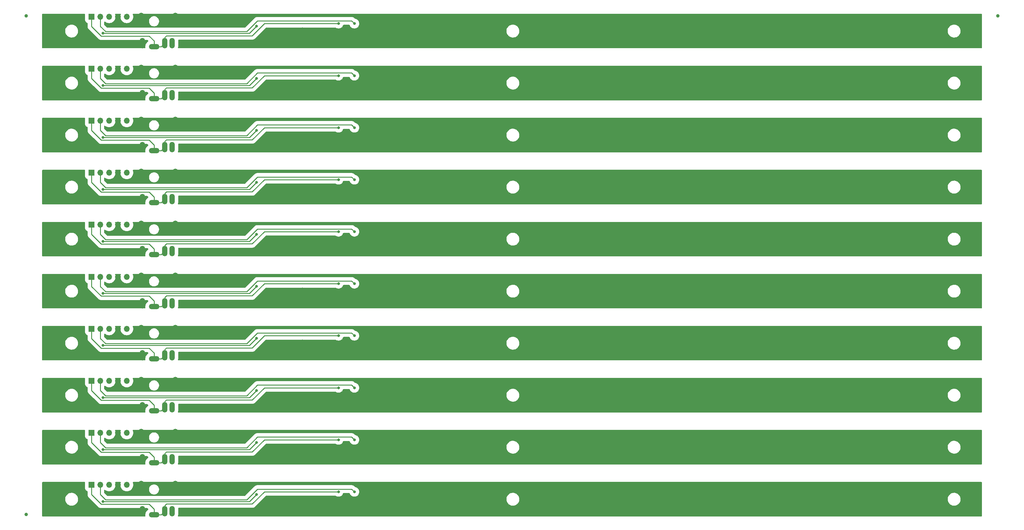
<source format=gbl>
G04 #@! TF.GenerationSoftware,KiCad,Pcbnew,7.0.7*
G04 #@! TF.CreationDate,2024-02-09T15:40:01-06:00*
G04 #@! TF.ProjectId,LEDIO Panel,4c454449-4f20-4506-916e-656c2e6b6963,rev?*
G04 #@! TF.SameCoordinates,PX3e2df80PYcfe1c60*
G04 #@! TF.FileFunction,Copper,L2,Bot*
G04 #@! TF.FilePolarity,Positive*
%FSLAX46Y46*%
G04 Gerber Fmt 4.6, Leading zero omitted, Abs format (unit mm)*
G04 Created by KiCad (PCBNEW 7.0.7) date 2024-02-09 15:40:01*
%MOMM*%
%LPD*%
G01*
G04 APERTURE LIST*
G04 #@! TA.AperFunction,ComponentPad*
%ADD10O,3.016000X1.508000*%
G04 #@! TD*
G04 #@! TA.AperFunction,ComponentPad*
%ADD11O,1.508000X3.016000*%
G04 #@! TD*
G04 #@! TA.AperFunction,ComponentPad*
%ADD12R,1.700000X1.700000*%
G04 #@! TD*
G04 #@! TA.AperFunction,ComponentPad*
%ADD13O,1.700000X1.700000*%
G04 #@! TD*
G04 #@! TA.AperFunction,SMDPad,CuDef*
%ADD14C,1.000000*%
G04 #@! TD*
G04 #@! TA.AperFunction,ViaPad*
%ADD15C,0.800000*%
G04 #@! TD*
G04 #@! TA.AperFunction,Conductor*
%ADD16C,0.254000*%
G04 #@! TD*
G04 APERTURE END LIST*
D10*
G04 #@! TO.P,J1,1*
G04 #@! TO.N,Board_6-/PROBE*
X38220000Y46520000D03*
D11*
G04 #@! TO.P,J1,2*
G04 #@! TO.N,Board_6-/SPINDLE*
X43420000Y47520000D03*
G04 #@! TO.P,J1,3*
G04 #@! TO.N,Board_6-/PROBE*
X41320000Y47520000D03*
G04 #@! TO.P,J1,4*
G04 #@! TO.N,Board_6-GND*
X34820000Y47520000D03*
G04 #@! TO.P,J1,5,ShieldA*
X44320000Y54820000D03*
G04 #@! TO.P,J1,6,ShieldB*
X34520000Y54820000D03*
G04 #@! TD*
D10*
G04 #@! TO.P,J1,1*
G04 #@! TO.N,Board_3-/PROBE*
X38220000Y91520000D03*
D11*
G04 #@! TO.P,J1,2*
G04 #@! TO.N,Board_3-/SPINDLE*
X43420000Y92520000D03*
G04 #@! TO.P,J1,3*
G04 #@! TO.N,Board_3-/PROBE*
X41320000Y92520000D03*
G04 #@! TO.P,J1,4*
G04 #@! TO.N,Board_3-GND*
X34820000Y92520000D03*
G04 #@! TO.P,J1,5,ShieldA*
X44320000Y99820000D03*
G04 #@! TO.P,J1,6,ShieldB*
X34520000Y99820000D03*
G04 #@! TD*
D10*
G04 #@! TO.P,J1,1*
G04 #@! TO.N,Board_4-/PROBE*
X38220000Y76520000D03*
D11*
G04 #@! TO.P,J1,2*
G04 #@! TO.N,Board_4-/SPINDLE*
X43420000Y77520000D03*
G04 #@! TO.P,J1,3*
G04 #@! TO.N,Board_4-/PROBE*
X41320000Y77520000D03*
G04 #@! TO.P,J1,4*
G04 #@! TO.N,Board_4-GND*
X34820000Y77520000D03*
G04 #@! TO.P,J1,5,ShieldA*
X44320000Y84820000D03*
G04 #@! TO.P,J1,6,ShieldB*
X34520000Y84820000D03*
G04 #@! TD*
D10*
G04 #@! TO.P,J1,1*
G04 #@! TO.N,Board_0-/PROBE*
X38220000Y136520000D03*
D11*
G04 #@! TO.P,J1,2*
G04 #@! TO.N,Board_0-/SPINDLE*
X43420000Y137520000D03*
G04 #@! TO.P,J1,3*
G04 #@! TO.N,Board_0-/PROBE*
X41320000Y137520000D03*
G04 #@! TO.P,J1,4*
G04 #@! TO.N,Board_0-GND*
X34820000Y137520000D03*
G04 #@! TO.P,J1,5,ShieldA*
X44320000Y144820000D03*
G04 #@! TO.P,J1,6,ShieldB*
X34520000Y144820000D03*
G04 #@! TD*
D10*
G04 #@! TO.P,J1,1*
G04 #@! TO.N,Board_5-/PROBE*
X38220000Y61520000D03*
D11*
G04 #@! TO.P,J1,2*
G04 #@! TO.N,Board_5-/SPINDLE*
X43420000Y62520000D03*
G04 #@! TO.P,J1,3*
G04 #@! TO.N,Board_5-/PROBE*
X41320000Y62520000D03*
G04 #@! TO.P,J1,4*
G04 #@! TO.N,Board_5-GND*
X34820000Y62520000D03*
G04 #@! TO.P,J1,5,ShieldA*
X44320000Y69820000D03*
G04 #@! TO.P,J1,6,ShieldB*
X34520000Y69820000D03*
G04 #@! TD*
D10*
G04 #@! TO.P,J1,1*
G04 #@! TO.N,Board_9-/PROBE*
X38220000Y1520000D03*
D11*
G04 #@! TO.P,J1,2*
G04 #@! TO.N,Board_9-/SPINDLE*
X43420000Y2520000D03*
G04 #@! TO.P,J1,3*
G04 #@! TO.N,Board_9-/PROBE*
X41320000Y2520000D03*
G04 #@! TO.P,J1,4*
G04 #@! TO.N,Board_9-GND*
X34820000Y2520000D03*
G04 #@! TO.P,J1,5,ShieldA*
X44320000Y9820000D03*
G04 #@! TO.P,J1,6,ShieldB*
X34520000Y9820000D03*
G04 #@! TD*
D10*
G04 #@! TO.P,J1,1*
G04 #@! TO.N,Board_7-/PROBE*
X38220000Y31520000D03*
D11*
G04 #@! TO.P,J1,2*
G04 #@! TO.N,Board_7-/SPINDLE*
X43420000Y32520000D03*
G04 #@! TO.P,J1,3*
G04 #@! TO.N,Board_7-/PROBE*
X41320000Y32520000D03*
G04 #@! TO.P,J1,4*
G04 #@! TO.N,Board_7-GND*
X34820000Y32520000D03*
G04 #@! TO.P,J1,5,ShieldA*
X44320000Y39820000D03*
G04 #@! TO.P,J1,6,ShieldB*
X34520000Y39820000D03*
G04 #@! TD*
D10*
G04 #@! TO.P,J1,1*
G04 #@! TO.N,Board_8-/PROBE*
X38220000Y16520000D03*
D11*
G04 #@! TO.P,J1,2*
G04 #@! TO.N,Board_8-/SPINDLE*
X43420000Y17520000D03*
G04 #@! TO.P,J1,3*
G04 #@! TO.N,Board_8-/PROBE*
X41320000Y17520000D03*
G04 #@! TO.P,J1,4*
G04 #@! TO.N,Board_8-GND*
X34820000Y17520000D03*
G04 #@! TO.P,J1,5,ShieldA*
X44320000Y24820000D03*
G04 #@! TO.P,J1,6,ShieldB*
X34520000Y24820000D03*
G04 #@! TD*
D10*
G04 #@! TO.P,J1,1*
G04 #@! TO.N,Board_1-/PROBE*
X38220000Y121520000D03*
D11*
G04 #@! TO.P,J1,2*
G04 #@! TO.N,Board_1-/SPINDLE*
X43420000Y122520000D03*
G04 #@! TO.P,J1,3*
G04 #@! TO.N,Board_1-/PROBE*
X41320000Y122520000D03*
G04 #@! TO.P,J1,4*
G04 #@! TO.N,Board_1-GND*
X34820000Y122520000D03*
G04 #@! TO.P,J1,5,ShieldA*
X44320000Y129820000D03*
G04 #@! TO.P,J1,6,ShieldB*
X34520000Y129820000D03*
G04 #@! TD*
D10*
G04 #@! TO.P,J1,1*
G04 #@! TO.N,Board_2-/PROBE*
X38220000Y106520000D03*
D11*
G04 #@! TO.P,J1,2*
G04 #@! TO.N,Board_2-/SPINDLE*
X43420000Y107520000D03*
G04 #@! TO.P,J1,3*
G04 #@! TO.N,Board_2-/PROBE*
X41320000Y107520000D03*
G04 #@! TO.P,J1,4*
G04 #@! TO.N,Board_2-GND*
X34820000Y107520000D03*
G04 #@! TO.P,J1,5,ShieldA*
X44320000Y114820000D03*
G04 #@! TO.P,J1,6,ShieldB*
X34520000Y114820000D03*
G04 #@! TD*
D12*
G04 #@! TO.P,J2,1,Pin_1*
G04 #@! TO.N,Board_6-/PROBE*
X20210000Y55140000D03*
D13*
G04 #@! TO.P,J2,2,Pin_2*
G04 #@! TO.N,Board_6-/5V_I_LIM*
X22750000Y55140000D03*
G04 #@! TO.P,J2,3,Pin_3*
G04 #@! TO.N,Board_6-/24V_I_LIM*
X25290000Y55140000D03*
G04 #@! TO.P,J2,4,Pin_4*
G04 #@! TO.N,Board_6-GND*
X27830000Y55140000D03*
G04 #@! TO.P,J2,5,Pin_5*
G04 #@! TO.N,Board_6-/SPINDLE*
X30370000Y55140000D03*
G04 #@! TD*
D12*
G04 #@! TO.P,J2,1,Pin_1*
G04 #@! TO.N,Board_9-/PROBE*
X20210000Y10140000D03*
D13*
G04 #@! TO.P,J2,2,Pin_2*
G04 #@! TO.N,Board_9-/5V_I_LIM*
X22750000Y10140000D03*
G04 #@! TO.P,J2,3,Pin_3*
G04 #@! TO.N,Board_9-/24V_I_LIM*
X25290000Y10140000D03*
G04 #@! TO.P,J2,4,Pin_4*
G04 #@! TO.N,Board_9-GND*
X27830000Y10140000D03*
G04 #@! TO.P,J2,5,Pin_5*
G04 #@! TO.N,Board_9-/SPINDLE*
X30370000Y10140000D03*
G04 #@! TD*
D12*
G04 #@! TO.P,J2,1,Pin_1*
G04 #@! TO.N,Board_7-/PROBE*
X20210000Y40140000D03*
D13*
G04 #@! TO.P,J2,2,Pin_2*
G04 #@! TO.N,Board_7-/5V_I_LIM*
X22750000Y40140000D03*
G04 #@! TO.P,J2,3,Pin_3*
G04 #@! TO.N,Board_7-/24V_I_LIM*
X25290000Y40140000D03*
G04 #@! TO.P,J2,4,Pin_4*
G04 #@! TO.N,Board_7-GND*
X27830000Y40140000D03*
G04 #@! TO.P,J2,5,Pin_5*
G04 #@! TO.N,Board_7-/SPINDLE*
X30370000Y40140000D03*
G04 #@! TD*
D12*
G04 #@! TO.P,J2,1,Pin_1*
G04 #@! TO.N,Board_2-/PROBE*
X20210000Y115140000D03*
D13*
G04 #@! TO.P,J2,2,Pin_2*
G04 #@! TO.N,Board_2-/5V_I_LIM*
X22750000Y115140000D03*
G04 #@! TO.P,J2,3,Pin_3*
G04 #@! TO.N,Board_2-/24V_I_LIM*
X25290000Y115140000D03*
G04 #@! TO.P,J2,4,Pin_4*
G04 #@! TO.N,Board_2-GND*
X27830000Y115140000D03*
G04 #@! TO.P,J2,5,Pin_5*
G04 #@! TO.N,Board_2-/SPINDLE*
X30370000Y115140000D03*
G04 #@! TD*
D14*
G04 #@! TO.P,REF\u002A\u002A,*
G04 #@! TO.N,*
X1400000Y145400000D03*
G04 #@! TD*
G04 #@! TO.P,REF\u002A\u002A,*
G04 #@! TO.N,*
X281100000Y145400000D03*
G04 #@! TD*
D12*
G04 #@! TO.P,J2,1,Pin_1*
G04 #@! TO.N,Board_3-/PROBE*
X20210000Y100140000D03*
D13*
G04 #@! TO.P,J2,2,Pin_2*
G04 #@! TO.N,Board_3-/5V_I_LIM*
X22750000Y100140000D03*
G04 #@! TO.P,J2,3,Pin_3*
G04 #@! TO.N,Board_3-/24V_I_LIM*
X25290000Y100140000D03*
G04 #@! TO.P,J2,4,Pin_4*
G04 #@! TO.N,Board_3-GND*
X27830000Y100140000D03*
G04 #@! TO.P,J2,5,Pin_5*
G04 #@! TO.N,Board_3-/SPINDLE*
X30370000Y100140000D03*
G04 #@! TD*
D12*
G04 #@! TO.P,J2,1,Pin_1*
G04 #@! TO.N,Board_5-/PROBE*
X20210000Y70140000D03*
D13*
G04 #@! TO.P,J2,2,Pin_2*
G04 #@! TO.N,Board_5-/5V_I_LIM*
X22750000Y70140000D03*
G04 #@! TO.P,J2,3,Pin_3*
G04 #@! TO.N,Board_5-/24V_I_LIM*
X25290000Y70140000D03*
G04 #@! TO.P,J2,4,Pin_4*
G04 #@! TO.N,Board_5-GND*
X27830000Y70140000D03*
G04 #@! TO.P,J2,5,Pin_5*
G04 #@! TO.N,Board_5-/SPINDLE*
X30370000Y70140000D03*
G04 #@! TD*
D12*
G04 #@! TO.P,J2,1,Pin_1*
G04 #@! TO.N,Board_4-/PROBE*
X20210000Y85140000D03*
D13*
G04 #@! TO.P,J2,2,Pin_2*
G04 #@! TO.N,Board_4-/5V_I_LIM*
X22750000Y85140000D03*
G04 #@! TO.P,J2,3,Pin_3*
G04 #@! TO.N,Board_4-/24V_I_LIM*
X25290000Y85140000D03*
G04 #@! TO.P,J2,4,Pin_4*
G04 #@! TO.N,Board_4-GND*
X27830000Y85140000D03*
G04 #@! TO.P,J2,5,Pin_5*
G04 #@! TO.N,Board_4-/SPINDLE*
X30370000Y85140000D03*
G04 #@! TD*
D12*
G04 #@! TO.P,J2,1,Pin_1*
G04 #@! TO.N,Board_1-/PROBE*
X20210000Y130140000D03*
D13*
G04 #@! TO.P,J2,2,Pin_2*
G04 #@! TO.N,Board_1-/5V_I_LIM*
X22750000Y130140000D03*
G04 #@! TO.P,J2,3,Pin_3*
G04 #@! TO.N,Board_1-/24V_I_LIM*
X25290000Y130140000D03*
G04 #@! TO.P,J2,4,Pin_4*
G04 #@! TO.N,Board_1-GND*
X27830000Y130140000D03*
G04 #@! TO.P,J2,5,Pin_5*
G04 #@! TO.N,Board_1-/SPINDLE*
X30370000Y130140000D03*
G04 #@! TD*
D14*
G04 #@! TO.P,REF\u002A\u002A,*
G04 #@! TO.N,*
X1400000Y1600000D03*
G04 #@! TD*
D12*
G04 #@! TO.P,J2,1,Pin_1*
G04 #@! TO.N,Board_0-/PROBE*
X20210000Y145140000D03*
D13*
G04 #@! TO.P,J2,2,Pin_2*
G04 #@! TO.N,Board_0-/5V_I_LIM*
X22750000Y145140000D03*
G04 #@! TO.P,J2,3,Pin_3*
G04 #@! TO.N,Board_0-/24V_I_LIM*
X25290000Y145140000D03*
G04 #@! TO.P,J2,4,Pin_4*
G04 #@! TO.N,Board_0-GND*
X27830000Y145140000D03*
G04 #@! TO.P,J2,5,Pin_5*
G04 #@! TO.N,Board_0-/SPINDLE*
X30370000Y145140000D03*
G04 #@! TD*
D12*
G04 #@! TO.P,J2,1,Pin_1*
G04 #@! TO.N,Board_8-/PROBE*
X20210000Y25140000D03*
D13*
G04 #@! TO.P,J2,2,Pin_2*
G04 #@! TO.N,Board_8-/5V_I_LIM*
X22750000Y25140000D03*
G04 #@! TO.P,J2,3,Pin_3*
G04 #@! TO.N,Board_8-/24V_I_LIM*
X25290000Y25140000D03*
G04 #@! TO.P,J2,4,Pin_4*
G04 #@! TO.N,Board_8-GND*
X27830000Y25140000D03*
G04 #@! TO.P,J2,5,Pin_5*
G04 #@! TO.N,Board_8-/SPINDLE*
X30370000Y25140000D03*
G04 #@! TD*
D15*
G04 #@! TO.N,Board_0-/5V_I_LIM*
X95874000Y143144000D03*
G04 #@! TO.N,Board_0-/LED_15V*
X23484000Y140350000D03*
X67680000Y142382000D03*
G04 #@! TO.N,Board_0-/PROBE*
X91302000Y143144000D03*
G04 #@! TO.N,Board_0-GND*
X191378000Y137048000D03*
X174106000Y144922000D03*
X223128000Y144922000D03*
X168264000Y141874000D03*
X274182000Y140858000D03*
X114416000Y140096000D03*
X202808000Y137048000D03*
X161406000Y144922000D03*
X149214000Y137048000D03*
X101208000Y141620000D03*
X238622000Y137048000D03*
X109336000Y137048000D03*
X150484000Y144922000D03*
X124830000Y144922000D03*
X180202000Y137048000D03*
X147182000Y141366000D03*
X256910000Y144922000D03*
X65902000Y144922000D03*
X133974000Y137048000D03*
X80888000Y141620000D03*
X9006000Y140858000D03*
X158612000Y137048000D03*
X101970000Y144922000D03*
X216778000Y141874000D03*
X200522000Y141874000D03*
X153278000Y140350000D03*
X261482000Y137048000D03*
X214746000Y137048000D03*
X135752000Y141620000D03*
X226684000Y137048000D03*
X120258000Y141620000D03*
X54218000Y142636000D03*
X208904000Y139588000D03*
X17896000Y144922000D03*
X59552000Y137048000D03*
X97144000Y137048000D03*
X46598000Y137048000D03*
X192140000Y144922000D03*
X113654000Y144922000D03*
X250052000Y137048000D03*
X23738000Y137048000D03*
X208396000Y144922000D03*
X168772000Y137048000D03*
X232018000Y141620000D03*
X182996000Y141874000D03*
X84698000Y137048000D03*
X10530000Y137048000D03*
X272658000Y144922000D03*
X123052000Y137048000D03*
X162930000Y140350000D03*
X247766000Y141620000D03*
X108066000Y141620000D03*
X239384000Y144922000D03*
X72252000Y137048000D03*
G04 #@! TO.N,Board_1-/5V_I_LIM*
X95874000Y128144000D03*
G04 #@! TO.N,Board_1-/LED_15V*
X67680000Y127382000D03*
X23484000Y125350000D03*
G04 #@! TO.N,Board_1-/PROBE*
X91302000Y128144000D03*
G04 #@! TO.N,Board_1-GND*
X109336000Y122048000D03*
X208904000Y124588000D03*
X168772000Y122048000D03*
X101970000Y129922000D03*
X135752000Y126620000D03*
X250052000Y122048000D03*
X216778000Y126874000D03*
X123052000Y122048000D03*
X192140000Y129922000D03*
X54218000Y127636000D03*
X168264000Y126874000D03*
X149214000Y122048000D03*
X101208000Y126620000D03*
X274182000Y125858000D03*
X261482000Y122048000D03*
X9006000Y125858000D03*
X238622000Y122048000D03*
X17896000Y129922000D03*
X202808000Y122048000D03*
X191378000Y122048000D03*
X208396000Y129922000D03*
X133974000Y122048000D03*
X150484000Y129922000D03*
X223128000Y129922000D03*
X158612000Y122048000D03*
X23738000Y122048000D03*
X108066000Y126620000D03*
X226684000Y122048000D03*
X239384000Y129922000D03*
X247766000Y126620000D03*
X97144000Y122048000D03*
X80888000Y126620000D03*
X59552000Y122048000D03*
X182996000Y126874000D03*
X153278000Y125350000D03*
X120258000Y126620000D03*
X114416000Y125096000D03*
X232018000Y126620000D03*
X161406000Y129922000D03*
X174106000Y129922000D03*
X200522000Y126874000D03*
X72252000Y122048000D03*
X46598000Y122048000D03*
X214746000Y122048000D03*
X10530000Y122048000D03*
X180202000Y122048000D03*
X272658000Y129922000D03*
X147182000Y126366000D03*
X124830000Y129922000D03*
X65902000Y129922000D03*
X162930000Y125350000D03*
X84698000Y122048000D03*
X113654000Y129922000D03*
X256910000Y129922000D03*
G04 #@! TO.N,Board_2-/5V_I_LIM*
X95874000Y113144000D03*
G04 #@! TO.N,Board_2-/LED_15V*
X23484000Y110350000D03*
X67680000Y112382000D03*
G04 #@! TO.N,Board_2-/PROBE*
X91302000Y113144000D03*
G04 #@! TO.N,Board_2-GND*
X161406000Y114922000D03*
X214746000Y107048000D03*
X223128000Y114922000D03*
X80888000Y111620000D03*
X9006000Y110858000D03*
X114416000Y110096000D03*
X250052000Y107048000D03*
X226684000Y107048000D03*
X174106000Y114922000D03*
X153278000Y110350000D03*
X109336000Y107048000D03*
X133974000Y107048000D03*
X208904000Y109588000D03*
X23738000Y107048000D03*
X192140000Y114922000D03*
X46598000Y107048000D03*
X123052000Y107048000D03*
X54218000Y112636000D03*
X239384000Y114922000D03*
X10530000Y107048000D03*
X84698000Y107048000D03*
X147182000Y111366000D03*
X135752000Y111620000D03*
X191378000Y107048000D03*
X124830000Y114922000D03*
X120258000Y111620000D03*
X162930000Y110350000D03*
X168264000Y111874000D03*
X238622000Y107048000D03*
X232018000Y111620000D03*
X113654000Y114922000D03*
X59552000Y107048000D03*
X200522000Y111874000D03*
X101970000Y114922000D03*
X101208000Y111620000D03*
X272658000Y114922000D03*
X65902000Y114922000D03*
X97144000Y107048000D03*
X150484000Y114922000D03*
X182996000Y111874000D03*
X168772000Y107048000D03*
X247766000Y111620000D03*
X256910000Y114922000D03*
X261482000Y107048000D03*
X216778000Y111874000D03*
X158612000Y107048000D03*
X208396000Y114922000D03*
X17896000Y114922000D03*
X180202000Y107048000D03*
X202808000Y107048000D03*
X274182000Y110858000D03*
X72252000Y107048000D03*
X149214000Y107048000D03*
X108066000Y111620000D03*
G04 #@! TO.N,Board_3-/5V_I_LIM*
X95874000Y98144000D03*
G04 #@! TO.N,Board_3-/LED_15V*
X67680000Y97382000D03*
X23484000Y95350000D03*
G04 #@! TO.N,Board_3-/PROBE*
X91302000Y98144000D03*
G04 #@! TO.N,Board_3-GND*
X123052000Y92048000D03*
X256910000Y99922000D03*
X9006000Y95858000D03*
X192140000Y99922000D03*
X84698000Y92048000D03*
X247766000Y96620000D03*
X162930000Y95350000D03*
X113654000Y99922000D03*
X216778000Y96874000D03*
X72252000Y92048000D03*
X238622000Y92048000D03*
X272658000Y99922000D03*
X168772000Y92048000D03*
X214746000Y92048000D03*
X108066000Y96620000D03*
X65902000Y99922000D03*
X120258000Y96620000D03*
X124830000Y99922000D03*
X54218000Y97636000D03*
X17896000Y99922000D03*
X168264000Y96874000D03*
X223128000Y99922000D03*
X101970000Y99922000D03*
X261482000Y92048000D03*
X97144000Y92048000D03*
X200522000Y96874000D03*
X46598000Y92048000D03*
X239384000Y99922000D03*
X10530000Y92048000D03*
X23738000Y92048000D03*
X161406000Y99922000D03*
X114416000Y95096000D03*
X226684000Y92048000D03*
X158612000Y92048000D03*
X202808000Y92048000D03*
X133974000Y92048000D03*
X147182000Y96366000D03*
X191378000Y92048000D03*
X232018000Y96620000D03*
X182996000Y96874000D03*
X150484000Y99922000D03*
X101208000Y96620000D03*
X109336000Y92048000D03*
X208396000Y99922000D03*
X153278000Y95350000D03*
X80888000Y96620000D03*
X274182000Y95858000D03*
X208904000Y94588000D03*
X149214000Y92048000D03*
X174106000Y99922000D03*
X135752000Y96620000D03*
X59552000Y92048000D03*
X250052000Y92048000D03*
X180202000Y92048000D03*
G04 #@! TO.N,Board_4-/5V_I_LIM*
X95874000Y83144000D03*
G04 #@! TO.N,Board_4-/LED_15V*
X67680000Y82382000D03*
X23484000Y80350000D03*
G04 #@! TO.N,Board_4-/PROBE*
X91302000Y83144000D03*
G04 #@! TO.N,Board_4-GND*
X214746000Y77048000D03*
X59552000Y77048000D03*
X54218000Y82636000D03*
X168772000Y77048000D03*
X80888000Y81620000D03*
X256910000Y84922000D03*
X239384000Y84922000D03*
X101970000Y84922000D03*
X261482000Y77048000D03*
X208904000Y79588000D03*
X180202000Y77048000D03*
X149214000Y77048000D03*
X168264000Y81874000D03*
X191378000Y77048000D03*
X150484000Y84922000D03*
X23738000Y77048000D03*
X113654000Y84922000D03*
X182996000Y81874000D03*
X109336000Y77048000D03*
X123052000Y77048000D03*
X192140000Y84922000D03*
X238622000Y77048000D03*
X274182000Y80858000D03*
X108066000Y81620000D03*
X10530000Y77048000D03*
X101208000Y81620000D03*
X247766000Y81620000D03*
X9006000Y80858000D03*
X124830000Y84922000D03*
X135752000Y81620000D03*
X161406000Y84922000D03*
X147182000Y81366000D03*
X133974000Y77048000D03*
X223128000Y84922000D03*
X232018000Y81620000D03*
X158612000Y77048000D03*
X250052000Y77048000D03*
X72252000Y77048000D03*
X272658000Y84922000D03*
X97144000Y77048000D03*
X17896000Y84922000D03*
X200522000Y81874000D03*
X162930000Y80350000D03*
X120258000Y81620000D03*
X174106000Y84922000D03*
X46598000Y77048000D03*
X226684000Y77048000D03*
X114416000Y80096000D03*
X202808000Y77048000D03*
X65902000Y84922000D03*
X153278000Y80350000D03*
X216778000Y81874000D03*
X208396000Y84922000D03*
X84698000Y77048000D03*
G04 #@! TO.N,Board_5-/5V_I_LIM*
X95874000Y68144000D03*
G04 #@! TO.N,Board_5-/LED_15V*
X67680000Y67382000D03*
X23484000Y65350000D03*
G04 #@! TO.N,Board_5-/PROBE*
X91302000Y68144000D03*
G04 #@! TO.N,Board_5-GND*
X153278000Y65350000D03*
X10530000Y62048000D03*
X168772000Y62048000D03*
X120258000Y66620000D03*
X108066000Y66620000D03*
X226684000Y62048000D03*
X174106000Y69922000D03*
X168264000Y66874000D03*
X59552000Y62048000D03*
X250052000Y62048000D03*
X135752000Y66620000D03*
X208396000Y69922000D03*
X261482000Y62048000D03*
X158612000Y62048000D03*
X149214000Y62048000D03*
X109336000Y62048000D03*
X214746000Y62048000D03*
X54218000Y67636000D03*
X124830000Y69922000D03*
X17896000Y69922000D03*
X23738000Y62048000D03*
X65902000Y69922000D03*
X97144000Y62048000D03*
X123052000Y62048000D03*
X46598000Y62048000D03*
X238622000Y62048000D03*
X202808000Y62048000D03*
X256910000Y69922000D03*
X232018000Y66620000D03*
X182996000Y66874000D03*
X239384000Y69922000D03*
X72252000Y62048000D03*
X274182000Y65858000D03*
X223128000Y69922000D03*
X84698000Y62048000D03*
X162930000Y65350000D03*
X101208000Y66620000D03*
X208904000Y64588000D03*
X147182000Y66366000D03*
X216778000Y66874000D03*
X80888000Y66620000D03*
X192140000Y69922000D03*
X247766000Y66620000D03*
X161406000Y69922000D03*
X200522000Y66874000D03*
X150484000Y69922000D03*
X272658000Y69922000D03*
X191378000Y62048000D03*
X9006000Y65858000D03*
X133974000Y62048000D03*
X101970000Y69922000D03*
X113654000Y69922000D03*
X180202000Y62048000D03*
X114416000Y65096000D03*
G04 #@! TO.N,Board_6-/5V_I_LIM*
X95874000Y53144000D03*
G04 #@! TO.N,Board_6-/LED_15V*
X23484000Y50350000D03*
X67680000Y52382000D03*
G04 #@! TO.N,Board_6-/PROBE*
X91302000Y53144000D03*
G04 #@! TO.N,Board_6-GND*
X162930000Y50350000D03*
X161406000Y54922000D03*
X124830000Y54922000D03*
X9006000Y50858000D03*
X108066000Y51620000D03*
X182996000Y51874000D03*
X226684000Y47048000D03*
X192140000Y54922000D03*
X247766000Y51620000D03*
X23738000Y47048000D03*
X272658000Y54922000D03*
X174106000Y54922000D03*
X59552000Y47048000D03*
X101208000Y51620000D03*
X214746000Y47048000D03*
X261482000Y47048000D03*
X123052000Y47048000D03*
X72252000Y47048000D03*
X120258000Y51620000D03*
X232018000Y51620000D03*
X97144000Y47048000D03*
X150484000Y54922000D03*
X250052000Y47048000D03*
X239384000Y54922000D03*
X168264000Y51874000D03*
X274182000Y50858000D03*
X17896000Y54922000D03*
X84698000Y47048000D03*
X191378000Y47048000D03*
X133974000Y47048000D03*
X208904000Y49588000D03*
X149214000Y47048000D03*
X256910000Y54922000D03*
X113654000Y54922000D03*
X223128000Y54922000D03*
X46598000Y47048000D03*
X54218000Y52636000D03*
X65902000Y54922000D03*
X10530000Y47048000D03*
X158612000Y47048000D03*
X208396000Y54922000D03*
X153278000Y50350000D03*
X216778000Y51874000D03*
X147182000Y51366000D03*
X180202000Y47048000D03*
X135752000Y51620000D03*
X114416000Y50096000D03*
X168772000Y47048000D03*
X101970000Y54922000D03*
X202808000Y47048000D03*
X80888000Y51620000D03*
X109336000Y47048000D03*
X238622000Y47048000D03*
X200522000Y51874000D03*
G04 #@! TO.N,Board_7-/5V_I_LIM*
X95874000Y38144000D03*
G04 #@! TO.N,Board_7-/LED_15V*
X23484000Y35350000D03*
X67680000Y37382000D03*
G04 #@! TO.N,Board_7-/PROBE*
X91302000Y38144000D03*
G04 #@! TO.N,Board_7-GND*
X192140000Y39922000D03*
X174106000Y39922000D03*
X239384000Y39922000D03*
X191378000Y32048000D03*
X214746000Y32048000D03*
X84698000Y32048000D03*
X17896000Y39922000D03*
X256910000Y39922000D03*
X153278000Y35350000D03*
X101208000Y36620000D03*
X133974000Y32048000D03*
X150484000Y39922000D03*
X109336000Y32048000D03*
X108066000Y36620000D03*
X232018000Y36620000D03*
X272658000Y39922000D03*
X168772000Y32048000D03*
X274182000Y35858000D03*
X120258000Y36620000D03*
X238622000Y32048000D03*
X124830000Y39922000D03*
X162930000Y35350000D03*
X147182000Y36366000D03*
X113654000Y39922000D03*
X208396000Y39922000D03*
X97144000Y32048000D03*
X23738000Y32048000D03*
X202808000Y32048000D03*
X59552000Y32048000D03*
X200522000Y36874000D03*
X123052000Y32048000D03*
X216778000Y36874000D03*
X80888000Y36620000D03*
X161406000Y39922000D03*
X180202000Y32048000D03*
X72252000Y32048000D03*
X247766000Y36620000D03*
X182996000Y36874000D03*
X9006000Y35858000D03*
X114416000Y35096000D03*
X168264000Y36874000D03*
X208904000Y34588000D03*
X101970000Y39922000D03*
X46598000Y32048000D03*
X261482000Y32048000D03*
X226684000Y32048000D03*
X10530000Y32048000D03*
X158612000Y32048000D03*
X135752000Y36620000D03*
X149214000Y32048000D03*
X223128000Y39922000D03*
X54218000Y37636000D03*
X250052000Y32048000D03*
X65902000Y39922000D03*
G04 #@! TO.N,Board_8-/5V_I_LIM*
X95874000Y23144000D03*
G04 #@! TO.N,Board_8-/LED_15V*
X23484000Y20350000D03*
X67680000Y22382000D03*
G04 #@! TO.N,Board_8-/PROBE*
X91302000Y23144000D03*
G04 #@! TO.N,Board_8-GND*
X247766000Y21620000D03*
X208396000Y24922000D03*
X54218000Y22636000D03*
X238622000Y17048000D03*
X216778000Y21874000D03*
X72252000Y17048000D03*
X202808000Y17048000D03*
X149214000Y17048000D03*
X120258000Y21620000D03*
X10530000Y17048000D03*
X192140000Y24922000D03*
X23738000Y17048000D03*
X80888000Y21620000D03*
X208904000Y19588000D03*
X274182000Y20858000D03*
X147182000Y21366000D03*
X272658000Y24922000D03*
X9006000Y20858000D03*
X223128000Y24922000D03*
X226684000Y17048000D03*
X108066000Y21620000D03*
X158612000Y17048000D03*
X65902000Y24922000D03*
X114416000Y20096000D03*
X182996000Y21874000D03*
X123052000Y17048000D03*
X261482000Y17048000D03*
X153278000Y20350000D03*
X161406000Y24922000D03*
X174106000Y24922000D03*
X256910000Y24922000D03*
X150484000Y24922000D03*
X59552000Y17048000D03*
X239384000Y24922000D03*
X113654000Y24922000D03*
X180202000Y17048000D03*
X97144000Y17048000D03*
X101970000Y24922000D03*
X168772000Y17048000D03*
X109336000Y17048000D03*
X214746000Y17048000D03*
X46598000Y17048000D03*
X17896000Y24922000D03*
X124830000Y24922000D03*
X84698000Y17048000D03*
X250052000Y17048000D03*
X101208000Y21620000D03*
X135752000Y21620000D03*
X168264000Y21874000D03*
X133974000Y17048000D03*
X191378000Y17048000D03*
X162930000Y20350000D03*
X200522000Y21874000D03*
X232018000Y21620000D03*
G04 #@! TO.N,Board_9-/5V_I_LIM*
X95874000Y8144000D03*
G04 #@! TO.N,Board_9-/LED_15V*
X23484000Y5350000D03*
X67680000Y7382000D03*
G04 #@! TO.N,Board_9-/PROBE*
X91302000Y8144000D03*
G04 #@! TO.N,Board_9-GND*
X238622000Y2048000D03*
X80888000Y6620000D03*
X46598000Y2048000D03*
X114416000Y5096000D03*
X256910000Y9922000D03*
X168264000Y6874000D03*
X97144000Y2048000D03*
X147182000Y6366000D03*
X120258000Y6620000D03*
X113654000Y9922000D03*
X65902000Y9922000D03*
X101208000Y6620000D03*
X239384000Y9922000D03*
X161406000Y9922000D03*
X23738000Y2048000D03*
X153278000Y5350000D03*
X123052000Y2048000D03*
X108066000Y6620000D03*
X101970000Y9922000D03*
X124830000Y9922000D03*
X84698000Y2048000D03*
X216778000Y6874000D03*
X174106000Y9922000D03*
X133974000Y2048000D03*
X182996000Y6874000D03*
X208396000Y9922000D03*
X274182000Y5858000D03*
X54218000Y7636000D03*
X192140000Y9922000D03*
X214746000Y2048000D03*
X247766000Y6620000D03*
X9006000Y5858000D03*
X226684000Y2048000D03*
X272658000Y9922000D03*
X72252000Y2048000D03*
X158612000Y2048000D03*
X232018000Y6620000D03*
X223128000Y9922000D03*
X208904000Y4588000D03*
X149214000Y2048000D03*
X191378000Y2048000D03*
X135752000Y6620000D03*
X10530000Y2048000D03*
X150484000Y9922000D03*
X17896000Y9922000D03*
X261482000Y2048000D03*
X168772000Y2048000D03*
X202808000Y2048000D03*
X250052000Y2048000D03*
X59552000Y2048000D03*
X109336000Y2048000D03*
X180202000Y2048000D03*
X162930000Y5350000D03*
X200522000Y6874000D03*
G04 #@! TD*
D16*
G04 #@! TO.N,Board_0-/5V_I_LIM*
X24246000Y140858000D02*
X22750000Y142354000D01*
X22750000Y142354000D02*
X22750000Y145140000D01*
X95093000Y143925000D02*
X67953000Y143925000D01*
X67953000Y143925000D02*
X64886000Y140858000D01*
X64886000Y140858000D02*
X24246000Y140858000D01*
X95874000Y143144000D02*
X95093000Y143925000D01*
G04 #@! TO.N,Board_0-/LED_15V*
X65648000Y140350000D02*
X67680000Y142382000D01*
X23484000Y140350000D02*
X65648000Y140350000D01*
G04 #@! TO.N,Board_0-/PROBE*
X91302000Y143144000D02*
X69966000Y143144000D01*
X41320000Y139190000D02*
X41320000Y137520000D01*
X36791000Y139569000D02*
X38220000Y138140000D01*
X40320000Y136520000D02*
X41320000Y137520000D01*
X38220000Y138140000D02*
X38220000Y136520000D01*
X22995000Y139569000D02*
X36791000Y139569000D01*
X41780000Y139650000D02*
X41320000Y139190000D01*
X69966000Y143144000D02*
X66472000Y139650000D01*
X20210000Y145140000D02*
X20210000Y142354000D01*
X66472000Y139650000D02*
X41780000Y139650000D01*
X38220000Y136520000D02*
X40320000Y136520000D01*
X20210000Y142354000D02*
X22995000Y139569000D01*
G04 #@! TO.N,Board_1-/5V_I_LIM*
X22750000Y127354000D02*
X22750000Y130140000D01*
X95874000Y128144000D02*
X95093000Y128925000D01*
X64886000Y125858000D02*
X24246000Y125858000D01*
X24246000Y125858000D02*
X22750000Y127354000D01*
X67953000Y128925000D02*
X64886000Y125858000D01*
X95093000Y128925000D02*
X67953000Y128925000D01*
G04 #@! TO.N,Board_1-/LED_15V*
X65648000Y125350000D02*
X67680000Y127382000D01*
X23484000Y125350000D02*
X65648000Y125350000D01*
G04 #@! TO.N,Board_1-/PROBE*
X41320000Y124190000D02*
X41320000Y122520000D01*
X91302000Y128144000D02*
X69966000Y128144000D01*
X40320000Y121520000D02*
X41320000Y122520000D01*
X20210000Y130140000D02*
X20210000Y127354000D01*
X38220000Y121520000D02*
X40320000Y121520000D01*
X41780000Y124650000D02*
X41320000Y124190000D01*
X36791000Y124569000D02*
X38220000Y123140000D01*
X20210000Y127354000D02*
X22995000Y124569000D01*
X69966000Y128144000D02*
X66472000Y124650000D01*
X66472000Y124650000D02*
X41780000Y124650000D01*
X22995000Y124569000D02*
X36791000Y124569000D01*
X38220000Y123140000D02*
X38220000Y121520000D01*
G04 #@! TO.N,Board_2-/5V_I_LIM*
X24246000Y110858000D02*
X22750000Y112354000D01*
X95874000Y113144000D02*
X95093000Y113925000D01*
X67953000Y113925000D02*
X64886000Y110858000D01*
X95093000Y113925000D02*
X67953000Y113925000D01*
X64886000Y110858000D02*
X24246000Y110858000D01*
X22750000Y112354000D02*
X22750000Y115140000D01*
G04 #@! TO.N,Board_2-/LED_15V*
X23484000Y110350000D02*
X65648000Y110350000D01*
X65648000Y110350000D02*
X67680000Y112382000D01*
G04 #@! TO.N,Board_2-/PROBE*
X69966000Y113144000D02*
X66472000Y109650000D01*
X41780000Y109650000D02*
X41320000Y109190000D01*
X22995000Y109569000D02*
X36791000Y109569000D01*
X66472000Y109650000D02*
X41780000Y109650000D01*
X38220000Y106520000D02*
X40320000Y106520000D01*
X40320000Y106520000D02*
X41320000Y107520000D01*
X41320000Y109190000D02*
X41320000Y107520000D01*
X20210000Y112354000D02*
X22995000Y109569000D01*
X91302000Y113144000D02*
X69966000Y113144000D01*
X20210000Y115140000D02*
X20210000Y112354000D01*
X38220000Y108140000D02*
X38220000Y106520000D01*
X36791000Y109569000D02*
X38220000Y108140000D01*
G04 #@! TO.N,Board_3-/5V_I_LIM*
X22750000Y97354000D02*
X22750000Y100140000D01*
X24246000Y95858000D02*
X22750000Y97354000D01*
X95874000Y98144000D02*
X95093000Y98925000D01*
X95093000Y98925000D02*
X67953000Y98925000D01*
X64886000Y95858000D02*
X24246000Y95858000D01*
X67953000Y98925000D02*
X64886000Y95858000D01*
G04 #@! TO.N,Board_3-/LED_15V*
X23484000Y95350000D02*
X65648000Y95350000D01*
X65648000Y95350000D02*
X67680000Y97382000D01*
G04 #@! TO.N,Board_3-/PROBE*
X20210000Y97354000D02*
X22995000Y94569000D01*
X69966000Y98144000D02*
X66472000Y94650000D01*
X38220000Y93140000D02*
X38220000Y91520000D01*
X40320000Y91520000D02*
X41320000Y92520000D01*
X41780000Y94650000D02*
X41320000Y94190000D01*
X36791000Y94569000D02*
X38220000Y93140000D01*
X41320000Y94190000D02*
X41320000Y92520000D01*
X91302000Y98144000D02*
X69966000Y98144000D01*
X66472000Y94650000D02*
X41780000Y94650000D01*
X20210000Y100140000D02*
X20210000Y97354000D01*
X38220000Y91520000D02*
X40320000Y91520000D01*
X22995000Y94569000D02*
X36791000Y94569000D01*
G04 #@! TO.N,Board_4-/5V_I_LIM*
X95874000Y83144000D02*
X95093000Y83925000D01*
X24246000Y80858000D02*
X22750000Y82354000D01*
X64886000Y80858000D02*
X24246000Y80858000D01*
X22750000Y82354000D02*
X22750000Y85140000D01*
X67953000Y83925000D02*
X64886000Y80858000D01*
X95093000Y83925000D02*
X67953000Y83925000D01*
G04 #@! TO.N,Board_4-/LED_15V*
X65648000Y80350000D02*
X67680000Y82382000D01*
X23484000Y80350000D02*
X65648000Y80350000D01*
G04 #@! TO.N,Board_4-/PROBE*
X38220000Y78140000D02*
X38220000Y76520000D01*
X91302000Y83144000D02*
X69966000Y83144000D01*
X20210000Y85140000D02*
X20210000Y82354000D01*
X22995000Y79569000D02*
X36791000Y79569000D01*
X41780000Y79650000D02*
X41320000Y79190000D01*
X69966000Y83144000D02*
X66472000Y79650000D01*
X66472000Y79650000D02*
X41780000Y79650000D01*
X36791000Y79569000D02*
X38220000Y78140000D01*
X40320000Y76520000D02*
X41320000Y77520000D01*
X41320000Y79190000D02*
X41320000Y77520000D01*
X38220000Y76520000D02*
X40320000Y76520000D01*
X20210000Y82354000D02*
X22995000Y79569000D01*
G04 #@! TO.N,Board_5-/5V_I_LIM*
X67953000Y68925000D02*
X64886000Y65858000D01*
X24246000Y65858000D02*
X22750000Y67354000D01*
X64886000Y65858000D02*
X24246000Y65858000D01*
X95874000Y68144000D02*
X95093000Y68925000D01*
X95093000Y68925000D02*
X67953000Y68925000D01*
X22750000Y67354000D02*
X22750000Y70140000D01*
G04 #@! TO.N,Board_5-/LED_15V*
X23484000Y65350000D02*
X65648000Y65350000D01*
X65648000Y65350000D02*
X67680000Y67382000D01*
G04 #@! TO.N,Board_5-/PROBE*
X69966000Y68144000D02*
X66472000Y64650000D01*
X66472000Y64650000D02*
X41780000Y64650000D01*
X20210000Y67354000D02*
X22995000Y64569000D01*
X22995000Y64569000D02*
X36791000Y64569000D01*
X91302000Y68144000D02*
X69966000Y68144000D01*
X41320000Y64190000D02*
X41320000Y62520000D01*
X20210000Y70140000D02*
X20210000Y67354000D01*
X38220000Y63140000D02*
X38220000Y61520000D01*
X38220000Y61520000D02*
X40320000Y61520000D01*
X41780000Y64650000D02*
X41320000Y64190000D01*
X36791000Y64569000D02*
X38220000Y63140000D01*
X40320000Y61520000D02*
X41320000Y62520000D01*
G04 #@! TO.N,Board_6-/5V_I_LIM*
X22750000Y52354000D02*
X22750000Y55140000D01*
X67953000Y53925000D02*
X64886000Y50858000D01*
X64886000Y50858000D02*
X24246000Y50858000D01*
X95093000Y53925000D02*
X67953000Y53925000D01*
X24246000Y50858000D02*
X22750000Y52354000D01*
X95874000Y53144000D02*
X95093000Y53925000D01*
G04 #@! TO.N,Board_6-/LED_15V*
X65648000Y50350000D02*
X67680000Y52382000D01*
X23484000Y50350000D02*
X65648000Y50350000D01*
G04 #@! TO.N,Board_6-/PROBE*
X36791000Y49569000D02*
X38220000Y48140000D01*
X40320000Y46520000D02*
X41320000Y47520000D01*
X20210000Y52354000D02*
X22995000Y49569000D01*
X38220000Y48140000D02*
X38220000Y46520000D01*
X22995000Y49569000D02*
X36791000Y49569000D01*
X38220000Y46520000D02*
X40320000Y46520000D01*
X41320000Y49190000D02*
X41320000Y47520000D01*
X20210000Y55140000D02*
X20210000Y52354000D01*
X69966000Y53144000D02*
X66472000Y49650000D01*
X66472000Y49650000D02*
X41780000Y49650000D01*
X91302000Y53144000D02*
X69966000Y53144000D01*
X41780000Y49650000D02*
X41320000Y49190000D01*
G04 #@! TO.N,Board_7-/5V_I_LIM*
X95093000Y38925000D02*
X67953000Y38925000D01*
X67953000Y38925000D02*
X64886000Y35858000D01*
X64886000Y35858000D02*
X24246000Y35858000D01*
X24246000Y35858000D02*
X22750000Y37354000D01*
X95874000Y38144000D02*
X95093000Y38925000D01*
X22750000Y37354000D02*
X22750000Y40140000D01*
G04 #@! TO.N,Board_7-/LED_15V*
X65648000Y35350000D02*
X67680000Y37382000D01*
X23484000Y35350000D02*
X65648000Y35350000D01*
G04 #@! TO.N,Board_7-/PROBE*
X66472000Y34650000D02*
X41780000Y34650000D01*
X38220000Y31520000D02*
X40320000Y31520000D01*
X36791000Y34569000D02*
X38220000Y33140000D01*
X40320000Y31520000D02*
X41320000Y32520000D01*
X41780000Y34650000D02*
X41320000Y34190000D01*
X91302000Y38144000D02*
X69966000Y38144000D01*
X20210000Y37354000D02*
X22995000Y34569000D01*
X38220000Y33140000D02*
X38220000Y31520000D01*
X69966000Y38144000D02*
X66472000Y34650000D01*
X20210000Y40140000D02*
X20210000Y37354000D01*
X41320000Y34190000D02*
X41320000Y32520000D01*
X22995000Y34569000D02*
X36791000Y34569000D01*
G04 #@! TO.N,Board_8-/5V_I_LIM*
X95093000Y23925000D02*
X67953000Y23925000D01*
X95874000Y23144000D02*
X95093000Y23925000D01*
X24246000Y20858000D02*
X22750000Y22354000D01*
X22750000Y22354000D02*
X22750000Y25140000D01*
X67953000Y23925000D02*
X64886000Y20858000D01*
X64886000Y20858000D02*
X24246000Y20858000D01*
G04 #@! TO.N,Board_8-/LED_15V*
X65648000Y20350000D02*
X67680000Y22382000D01*
X23484000Y20350000D02*
X65648000Y20350000D01*
G04 #@! TO.N,Board_8-/PROBE*
X91302000Y23144000D02*
X69966000Y23144000D01*
X20210000Y22354000D02*
X22995000Y19569000D01*
X41780000Y19650000D02*
X41320000Y19190000D01*
X41320000Y19190000D02*
X41320000Y17520000D01*
X38220000Y16520000D02*
X40320000Y16520000D01*
X22995000Y19569000D02*
X36791000Y19569000D01*
X40320000Y16520000D02*
X41320000Y17520000D01*
X38220000Y18140000D02*
X38220000Y16520000D01*
X36791000Y19569000D02*
X38220000Y18140000D01*
X69966000Y23144000D02*
X66472000Y19650000D01*
X66472000Y19650000D02*
X41780000Y19650000D01*
X20210000Y25140000D02*
X20210000Y22354000D01*
G04 #@! TO.N,Board_9-/5V_I_LIM*
X22750000Y7354000D02*
X22750000Y10140000D01*
X95093000Y8925000D02*
X67953000Y8925000D01*
X64886000Y5858000D02*
X24246000Y5858000D01*
X24246000Y5858000D02*
X22750000Y7354000D01*
X67953000Y8925000D02*
X64886000Y5858000D01*
X95874000Y8144000D02*
X95093000Y8925000D01*
G04 #@! TO.N,Board_9-/LED_15V*
X23484000Y5350000D02*
X65648000Y5350000D01*
X65648000Y5350000D02*
X67680000Y7382000D01*
G04 #@! TO.N,Board_9-/PROBE*
X41780000Y4650000D02*
X41320000Y4190000D01*
X69966000Y8144000D02*
X66472000Y4650000D01*
X66472000Y4650000D02*
X41780000Y4650000D01*
X41320000Y4190000D02*
X41320000Y2520000D01*
X38220000Y1520000D02*
X40320000Y1520000D01*
X40320000Y1520000D02*
X41320000Y2520000D01*
X38220000Y3140000D02*
X38220000Y1520000D01*
X36791000Y4569000D02*
X38220000Y3140000D01*
X22995000Y4569000D02*
X36791000Y4569000D01*
X91302000Y8144000D02*
X69966000Y8144000D01*
X20210000Y7354000D02*
X22995000Y4569000D01*
X20210000Y10140000D02*
X20210000Y7354000D01*
G04 #@! TD*
G04 #@! TA.AperFunction,Conductor*
G04 #@! TO.N,Board_3-GND*
G36*
X18301617Y100950452D02*
G01*
X18348112Y100896799D01*
X18359500Y100844452D01*
X18359501Y100037162D01*
X18359501Y99231964D01*
X18370114Y99112582D01*
X18426091Y98916951D01*
X18426092Y98916949D01*
X18490838Y98792998D01*
X18520302Y98736593D01*
X18648891Y98578891D01*
X18806593Y98450302D01*
X18986951Y98356091D01*
X18991157Y98354888D01*
X19051147Y98316922D01*
X19081090Y98252548D01*
X19082500Y98233748D01*
X19082500Y97458662D01*
X19080756Y97437771D01*
X19080256Y97434802D01*
X19082500Y97340570D01*
X19082500Y97300279D01*
X19083564Y97289141D01*
X19083830Y97284660D01*
X19085381Y97219538D01*
X19085382Y97219530D01*
X19093191Y97183629D01*
X19094346Y97176222D01*
X19097838Y97139652D01*
X19097839Y97139649D01*
X19116196Y97077129D01*
X19117303Y97072791D01*
X19131151Y97009131D01*
X19131152Y97009129D01*
X19145617Y96975350D01*
X19148152Y96968297D01*
X19148659Y96966573D01*
X19158504Y96933044D01*
X19158506Y96933040D01*
X19188350Y96875149D01*
X19190267Y96871080D01*
X19215915Y96811188D01*
X19236514Y96780754D01*
X19240341Y96774303D01*
X19257174Y96741652D01*
X19297441Y96690448D01*
X19300089Y96686822D01*
X19336608Y96632866D01*
X19362588Y96606886D01*
X19367558Y96601286D01*
X19390280Y96572394D01*
X19439519Y96529728D01*
X19442797Y96526677D01*
X20800602Y95168872D01*
X22123727Y93845747D01*
X22137268Y93829740D01*
X22139014Y93827288D01*
X22139015Y93827287D01*
X22139016Y93827286D01*
X22207235Y93762239D01*
X22235718Y93733756D01*
X22235729Y93733747D01*
X22244343Y93726635D01*
X22247693Y93723662D01*
X22294855Y93678693D01*
X22325773Y93658824D01*
X22331816Y93654412D01*
X22343008Y93645171D01*
X22360149Y93631016D01*
X22360151Y93631016D01*
X22360153Y93631014D01*
X22417321Y93599798D01*
X22421190Y93597502D01*
X22462192Y93571152D01*
X22475999Y93562279D01*
X22510126Y93548617D01*
X22516886Y93545432D01*
X22549141Y93527819D01*
X22611210Y93507978D01*
X22615412Y93506467D01*
X22675902Y93482250D01*
X22711994Y93475294D01*
X22719246Y93473442D01*
X22754235Y93462257D01*
X22754236Y93462257D01*
X22754242Y93462255D01*
X22818942Y93454519D01*
X22823366Y93453830D01*
X22887337Y93441500D01*
X22924070Y93441500D01*
X22931556Y93441054D01*
X22933835Y93440782D01*
X22968047Y93436691D01*
X23020095Y93440414D01*
X23033038Y93441339D01*
X23037534Y93441500D01*
X36271784Y93441500D01*
X36339905Y93421498D01*
X36360879Y93404595D01*
X36559671Y93205803D01*
X36593697Y93143491D01*
X36588632Y93072676D01*
X36546085Y93015840D01*
X36533578Y93007590D01*
X36474886Y92973704D01*
X36269285Y92809743D01*
X36090435Y92616986D01*
X36090425Y92616974D01*
X35942303Y92399720D01*
X35942299Y92399713D01*
X35828204Y92162794D01*
X35750693Y91911515D01*
X35750692Y91911509D01*
X35750692Y91911508D01*
X35711500Y91651482D01*
X35711500Y91388518D01*
X35743715Y91174778D01*
X35734090Y91104438D01*
X35687963Y91050468D01*
X35619979Y91030003D01*
X35619123Y91030000D01*
X6156000Y91030000D01*
X6087879Y91050002D01*
X6041386Y91103658D01*
X6030000Y91156000D01*
X6030000Y95932235D01*
X12645788Y95932235D01*
X12675412Y95662986D01*
X12743928Y95400910D01*
X12849869Y95151611D01*
X12849870Y95151610D01*
X12990982Y94920390D01*
X13164255Y94712180D01*
X13164257Y94712178D01*
X13164259Y94712176D01*
X13269236Y94618117D01*
X13365998Y94531418D01*
X13591910Y94381956D01*
X13837176Y94266980D01*
X14096569Y94188940D01*
X14096572Y94188940D01*
X14096574Y94188939D01*
X14364557Y94149500D01*
X14364561Y94149500D01*
X14567633Y94149500D01*
X14602363Y94152043D01*
X14770156Y94164323D01*
X14770160Y94164324D01*
X14770161Y94164324D01*
X14880665Y94188940D01*
X15034553Y94223220D01*
X15287558Y94319986D01*
X15523777Y94452559D01*
X15738177Y94618112D01*
X15926186Y94813119D01*
X16083799Y95033421D01*
X16104983Y95074623D01*
X16207656Y95274325D01*
X16207657Y95274328D01*
X16295118Y95530695D01*
X16344319Y95797067D01*
X16354212Y96067765D01*
X16339338Y96202942D01*
X16324587Y96337015D01*
X16275006Y96526663D01*
X16256072Y96599088D01*
X16194703Y96743500D01*
X16150130Y96848390D01*
X16103145Y96925377D01*
X16009018Y97079610D01*
X15835745Y97287820D01*
X15835741Y97287823D01*
X15835740Y97287825D01*
X15634012Y97468573D01*
X15634002Y97468582D01*
X15408090Y97618044D01*
X15162824Y97733020D01*
X14992972Y97784121D01*
X14903425Y97811062D01*
X14635442Y97850500D01*
X14635439Y97850500D01*
X14432369Y97850500D01*
X14432367Y97850500D01*
X14229839Y97835677D01*
X14229838Y97835677D01*
X13965456Y97776783D01*
X13965441Y97776778D01*
X13712441Y97680014D01*
X13476229Y97547445D01*
X13476225Y97547443D01*
X13261818Y97381884D01*
X13073815Y97186883D01*
X13073810Y97186877D01*
X12916203Y96966583D01*
X12916196Y96966573D01*
X12792343Y96725676D01*
X12792342Y96725673D01*
X12704883Y96469311D01*
X12704880Y96469298D01*
X12655681Y96202942D01*
X12655680Y96202931D01*
X12645788Y95932235D01*
X6030000Y95932235D01*
X6030000Y100844005D01*
X6050002Y100912126D01*
X6103658Y100958619D01*
X6155993Y100970005D01*
X18233497Y100970452D01*
X18301617Y100950452D01*
G37*
G04 #@! TD.AperFunction*
G04 #@! TA.AperFunction,Conductor*
G36*
X276412117Y100959996D02*
G01*
X276458612Y100906343D01*
X276470000Y100853996D01*
X276470000Y91156000D01*
X276449998Y91087879D01*
X276396342Y91041386D01*
X276344000Y91030000D01*
X45200738Y91030000D01*
X45132617Y91050002D01*
X45086124Y91103658D01*
X45076020Y91173932D01*
X45083448Y91202034D01*
X45101254Y91247402D01*
X45159769Y91503772D01*
X45174500Y91700346D01*
X45174500Y93339654D01*
X45170946Y93387085D01*
X45185802Y93456510D01*
X45235834Y93506882D01*
X45296594Y93522500D01*
X66367340Y93522500D01*
X66388237Y93520756D01*
X66391199Y93520257D01*
X66485430Y93522500D01*
X66525713Y93522500D01*
X66536876Y93523567D01*
X66541311Y93523831D01*
X66606465Y93525381D01*
X66642375Y93533194D01*
X66649767Y93534347D01*
X66686351Y93537839D01*
X66748873Y93556198D01*
X66753194Y93557301D01*
X66816870Y93571152D01*
X66850655Y93585621D01*
X66857704Y93588154D01*
X66889543Y93597502D01*
X66892956Y93598504D01*
X66950874Y93628364D01*
X66954904Y93630262D01*
X67014812Y93655915D01*
X67045249Y93676518D01*
X67051695Y93680341D01*
X67056471Y93682803D01*
X67084345Y93697172D01*
X67135579Y93737464D01*
X67139167Y93740083D01*
X67193134Y93776608D01*
X67219120Y93802596D01*
X67224709Y93807557D01*
X67253604Y93830278D01*
X67296286Y93879538D01*
X67299310Y93882786D01*
X69348760Y95932235D01*
X139645788Y95932235D01*
X139675412Y95662986D01*
X139743928Y95400910D01*
X139849869Y95151611D01*
X139849870Y95151610D01*
X139990982Y94920390D01*
X140164255Y94712180D01*
X140164257Y94712178D01*
X140164259Y94712176D01*
X140269236Y94618117D01*
X140365998Y94531418D01*
X140591910Y94381956D01*
X140837176Y94266980D01*
X141096569Y94188940D01*
X141096572Y94188940D01*
X141096574Y94188939D01*
X141364557Y94149500D01*
X141364561Y94149500D01*
X141567633Y94149500D01*
X141602363Y94152043D01*
X141770156Y94164323D01*
X141770160Y94164324D01*
X141770161Y94164324D01*
X141880665Y94188940D01*
X142034553Y94223220D01*
X142287558Y94319986D01*
X142523777Y94452559D01*
X142738177Y94618112D01*
X142926186Y94813119D01*
X143083799Y95033421D01*
X143104983Y95074623D01*
X143207656Y95274325D01*
X143207657Y95274328D01*
X143295118Y95530695D01*
X143344319Y95797067D01*
X143349259Y95932235D01*
X266645788Y95932235D01*
X266675412Y95662986D01*
X266743928Y95400910D01*
X266849869Y95151611D01*
X266849870Y95151610D01*
X266990982Y94920390D01*
X267164255Y94712180D01*
X267164257Y94712178D01*
X267164259Y94712176D01*
X267269236Y94618117D01*
X267365998Y94531418D01*
X267591910Y94381956D01*
X267837176Y94266980D01*
X268096569Y94188940D01*
X268096572Y94188940D01*
X268096574Y94188939D01*
X268364557Y94149500D01*
X268364561Y94149500D01*
X268567633Y94149500D01*
X268602363Y94152043D01*
X268770156Y94164323D01*
X268770160Y94164324D01*
X268770161Y94164324D01*
X268880665Y94188940D01*
X269034553Y94223220D01*
X269287558Y94319986D01*
X269523777Y94452559D01*
X269738177Y94618112D01*
X269926186Y94813119D01*
X270083799Y95033421D01*
X270104983Y95074623D01*
X270207656Y95274325D01*
X270207657Y95274328D01*
X270295118Y95530695D01*
X270344319Y95797067D01*
X270354212Y96067765D01*
X270339338Y96202942D01*
X270324587Y96337015D01*
X270275006Y96526663D01*
X270256072Y96599088D01*
X270194703Y96743500D01*
X270150130Y96848390D01*
X270103145Y96925377D01*
X270009018Y97079610D01*
X269835745Y97287820D01*
X269835741Y97287823D01*
X269835740Y97287825D01*
X269634012Y97468573D01*
X269634002Y97468582D01*
X269408090Y97618044D01*
X269162824Y97733020D01*
X268992972Y97784121D01*
X268903425Y97811062D01*
X268635442Y97850500D01*
X268635439Y97850500D01*
X268432369Y97850500D01*
X268432367Y97850500D01*
X268229839Y97835677D01*
X268229838Y97835677D01*
X267965456Y97776783D01*
X267965441Y97776778D01*
X267712441Y97680014D01*
X267476229Y97547445D01*
X267476225Y97547443D01*
X267261818Y97381884D01*
X267073815Y97186883D01*
X267073810Y97186877D01*
X266916203Y96966583D01*
X266916196Y96966573D01*
X266792343Y96725676D01*
X266792342Y96725673D01*
X266704883Y96469311D01*
X266704880Y96469298D01*
X266655681Y96202942D01*
X266655680Y96202931D01*
X266645788Y95932235D01*
X143349259Y95932235D01*
X143354212Y96067765D01*
X143339338Y96202942D01*
X143324587Y96337015D01*
X143275006Y96526663D01*
X143256072Y96599088D01*
X143194703Y96743500D01*
X143150130Y96848390D01*
X143103145Y96925377D01*
X143009018Y97079610D01*
X142835745Y97287820D01*
X142835741Y97287823D01*
X142835740Y97287825D01*
X142634012Y97468573D01*
X142634002Y97468582D01*
X142408090Y97618044D01*
X142162824Y97733020D01*
X141992972Y97784121D01*
X141903425Y97811062D01*
X141635442Y97850500D01*
X141635439Y97850500D01*
X141432369Y97850500D01*
X141432367Y97850500D01*
X141229839Y97835677D01*
X141229838Y97835677D01*
X140965456Y97776783D01*
X140965441Y97776778D01*
X140712441Y97680014D01*
X140476229Y97547445D01*
X140476225Y97547443D01*
X140261818Y97381884D01*
X140073815Y97186883D01*
X140073810Y97186877D01*
X139916203Y96966583D01*
X139916196Y96966573D01*
X139792343Y96725676D01*
X139792342Y96725673D01*
X139704883Y96469311D01*
X139704880Y96469298D01*
X139655681Y96202942D01*
X139655680Y96202931D01*
X139645788Y95932235D01*
X69348760Y95932235D01*
X70396120Y96979595D01*
X70458433Y97013621D01*
X70485216Y97016500D01*
X90427201Y97016500D01*
X90495322Y96996498D01*
X90504591Y96989932D01*
X90533366Y96967536D01*
X90533374Y96967530D01*
X90737497Y96857064D01*
X90737499Y96857063D01*
X90762763Y96848390D01*
X90957019Y96781702D01*
X91185951Y96743500D01*
X91185955Y96743500D01*
X91418045Y96743500D01*
X91418049Y96743500D01*
X91646981Y96781702D01*
X91866503Y96857064D01*
X92070626Y96967530D01*
X92253784Y97110087D01*
X92410979Y97280847D01*
X92537924Y97475151D01*
X92631157Y97687700D01*
X92634887Y97702433D01*
X92671001Y97763558D01*
X92734429Y97795456D01*
X92757032Y97797500D01*
X94418968Y97797500D01*
X94487089Y97777498D01*
X94533582Y97723842D01*
X94541112Y97702433D01*
X94544843Y97687699D01*
X94544844Y97687697D01*
X94638075Y97475152D01*
X94761058Y97286912D01*
X94765021Y97280847D01*
X94922216Y97110087D01*
X95105373Y96967531D01*
X95105374Y96967530D01*
X95309497Y96857064D01*
X95309499Y96857063D01*
X95334763Y96848390D01*
X95529019Y96781702D01*
X95757951Y96743500D01*
X95757955Y96743500D01*
X95990045Y96743500D01*
X95990049Y96743500D01*
X96218981Y96781702D01*
X96438503Y96857064D01*
X96642626Y96967530D01*
X96825784Y97110087D01*
X96982979Y97280847D01*
X97109924Y97475151D01*
X97203157Y97687700D01*
X97244384Y97850500D01*
X97260132Y97912686D01*
X97260133Y97912692D01*
X97260134Y97912695D01*
X97279300Y98144000D01*
X97260134Y98375305D01*
X97260133Y98375309D01*
X97260132Y98375315D01*
X97203157Y98600300D01*
X97203155Y98600304D01*
X97171497Y98672476D01*
X97109924Y98812849D01*
X96982979Y99007153D01*
X96826351Y99177297D01*
X96825786Y99177911D01*
X96825785Y99177912D01*
X96825784Y99177913D01*
X96642626Y99320470D01*
X96642625Y99320471D01*
X96438502Y99430937D01*
X96438500Y99430938D01*
X96218985Y99506297D01*
X96218966Y99506302D01*
X96123457Y99522239D01*
X96059558Y99553180D01*
X96055101Y99557425D01*
X95964271Y99648255D01*
X95950724Y99664270D01*
X95948985Y99666712D01*
X95948984Y99666714D01*
X95914099Y99699977D01*
X95880764Y99731763D01*
X95852292Y99760235D01*
X95852271Y99760254D01*
X95843653Y99767370D01*
X95840289Y99770355D01*
X95838131Y99772413D01*
X95793145Y99815307D01*
X95762228Y99835176D01*
X95756183Y99839591D01*
X95727848Y99862986D01*
X95727847Y99862987D01*
X95670674Y99894207D01*
X95666807Y99896501D01*
X95612001Y99931722D01*
X95577882Y99945380D01*
X95571104Y99948574D01*
X95538859Y99966181D01*
X95531383Y99968571D01*
X95476813Y99986016D01*
X95472582Y99987537D01*
X95412096Y100011751D01*
X95376013Y100018706D01*
X95368751Y100020560D01*
X95333763Y100031743D01*
X95333760Y100031744D01*
X95333758Y100031744D01*
X95269072Y100039479D01*
X95264640Y100040171D01*
X95215612Y100049619D01*
X95200664Y100052500D01*
X95200663Y100052500D01*
X95163922Y100052500D01*
X95156436Y100052946D01*
X95146337Y100054154D01*
X95119953Y100057308D01*
X95119951Y100057308D01*
X95119950Y100057308D01*
X95054972Y100052661D01*
X95050476Y100052500D01*
X68057660Y100052500D01*
X68036762Y100054245D01*
X68033798Y100054744D01*
X67939570Y100052500D01*
X67899276Y100052500D01*
X67888139Y100051436D01*
X67883658Y100051170D01*
X67834454Y100049998D01*
X67818532Y100049619D01*
X67818528Y100049619D01*
X67782626Y100041809D01*
X67775220Y100040654D01*
X67738652Y100037162D01*
X67676136Y100018807D01*
X67671779Y100017695D01*
X67608128Y100003848D01*
X67574353Y99989384D01*
X67567297Y99986848D01*
X67532043Y99976496D01*
X67532039Y99976494D01*
X67474145Y99946648D01*
X67470077Y99944732D01*
X67410196Y99919090D01*
X67410185Y99919084D01*
X67379755Y99898489D01*
X67373309Y99894664D01*
X67340657Y99877831D01*
X67340652Y99877827D01*
X67289449Y99837562D01*
X67285819Y99834912D01*
X67231872Y99798397D01*
X67231865Y99798391D01*
X67205886Y99772413D01*
X67200279Y99767437D01*
X67171398Y99744725D01*
X67171397Y99744724D01*
X67128727Y99695481D01*
X67125661Y99692189D01*
X65780015Y98346541D01*
X64455879Y97022405D01*
X64393567Y96988380D01*
X64366784Y96985500D01*
X24765216Y96985500D01*
X24697095Y97005502D01*
X24676121Y97022405D01*
X23914405Y97784121D01*
X23880379Y97846433D01*
X23877500Y97873216D01*
X23877500Y98609405D01*
X23897502Y98677526D01*
X23927990Y98710272D01*
X23944491Y98722625D01*
X24011010Y98747436D01*
X24080384Y98732345D01*
X24095497Y98722633D01*
X24286989Y98579284D01*
X24286991Y98579283D01*
X24500484Y98462706D01*
X24519311Y98452426D01*
X24767322Y98359923D01*
X25025974Y98303657D01*
X25290000Y98284773D01*
X25554026Y98303657D01*
X25812678Y98359923D01*
X26060689Y98452426D01*
X26293011Y98579284D01*
X26504915Y98737913D01*
X26692087Y98925085D01*
X26850716Y99136989D01*
X26977574Y99369311D01*
X27070077Y99617322D01*
X27126343Y99875974D01*
X27145227Y100140000D01*
X27126343Y100404026D01*
X27070077Y100662678D01*
X27018579Y100800750D01*
X27013515Y100871566D01*
X27047540Y100933878D01*
X27109852Y100967903D01*
X27136615Y100970781D01*
X28523378Y100970832D01*
X28591500Y100950832D01*
X28637995Y100897178D01*
X28648101Y100826905D01*
X28641439Y100800800D01*
X28589923Y100662679D01*
X28533656Y100404023D01*
X28514773Y100140000D01*
X28533656Y99875978D01*
X28562209Y99744722D01*
X28589923Y99617322D01*
X28659440Y99430938D01*
X28682426Y99369312D01*
X28682427Y99369308D01*
X28809282Y99136992D01*
X28967914Y98925084D01*
X28967922Y98925075D01*
X29155074Y98737923D01*
X29155083Y98737915D01*
X29155085Y98737913D01*
X29366989Y98579284D01*
X29366991Y98579283D01*
X29580484Y98462706D01*
X29599311Y98452426D01*
X29847322Y98359923D01*
X30105974Y98303657D01*
X30370000Y98284773D01*
X30634026Y98303657D01*
X30892678Y98359923D01*
X31140689Y98452426D01*
X31373011Y98579284D01*
X31534013Y98699808D01*
X36769500Y98699808D01*
X36789678Y98578891D01*
X36809065Y98462706D01*
X36809067Y98462699D01*
X36887116Y98235347D01*
X36887117Y98235345D01*
X36936551Y98144000D01*
X37001528Y98023933D01*
X37149175Y97834236D01*
X37326031Y97671429D01*
X37527272Y97539951D01*
X37747409Y97443390D01*
X37747410Y97443390D01*
X37747412Y97443389D01*
X37808029Y97428039D01*
X37980437Y97384380D01*
X38140204Y97371142D01*
X38160008Y97369500D01*
X38160010Y97369500D01*
X38279992Y97369500D01*
X38298760Y97371056D01*
X38459563Y97384380D01*
X38692591Y97443390D01*
X38912728Y97539951D01*
X39113969Y97671429D01*
X39290825Y97834236D01*
X39438472Y98023933D01*
X39552882Y98235344D01*
X39630934Y98462703D01*
X39670500Y98699808D01*
X39670500Y98940192D01*
X39630934Y99177297D01*
X39552882Y99404656D01*
X39438472Y99616067D01*
X39290825Y99805764D01*
X39113969Y99968571D01*
X38912728Y100100049D01*
X38912725Y100100051D01*
X38912724Y100100051D01*
X38692594Y100196609D01*
X38692587Y100196612D01*
X38459570Y100255619D01*
X38459565Y100255620D01*
X38459563Y100255620D01*
X38330805Y100266290D01*
X38279992Y100270500D01*
X38279990Y100270500D01*
X38160010Y100270500D01*
X38160008Y100270500D01*
X38100819Y100265596D01*
X37980437Y100255620D01*
X37980435Y100255620D01*
X37980429Y100255619D01*
X37747412Y100196612D01*
X37747405Y100196609D01*
X37527275Y100100051D01*
X37527271Y100100049D01*
X37527272Y100100049D01*
X37355061Y99987537D01*
X37326028Y99968569D01*
X37149177Y99805767D01*
X37001528Y99616068D01*
X37001527Y99616067D01*
X36887117Y99404656D01*
X36887116Y99404654D01*
X36809067Y99177302D01*
X36809065Y99177295D01*
X36798268Y99112589D01*
X36769500Y98940192D01*
X36769500Y98699808D01*
X31534013Y98699808D01*
X31584915Y98737913D01*
X31772087Y98925085D01*
X31930716Y99136989D01*
X32057574Y99369311D01*
X32150077Y99617322D01*
X32206343Y99875974D01*
X32225227Y100140000D01*
X32206343Y100404026D01*
X32150077Y100662678D01*
X32098507Y100800942D01*
X32093443Y100871753D01*
X32127468Y100934065D01*
X32189781Y100968090D01*
X32216543Y100970969D01*
X276343997Y100979996D01*
X276412117Y100959996D01*
G37*
G04 #@! TD.AperFunction*
G04 #@! TD*
G04 #@! TA.AperFunction,Conductor*
G04 #@! TO.N,Board_9-GND*
G36*
X18301617Y10950452D02*
G01*
X18348112Y10896799D01*
X18359500Y10844452D01*
X18359501Y10037162D01*
X18359501Y9231964D01*
X18370114Y9112582D01*
X18426091Y8916951D01*
X18426092Y8916949D01*
X18490838Y8792998D01*
X18520302Y8736593D01*
X18648891Y8578891D01*
X18806593Y8450302D01*
X18986951Y8356091D01*
X18991157Y8354888D01*
X19051147Y8316922D01*
X19081090Y8252548D01*
X19082500Y8233748D01*
X19082500Y7458662D01*
X19080756Y7437771D01*
X19080256Y7434802D01*
X19082500Y7340570D01*
X19082500Y7300279D01*
X19083564Y7289141D01*
X19083830Y7284660D01*
X19085381Y7219538D01*
X19085382Y7219530D01*
X19093191Y7183629D01*
X19094346Y7176222D01*
X19097838Y7139652D01*
X19097839Y7139649D01*
X19116196Y7077129D01*
X19117303Y7072791D01*
X19131151Y7009131D01*
X19131152Y7009129D01*
X19145617Y6975350D01*
X19148152Y6968297D01*
X19148659Y6966573D01*
X19158504Y6933044D01*
X19158506Y6933040D01*
X19188350Y6875149D01*
X19190267Y6871080D01*
X19215915Y6811188D01*
X19236514Y6780754D01*
X19240341Y6774303D01*
X19257174Y6741652D01*
X19297441Y6690448D01*
X19300089Y6686822D01*
X19336608Y6632866D01*
X19362588Y6606886D01*
X19367558Y6601286D01*
X19390280Y6572394D01*
X19439519Y6529728D01*
X19442797Y6526677D01*
X20800602Y5168872D01*
X22123727Y3845747D01*
X22137268Y3829740D01*
X22139014Y3827288D01*
X22139015Y3827287D01*
X22139016Y3827286D01*
X22207235Y3762239D01*
X22235718Y3733756D01*
X22235729Y3733747D01*
X22244343Y3726635D01*
X22247693Y3723662D01*
X22294855Y3678693D01*
X22325773Y3658824D01*
X22331816Y3654412D01*
X22343008Y3645171D01*
X22360149Y3631016D01*
X22360151Y3631016D01*
X22360153Y3631014D01*
X22417321Y3599798D01*
X22421190Y3597502D01*
X22462192Y3571152D01*
X22475999Y3562279D01*
X22510126Y3548617D01*
X22516886Y3545432D01*
X22549141Y3527819D01*
X22611210Y3507978D01*
X22615412Y3506467D01*
X22675902Y3482250D01*
X22711994Y3475294D01*
X22719246Y3473442D01*
X22754235Y3462257D01*
X22754236Y3462257D01*
X22754242Y3462255D01*
X22818942Y3454519D01*
X22823366Y3453830D01*
X22887337Y3441500D01*
X22924070Y3441500D01*
X22931556Y3441054D01*
X22933835Y3440782D01*
X22968047Y3436691D01*
X23020095Y3440414D01*
X23033038Y3441339D01*
X23037534Y3441500D01*
X36271784Y3441500D01*
X36339905Y3421498D01*
X36360879Y3404595D01*
X36559671Y3205803D01*
X36593697Y3143491D01*
X36588632Y3072676D01*
X36546085Y3015840D01*
X36533578Y3007590D01*
X36474886Y2973704D01*
X36269285Y2809743D01*
X36090435Y2616986D01*
X36090425Y2616974D01*
X35942303Y2399720D01*
X35942299Y2399713D01*
X35828204Y2162794D01*
X35750693Y1911515D01*
X35750692Y1911509D01*
X35750692Y1911508D01*
X35711500Y1651482D01*
X35711500Y1388518D01*
X35743715Y1174778D01*
X35734090Y1104438D01*
X35687963Y1050468D01*
X35619979Y1030003D01*
X35619123Y1030000D01*
X6156000Y1030000D01*
X6087879Y1050002D01*
X6041386Y1103658D01*
X6030000Y1156000D01*
X6030000Y5932235D01*
X12645788Y5932235D01*
X12675412Y5662986D01*
X12743928Y5400910D01*
X12849869Y5151611D01*
X12849870Y5151610D01*
X12990982Y4920390D01*
X13164255Y4712180D01*
X13164257Y4712178D01*
X13164259Y4712176D01*
X13269236Y4618117D01*
X13365998Y4531418D01*
X13591910Y4381956D01*
X13837176Y4266980D01*
X14096569Y4188940D01*
X14096572Y4188940D01*
X14096574Y4188939D01*
X14364557Y4149500D01*
X14364561Y4149500D01*
X14567633Y4149500D01*
X14602363Y4152043D01*
X14770156Y4164323D01*
X14770160Y4164324D01*
X14770161Y4164324D01*
X14880665Y4188940D01*
X15034553Y4223220D01*
X15287558Y4319986D01*
X15523777Y4452559D01*
X15738177Y4618112D01*
X15926186Y4813119D01*
X16083799Y5033421D01*
X16104983Y5074623D01*
X16207656Y5274325D01*
X16207657Y5274328D01*
X16295118Y5530695D01*
X16344319Y5797067D01*
X16354212Y6067765D01*
X16339338Y6202942D01*
X16324587Y6337015D01*
X16275006Y6526663D01*
X16256072Y6599088D01*
X16194703Y6743500D01*
X16150130Y6848390D01*
X16103145Y6925377D01*
X16009018Y7079610D01*
X15835745Y7287820D01*
X15835741Y7287823D01*
X15835740Y7287825D01*
X15634012Y7468573D01*
X15634002Y7468582D01*
X15408090Y7618044D01*
X15162824Y7733020D01*
X14992972Y7784121D01*
X14903425Y7811062D01*
X14635442Y7850500D01*
X14635439Y7850500D01*
X14432369Y7850500D01*
X14432367Y7850500D01*
X14229839Y7835677D01*
X14229838Y7835677D01*
X13965456Y7776783D01*
X13965441Y7776778D01*
X13712441Y7680014D01*
X13476229Y7547445D01*
X13476225Y7547443D01*
X13261818Y7381884D01*
X13073815Y7186883D01*
X13073810Y7186877D01*
X12916203Y6966583D01*
X12916196Y6966573D01*
X12792343Y6725676D01*
X12792342Y6725673D01*
X12704883Y6469311D01*
X12704880Y6469298D01*
X12655681Y6202942D01*
X12655680Y6202931D01*
X12645788Y5932235D01*
X6030000Y5932235D01*
X6030000Y10844005D01*
X6050002Y10912126D01*
X6103658Y10958619D01*
X6155993Y10970005D01*
X18233497Y10970452D01*
X18301617Y10950452D01*
G37*
G04 #@! TD.AperFunction*
G04 #@! TA.AperFunction,Conductor*
G36*
X276412117Y10959996D02*
G01*
X276458612Y10906343D01*
X276470000Y10853996D01*
X276470000Y1156000D01*
X276449998Y1087879D01*
X276396342Y1041386D01*
X276344000Y1030000D01*
X45200738Y1030000D01*
X45132617Y1050002D01*
X45086124Y1103658D01*
X45076020Y1173932D01*
X45083448Y1202034D01*
X45101254Y1247402D01*
X45159769Y1503772D01*
X45174500Y1700346D01*
X45174500Y3339654D01*
X45170946Y3387085D01*
X45185802Y3456510D01*
X45235834Y3506882D01*
X45296594Y3522500D01*
X66367340Y3522500D01*
X66388237Y3520756D01*
X66391199Y3520257D01*
X66485430Y3522500D01*
X66525713Y3522500D01*
X66536876Y3523567D01*
X66541311Y3523831D01*
X66606465Y3525381D01*
X66642375Y3533194D01*
X66649767Y3534347D01*
X66686351Y3537839D01*
X66748873Y3556198D01*
X66753194Y3557301D01*
X66816870Y3571152D01*
X66850655Y3585621D01*
X66857704Y3588154D01*
X66889543Y3597502D01*
X66892956Y3598504D01*
X66950874Y3628364D01*
X66954904Y3630262D01*
X67014812Y3655915D01*
X67045249Y3676518D01*
X67051695Y3680341D01*
X67056471Y3682803D01*
X67084345Y3697172D01*
X67135579Y3737464D01*
X67139167Y3740083D01*
X67193134Y3776608D01*
X67219120Y3802596D01*
X67224709Y3807557D01*
X67253604Y3830278D01*
X67296286Y3879538D01*
X67299310Y3882786D01*
X69348760Y5932235D01*
X139645788Y5932235D01*
X139675412Y5662986D01*
X139743928Y5400910D01*
X139849869Y5151611D01*
X139849870Y5151610D01*
X139990982Y4920390D01*
X140164255Y4712180D01*
X140164257Y4712178D01*
X140164259Y4712176D01*
X140269236Y4618117D01*
X140365998Y4531418D01*
X140591910Y4381956D01*
X140837176Y4266980D01*
X141096569Y4188940D01*
X141096572Y4188940D01*
X141096574Y4188939D01*
X141364557Y4149500D01*
X141364561Y4149500D01*
X141567633Y4149500D01*
X141602363Y4152043D01*
X141770156Y4164323D01*
X141770160Y4164324D01*
X141770161Y4164324D01*
X141880665Y4188940D01*
X142034553Y4223220D01*
X142287558Y4319986D01*
X142523777Y4452559D01*
X142738177Y4618112D01*
X142926186Y4813119D01*
X143083799Y5033421D01*
X143104983Y5074623D01*
X143207656Y5274325D01*
X143207657Y5274328D01*
X143295118Y5530695D01*
X143344319Y5797067D01*
X143349259Y5932235D01*
X266645788Y5932235D01*
X266675412Y5662986D01*
X266743928Y5400910D01*
X266849869Y5151611D01*
X266849870Y5151610D01*
X266990982Y4920390D01*
X267164255Y4712180D01*
X267164257Y4712178D01*
X267164259Y4712176D01*
X267269236Y4618117D01*
X267365998Y4531418D01*
X267591910Y4381956D01*
X267837176Y4266980D01*
X268096569Y4188940D01*
X268096572Y4188940D01*
X268096574Y4188939D01*
X268364557Y4149500D01*
X268364561Y4149500D01*
X268567633Y4149500D01*
X268602363Y4152043D01*
X268770156Y4164323D01*
X268770160Y4164324D01*
X268770161Y4164324D01*
X268880665Y4188940D01*
X269034553Y4223220D01*
X269287558Y4319986D01*
X269523777Y4452559D01*
X269738177Y4618112D01*
X269926186Y4813119D01*
X270083799Y5033421D01*
X270104983Y5074623D01*
X270207656Y5274325D01*
X270207657Y5274328D01*
X270295118Y5530695D01*
X270344319Y5797067D01*
X270354212Y6067765D01*
X270339338Y6202942D01*
X270324587Y6337015D01*
X270275006Y6526663D01*
X270256072Y6599088D01*
X270194703Y6743500D01*
X270150130Y6848390D01*
X270103145Y6925377D01*
X270009018Y7079610D01*
X269835745Y7287820D01*
X269835741Y7287823D01*
X269835740Y7287825D01*
X269634012Y7468573D01*
X269634002Y7468582D01*
X269408090Y7618044D01*
X269162824Y7733020D01*
X268992972Y7784121D01*
X268903425Y7811062D01*
X268635442Y7850500D01*
X268635439Y7850500D01*
X268432369Y7850500D01*
X268432367Y7850500D01*
X268229839Y7835677D01*
X268229838Y7835677D01*
X267965456Y7776783D01*
X267965441Y7776778D01*
X267712441Y7680014D01*
X267476229Y7547445D01*
X267476225Y7547443D01*
X267261818Y7381884D01*
X267073815Y7186883D01*
X267073810Y7186877D01*
X266916203Y6966583D01*
X266916196Y6966573D01*
X266792343Y6725676D01*
X266792342Y6725673D01*
X266704883Y6469311D01*
X266704880Y6469298D01*
X266655681Y6202942D01*
X266655680Y6202931D01*
X266645788Y5932235D01*
X143349259Y5932235D01*
X143354212Y6067765D01*
X143339338Y6202942D01*
X143324587Y6337015D01*
X143275006Y6526663D01*
X143256072Y6599088D01*
X143194703Y6743500D01*
X143150130Y6848390D01*
X143103145Y6925377D01*
X143009018Y7079610D01*
X142835745Y7287820D01*
X142835741Y7287823D01*
X142835740Y7287825D01*
X142634012Y7468573D01*
X142634002Y7468582D01*
X142408090Y7618044D01*
X142162824Y7733020D01*
X141992972Y7784121D01*
X141903425Y7811062D01*
X141635442Y7850500D01*
X141635439Y7850500D01*
X141432369Y7850500D01*
X141432367Y7850500D01*
X141229839Y7835677D01*
X141229838Y7835677D01*
X140965456Y7776783D01*
X140965441Y7776778D01*
X140712441Y7680014D01*
X140476229Y7547445D01*
X140476225Y7547443D01*
X140261818Y7381884D01*
X140073815Y7186883D01*
X140073810Y7186877D01*
X139916203Y6966583D01*
X139916196Y6966573D01*
X139792343Y6725676D01*
X139792342Y6725673D01*
X139704883Y6469311D01*
X139704880Y6469298D01*
X139655681Y6202942D01*
X139655680Y6202931D01*
X139645788Y5932235D01*
X69348760Y5932235D01*
X70396120Y6979595D01*
X70458433Y7013621D01*
X70485216Y7016500D01*
X90427201Y7016500D01*
X90495322Y6996498D01*
X90504591Y6989932D01*
X90533366Y6967536D01*
X90533374Y6967530D01*
X90737497Y6857064D01*
X90737499Y6857063D01*
X90762763Y6848390D01*
X90957019Y6781702D01*
X91185951Y6743500D01*
X91185955Y6743500D01*
X91418045Y6743500D01*
X91418049Y6743500D01*
X91646981Y6781702D01*
X91866503Y6857064D01*
X92070626Y6967530D01*
X92253784Y7110087D01*
X92410979Y7280847D01*
X92537924Y7475151D01*
X92631157Y7687700D01*
X92634887Y7702433D01*
X92671001Y7763558D01*
X92734429Y7795456D01*
X92757032Y7797500D01*
X94418968Y7797500D01*
X94487089Y7777498D01*
X94533582Y7723842D01*
X94541112Y7702433D01*
X94544843Y7687699D01*
X94544844Y7687697D01*
X94638075Y7475152D01*
X94761058Y7286912D01*
X94765021Y7280847D01*
X94922216Y7110087D01*
X95105373Y6967531D01*
X95105374Y6967530D01*
X95309497Y6857064D01*
X95309499Y6857063D01*
X95334763Y6848390D01*
X95529019Y6781702D01*
X95757951Y6743500D01*
X95757955Y6743500D01*
X95990045Y6743500D01*
X95990049Y6743500D01*
X96218981Y6781702D01*
X96438503Y6857064D01*
X96642626Y6967530D01*
X96825784Y7110087D01*
X96982979Y7280847D01*
X97109924Y7475151D01*
X97203157Y7687700D01*
X97244384Y7850500D01*
X97260132Y7912686D01*
X97260133Y7912692D01*
X97260134Y7912695D01*
X97279300Y8144000D01*
X97260134Y8375305D01*
X97260133Y8375309D01*
X97260132Y8375315D01*
X97203157Y8600300D01*
X97203155Y8600304D01*
X97171497Y8672476D01*
X97109924Y8812849D01*
X96982979Y9007153D01*
X96826351Y9177297D01*
X96825786Y9177911D01*
X96825785Y9177912D01*
X96825784Y9177913D01*
X96642626Y9320470D01*
X96642625Y9320471D01*
X96438502Y9430937D01*
X96438500Y9430938D01*
X96218985Y9506297D01*
X96218966Y9506302D01*
X96123457Y9522239D01*
X96059558Y9553180D01*
X96055101Y9557425D01*
X95964271Y9648255D01*
X95950724Y9664270D01*
X95948985Y9666712D01*
X95948984Y9666714D01*
X95914099Y9699977D01*
X95880764Y9731763D01*
X95852292Y9760235D01*
X95852271Y9760254D01*
X95843653Y9767370D01*
X95840289Y9770355D01*
X95838131Y9772413D01*
X95793145Y9815307D01*
X95762228Y9835176D01*
X95756183Y9839591D01*
X95727848Y9862986D01*
X95727847Y9862987D01*
X95670674Y9894207D01*
X95666807Y9896501D01*
X95612001Y9931722D01*
X95577882Y9945380D01*
X95571104Y9948574D01*
X95538859Y9966181D01*
X95531383Y9968571D01*
X95476813Y9986016D01*
X95472582Y9987537D01*
X95412096Y10011751D01*
X95376013Y10018706D01*
X95368751Y10020560D01*
X95333763Y10031743D01*
X95333760Y10031744D01*
X95333758Y10031744D01*
X95269072Y10039479D01*
X95264640Y10040171D01*
X95215612Y10049619D01*
X95200664Y10052500D01*
X95200663Y10052500D01*
X95163922Y10052500D01*
X95156436Y10052946D01*
X95146337Y10054154D01*
X95119953Y10057308D01*
X95119951Y10057308D01*
X95119950Y10057308D01*
X95054972Y10052661D01*
X95050476Y10052500D01*
X68057660Y10052500D01*
X68036762Y10054245D01*
X68033798Y10054744D01*
X67939570Y10052500D01*
X67899276Y10052500D01*
X67888139Y10051436D01*
X67883658Y10051170D01*
X67834454Y10049998D01*
X67818532Y10049619D01*
X67818528Y10049619D01*
X67782626Y10041809D01*
X67775220Y10040654D01*
X67738652Y10037162D01*
X67676136Y10018807D01*
X67671779Y10017695D01*
X67608128Y10003848D01*
X67574353Y9989384D01*
X67567297Y9986848D01*
X67532043Y9976496D01*
X67532039Y9976494D01*
X67474145Y9946648D01*
X67470077Y9944732D01*
X67410196Y9919090D01*
X67410185Y9919084D01*
X67379755Y9898489D01*
X67373309Y9894664D01*
X67340657Y9877831D01*
X67340652Y9877827D01*
X67289449Y9837562D01*
X67285819Y9834912D01*
X67231872Y9798397D01*
X67231865Y9798391D01*
X67205886Y9772413D01*
X67200279Y9767437D01*
X67171398Y9744725D01*
X67171397Y9744724D01*
X67128727Y9695481D01*
X67125661Y9692189D01*
X65780015Y8346541D01*
X64455879Y7022405D01*
X64393567Y6988380D01*
X64366784Y6985500D01*
X24765217Y6985500D01*
X24697096Y7005502D01*
X24676121Y7022405D01*
X23914404Y7784123D01*
X23880379Y7846435D01*
X23877500Y7873218D01*
X23877500Y8609405D01*
X23897502Y8677526D01*
X23927990Y8710272D01*
X23944491Y8722625D01*
X24011010Y8747436D01*
X24080384Y8732345D01*
X24095497Y8722633D01*
X24286989Y8579284D01*
X24286991Y8579283D01*
X24500484Y8462706D01*
X24519311Y8452426D01*
X24767322Y8359923D01*
X25025974Y8303657D01*
X25290000Y8284773D01*
X25554026Y8303657D01*
X25812678Y8359923D01*
X26060689Y8452426D01*
X26293011Y8579284D01*
X26504915Y8737913D01*
X26692087Y8925085D01*
X26850716Y9136989D01*
X26977574Y9369311D01*
X27070077Y9617322D01*
X27126343Y9875974D01*
X27145227Y10140000D01*
X27126343Y10404026D01*
X27070077Y10662678D01*
X27018579Y10800750D01*
X27013515Y10871566D01*
X27047540Y10933878D01*
X27109852Y10967903D01*
X27136615Y10970781D01*
X28523378Y10970832D01*
X28591500Y10950832D01*
X28637995Y10897178D01*
X28648101Y10826905D01*
X28641439Y10800800D01*
X28589923Y10662679D01*
X28533656Y10404023D01*
X28514773Y10140000D01*
X28533656Y9875978D01*
X28562209Y9744722D01*
X28589923Y9617322D01*
X28659440Y9430938D01*
X28682426Y9369312D01*
X28682427Y9369308D01*
X28809282Y9136992D01*
X28967914Y8925084D01*
X28967922Y8925075D01*
X29155074Y8737923D01*
X29155083Y8737915D01*
X29155085Y8737913D01*
X29366989Y8579284D01*
X29366991Y8579283D01*
X29580484Y8462706D01*
X29599311Y8452426D01*
X29847322Y8359923D01*
X30105974Y8303657D01*
X30370000Y8284773D01*
X30634026Y8303657D01*
X30892678Y8359923D01*
X31140689Y8452426D01*
X31373011Y8579284D01*
X31534013Y8699808D01*
X36769500Y8699808D01*
X36789678Y8578891D01*
X36809065Y8462706D01*
X36809067Y8462699D01*
X36887116Y8235347D01*
X36887117Y8235345D01*
X36936551Y8144000D01*
X37001528Y8023933D01*
X37149175Y7834236D01*
X37326031Y7671429D01*
X37527272Y7539951D01*
X37747409Y7443390D01*
X37747410Y7443390D01*
X37747412Y7443389D01*
X37808029Y7428039D01*
X37980437Y7384380D01*
X38140204Y7371142D01*
X38160008Y7369500D01*
X38160010Y7369500D01*
X38279992Y7369500D01*
X38298760Y7371056D01*
X38459563Y7384380D01*
X38692591Y7443390D01*
X38912728Y7539951D01*
X39113969Y7671429D01*
X39290825Y7834236D01*
X39438472Y8023933D01*
X39552882Y8235344D01*
X39630934Y8462703D01*
X39670500Y8699808D01*
X39670500Y8940192D01*
X39630934Y9177297D01*
X39552882Y9404656D01*
X39438472Y9616067D01*
X39290825Y9805764D01*
X39113969Y9968571D01*
X38912728Y10100049D01*
X38912725Y10100051D01*
X38912724Y10100051D01*
X38692594Y10196609D01*
X38692587Y10196612D01*
X38459570Y10255619D01*
X38459565Y10255620D01*
X38459563Y10255620D01*
X38330805Y10266290D01*
X38279992Y10270500D01*
X38279990Y10270500D01*
X38160010Y10270500D01*
X38160008Y10270500D01*
X38100819Y10265596D01*
X37980437Y10255620D01*
X37980435Y10255620D01*
X37980429Y10255619D01*
X37747412Y10196612D01*
X37747405Y10196609D01*
X37527275Y10100051D01*
X37527271Y10100049D01*
X37527272Y10100049D01*
X37355061Y9987537D01*
X37326028Y9968569D01*
X37149177Y9805767D01*
X37001528Y9616068D01*
X37001527Y9616067D01*
X36887117Y9404656D01*
X36887116Y9404654D01*
X36809067Y9177302D01*
X36809065Y9177295D01*
X36798268Y9112589D01*
X36769500Y8940192D01*
X36769500Y8699808D01*
X31534013Y8699808D01*
X31584915Y8737913D01*
X31772087Y8925085D01*
X31930716Y9136989D01*
X32057574Y9369311D01*
X32150077Y9617322D01*
X32206343Y9875974D01*
X32225227Y10140000D01*
X32206343Y10404026D01*
X32150077Y10662678D01*
X32098507Y10800942D01*
X32093443Y10871753D01*
X32127468Y10934065D01*
X32189781Y10968090D01*
X32216543Y10970969D01*
X276343997Y10979996D01*
X276412117Y10959996D01*
G37*
G04 #@! TD.AperFunction*
G04 #@! TD*
G04 #@! TA.AperFunction,Conductor*
G04 #@! TO.N,Board_8-GND*
G36*
X18301617Y25950452D02*
G01*
X18348112Y25896799D01*
X18359500Y25844452D01*
X18359501Y25037162D01*
X18359501Y24231964D01*
X18370114Y24112582D01*
X18426091Y23916951D01*
X18426092Y23916949D01*
X18514638Y23747435D01*
X18520302Y23736593D01*
X18648891Y23578891D01*
X18806593Y23450302D01*
X18986951Y23356091D01*
X18991157Y23354888D01*
X19051147Y23316922D01*
X19081090Y23252548D01*
X19082500Y23233748D01*
X19082500Y22458662D01*
X19080756Y22437771D01*
X19080256Y22434802D01*
X19082500Y22340570D01*
X19082500Y22300279D01*
X19083564Y22289141D01*
X19083830Y22284660D01*
X19085381Y22219538D01*
X19085382Y22219530D01*
X19093191Y22183629D01*
X19094346Y22176222D01*
X19097838Y22139652D01*
X19097839Y22139649D01*
X19116196Y22077129D01*
X19117303Y22072791D01*
X19131151Y22009131D01*
X19131152Y22009129D01*
X19145617Y21975350D01*
X19148152Y21968297D01*
X19148659Y21966573D01*
X19158504Y21933044D01*
X19158506Y21933040D01*
X19188350Y21875149D01*
X19190267Y21871080D01*
X19215915Y21811188D01*
X19236514Y21780754D01*
X19240341Y21774303D01*
X19257174Y21741652D01*
X19297441Y21690448D01*
X19300089Y21686822D01*
X19336608Y21632866D01*
X19362588Y21606886D01*
X19367558Y21601286D01*
X19390280Y21572394D01*
X19439519Y21529728D01*
X19442797Y21526677D01*
X20800602Y20168872D01*
X22123727Y18845747D01*
X22137268Y18829740D01*
X22139014Y18827288D01*
X22139015Y18827287D01*
X22139016Y18827286D01*
X22207235Y18762239D01*
X22235718Y18733756D01*
X22235729Y18733747D01*
X22244343Y18726635D01*
X22247693Y18723662D01*
X22294855Y18678693D01*
X22325773Y18658824D01*
X22331816Y18654412D01*
X22343008Y18645171D01*
X22360149Y18631016D01*
X22360151Y18631016D01*
X22360153Y18631014D01*
X22417321Y18599798D01*
X22421190Y18597502D01*
X22462192Y18571152D01*
X22475999Y18562279D01*
X22510126Y18548617D01*
X22516886Y18545432D01*
X22549141Y18527819D01*
X22611210Y18507978D01*
X22615412Y18506467D01*
X22675902Y18482250D01*
X22711994Y18475294D01*
X22719246Y18473442D01*
X22754235Y18462257D01*
X22754236Y18462257D01*
X22754242Y18462255D01*
X22818942Y18454519D01*
X22823366Y18453830D01*
X22887337Y18441500D01*
X22924070Y18441500D01*
X22931556Y18441054D01*
X22933835Y18440782D01*
X22968047Y18436691D01*
X23020095Y18440414D01*
X23033038Y18441339D01*
X23037534Y18441500D01*
X36271784Y18441500D01*
X36339905Y18421498D01*
X36360879Y18404595D01*
X36559671Y18205803D01*
X36593697Y18143491D01*
X36588632Y18072676D01*
X36546085Y18015840D01*
X36533578Y18007590D01*
X36474886Y17973704D01*
X36269285Y17809743D01*
X36090435Y17616986D01*
X36090425Y17616974D01*
X35942303Y17399720D01*
X35942299Y17399713D01*
X35828204Y17162794D01*
X35750693Y16911515D01*
X35750692Y16911509D01*
X35750692Y16911508D01*
X35711500Y16651482D01*
X35711500Y16388518D01*
X35743715Y16174778D01*
X35734090Y16104438D01*
X35687963Y16050468D01*
X35619979Y16030003D01*
X35619123Y16030000D01*
X6156000Y16030000D01*
X6087879Y16050002D01*
X6041386Y16103658D01*
X6030000Y16156000D01*
X6030000Y20932235D01*
X12645788Y20932235D01*
X12675412Y20662986D01*
X12743928Y20400910D01*
X12849869Y20151611D01*
X12849870Y20151610D01*
X12990982Y19920390D01*
X13164255Y19712180D01*
X13164257Y19712178D01*
X13164259Y19712176D01*
X13269236Y19618117D01*
X13365998Y19531418D01*
X13591910Y19381956D01*
X13837176Y19266980D01*
X14096569Y19188940D01*
X14096572Y19188940D01*
X14096574Y19188939D01*
X14364557Y19149500D01*
X14364561Y19149500D01*
X14567633Y19149500D01*
X14602363Y19152043D01*
X14770156Y19164323D01*
X14770160Y19164324D01*
X14770161Y19164324D01*
X14880665Y19188940D01*
X15034553Y19223220D01*
X15287558Y19319986D01*
X15523777Y19452559D01*
X15738177Y19618112D01*
X15926186Y19813119D01*
X16083799Y20033421D01*
X16104983Y20074623D01*
X16207656Y20274325D01*
X16207657Y20274328D01*
X16295118Y20530695D01*
X16344319Y20797067D01*
X16354212Y21067765D01*
X16339338Y21202942D01*
X16324587Y21337015D01*
X16275006Y21526663D01*
X16256072Y21599088D01*
X16194703Y21743500D01*
X16150130Y21848390D01*
X16103145Y21925377D01*
X16009018Y22079610D01*
X15835745Y22287820D01*
X15835741Y22287823D01*
X15835740Y22287825D01*
X15634012Y22468573D01*
X15634002Y22468582D01*
X15408090Y22618044D01*
X15162824Y22733020D01*
X14992972Y22784121D01*
X14903425Y22811062D01*
X14635442Y22850500D01*
X14635439Y22850500D01*
X14432369Y22850500D01*
X14432367Y22850500D01*
X14229839Y22835677D01*
X14229838Y22835677D01*
X13965456Y22776783D01*
X13965441Y22776778D01*
X13712441Y22680014D01*
X13476229Y22547445D01*
X13476225Y22547443D01*
X13261818Y22381884D01*
X13073815Y22186883D01*
X13073810Y22186877D01*
X12916203Y21966583D01*
X12916196Y21966573D01*
X12792343Y21725676D01*
X12792342Y21725673D01*
X12704883Y21469311D01*
X12704880Y21469298D01*
X12655681Y21202942D01*
X12655680Y21202931D01*
X12645788Y20932235D01*
X6030000Y20932235D01*
X6030000Y25844005D01*
X6050002Y25912126D01*
X6103658Y25958619D01*
X6155993Y25970005D01*
X18233497Y25970452D01*
X18301617Y25950452D01*
G37*
G04 #@! TD.AperFunction*
G04 #@! TA.AperFunction,Conductor*
G36*
X276412117Y25959996D02*
G01*
X276458612Y25906343D01*
X276470000Y25853996D01*
X276470000Y16156000D01*
X276449998Y16087879D01*
X276396342Y16041386D01*
X276344000Y16030000D01*
X45200738Y16030000D01*
X45132617Y16050002D01*
X45086124Y16103658D01*
X45076020Y16173932D01*
X45083448Y16202034D01*
X45101254Y16247402D01*
X45159769Y16503772D01*
X45174500Y16700346D01*
X45174500Y18339654D01*
X45170946Y18387085D01*
X45185802Y18456510D01*
X45235834Y18506882D01*
X45296594Y18522500D01*
X66367340Y18522500D01*
X66388237Y18520756D01*
X66391199Y18520257D01*
X66485430Y18522500D01*
X66525713Y18522500D01*
X66536876Y18523567D01*
X66541311Y18523831D01*
X66606465Y18525381D01*
X66642375Y18533194D01*
X66649767Y18534347D01*
X66686351Y18537839D01*
X66748873Y18556198D01*
X66753194Y18557301D01*
X66816870Y18571152D01*
X66850655Y18585621D01*
X66857704Y18588154D01*
X66889543Y18597502D01*
X66892956Y18598504D01*
X66950874Y18628364D01*
X66954904Y18630262D01*
X67014812Y18655915D01*
X67045249Y18676518D01*
X67051695Y18680341D01*
X67056471Y18682803D01*
X67084345Y18697172D01*
X67135579Y18737464D01*
X67139167Y18740083D01*
X67193134Y18776608D01*
X67219120Y18802596D01*
X67224709Y18807557D01*
X67253604Y18830278D01*
X67296286Y18879538D01*
X67299310Y18882786D01*
X69348760Y20932235D01*
X139645788Y20932235D01*
X139675412Y20662986D01*
X139743928Y20400910D01*
X139849869Y20151611D01*
X139849870Y20151610D01*
X139990982Y19920390D01*
X140164255Y19712180D01*
X140164257Y19712178D01*
X140164259Y19712176D01*
X140269236Y19618117D01*
X140365998Y19531418D01*
X140591910Y19381956D01*
X140837176Y19266980D01*
X141096569Y19188940D01*
X141096572Y19188940D01*
X141096574Y19188939D01*
X141364557Y19149500D01*
X141364561Y19149500D01*
X141567633Y19149500D01*
X141602363Y19152043D01*
X141770156Y19164323D01*
X141770160Y19164324D01*
X141770161Y19164324D01*
X141880665Y19188940D01*
X142034553Y19223220D01*
X142287558Y19319986D01*
X142523777Y19452559D01*
X142738177Y19618112D01*
X142926186Y19813119D01*
X143083799Y20033421D01*
X143104983Y20074623D01*
X143207656Y20274325D01*
X143207657Y20274328D01*
X143295118Y20530695D01*
X143344319Y20797067D01*
X143349259Y20932235D01*
X266645788Y20932235D01*
X266675412Y20662986D01*
X266743928Y20400910D01*
X266849869Y20151611D01*
X266849870Y20151610D01*
X266990982Y19920390D01*
X267164255Y19712180D01*
X267164257Y19712178D01*
X267164259Y19712176D01*
X267269236Y19618117D01*
X267365998Y19531418D01*
X267591910Y19381956D01*
X267837176Y19266980D01*
X268096569Y19188940D01*
X268096572Y19188940D01*
X268096574Y19188939D01*
X268364557Y19149500D01*
X268364561Y19149500D01*
X268567633Y19149500D01*
X268602363Y19152043D01*
X268770156Y19164323D01*
X268770160Y19164324D01*
X268770161Y19164324D01*
X268880665Y19188940D01*
X269034553Y19223220D01*
X269287558Y19319986D01*
X269523777Y19452559D01*
X269738177Y19618112D01*
X269926186Y19813119D01*
X270083799Y20033421D01*
X270104983Y20074623D01*
X270207656Y20274325D01*
X270207657Y20274328D01*
X270295118Y20530695D01*
X270344319Y20797067D01*
X270354212Y21067765D01*
X270339338Y21202942D01*
X270324587Y21337015D01*
X270275006Y21526663D01*
X270256072Y21599088D01*
X270194703Y21743500D01*
X270150130Y21848390D01*
X270103145Y21925377D01*
X270009018Y22079610D01*
X269835745Y22287820D01*
X269835741Y22287823D01*
X269835740Y22287825D01*
X269634012Y22468573D01*
X269634002Y22468582D01*
X269408090Y22618044D01*
X269162824Y22733020D01*
X268992972Y22784121D01*
X268903425Y22811062D01*
X268635442Y22850500D01*
X268635439Y22850500D01*
X268432369Y22850500D01*
X268432367Y22850500D01*
X268229839Y22835677D01*
X268229838Y22835677D01*
X267965456Y22776783D01*
X267965441Y22776778D01*
X267712441Y22680014D01*
X267476229Y22547445D01*
X267476225Y22547443D01*
X267261818Y22381884D01*
X267073815Y22186883D01*
X267073810Y22186877D01*
X266916203Y21966583D01*
X266916196Y21966573D01*
X266792343Y21725676D01*
X266792342Y21725673D01*
X266704883Y21469311D01*
X266704880Y21469298D01*
X266655681Y21202942D01*
X266655680Y21202931D01*
X266645788Y20932235D01*
X143349259Y20932235D01*
X143354212Y21067765D01*
X143339338Y21202942D01*
X143324587Y21337015D01*
X143275006Y21526663D01*
X143256072Y21599088D01*
X143194703Y21743500D01*
X143150130Y21848390D01*
X143103145Y21925377D01*
X143009018Y22079610D01*
X142835745Y22287820D01*
X142835741Y22287823D01*
X142835740Y22287825D01*
X142634012Y22468573D01*
X142634002Y22468582D01*
X142408090Y22618044D01*
X142162824Y22733020D01*
X141992972Y22784121D01*
X141903425Y22811062D01*
X141635442Y22850500D01*
X141635439Y22850500D01*
X141432369Y22850500D01*
X141432367Y22850500D01*
X141229839Y22835677D01*
X141229838Y22835677D01*
X140965456Y22776783D01*
X140965441Y22776778D01*
X140712441Y22680014D01*
X140476229Y22547445D01*
X140476225Y22547443D01*
X140261818Y22381884D01*
X140073815Y22186883D01*
X140073810Y22186877D01*
X139916203Y21966583D01*
X139916196Y21966573D01*
X139792343Y21725676D01*
X139792342Y21725673D01*
X139704883Y21469311D01*
X139704880Y21469298D01*
X139655681Y21202942D01*
X139655680Y21202931D01*
X139645788Y20932235D01*
X69348760Y20932235D01*
X70396120Y21979595D01*
X70458433Y22013621D01*
X70485216Y22016500D01*
X90427201Y22016500D01*
X90495322Y21996498D01*
X90504591Y21989932D01*
X90533366Y21967536D01*
X90533374Y21967530D01*
X90737497Y21857064D01*
X90737499Y21857063D01*
X90762763Y21848390D01*
X90957019Y21781702D01*
X91185951Y21743500D01*
X91185955Y21743500D01*
X91418045Y21743500D01*
X91418049Y21743500D01*
X91646981Y21781702D01*
X91866503Y21857064D01*
X92070626Y21967530D01*
X92253784Y22110087D01*
X92410979Y22280847D01*
X92537924Y22475151D01*
X92631157Y22687700D01*
X92634887Y22702433D01*
X92671001Y22763558D01*
X92734429Y22795456D01*
X92757032Y22797500D01*
X94418968Y22797500D01*
X94487089Y22777498D01*
X94533582Y22723842D01*
X94541112Y22702433D01*
X94544843Y22687699D01*
X94544844Y22687697D01*
X94638075Y22475152D01*
X94761058Y22286912D01*
X94765021Y22280847D01*
X94922216Y22110087D01*
X95105373Y21967531D01*
X95105374Y21967530D01*
X95309497Y21857064D01*
X95309499Y21857063D01*
X95334763Y21848390D01*
X95529019Y21781702D01*
X95757951Y21743500D01*
X95757955Y21743500D01*
X95990045Y21743500D01*
X95990049Y21743500D01*
X96218981Y21781702D01*
X96438503Y21857064D01*
X96642626Y21967530D01*
X96825784Y22110087D01*
X96982979Y22280847D01*
X97109924Y22475151D01*
X97203157Y22687700D01*
X97244384Y22850500D01*
X97260132Y22912686D01*
X97260133Y22912692D01*
X97260134Y22912695D01*
X97279300Y23144000D01*
X97260134Y23375305D01*
X97260133Y23375309D01*
X97260132Y23375315D01*
X97203157Y23600300D01*
X97203155Y23600304D01*
X97171497Y23672476D01*
X97109924Y23812849D01*
X96982979Y24007153D01*
X96826351Y24177297D01*
X96825786Y24177911D01*
X96825785Y24177912D01*
X96825784Y24177913D01*
X96642626Y24320470D01*
X96642625Y24320471D01*
X96438502Y24430937D01*
X96438500Y24430938D01*
X96218985Y24506297D01*
X96218966Y24506302D01*
X96123457Y24522239D01*
X96059558Y24553180D01*
X96055101Y24557425D01*
X95964271Y24648255D01*
X95950724Y24664270D01*
X95948985Y24666712D01*
X95948984Y24666714D01*
X95914099Y24699977D01*
X95880764Y24731763D01*
X95852292Y24760235D01*
X95852271Y24760254D01*
X95843653Y24767370D01*
X95840289Y24770355D01*
X95838131Y24772413D01*
X95793145Y24815307D01*
X95762228Y24835176D01*
X95756183Y24839591D01*
X95727848Y24862986D01*
X95727847Y24862987D01*
X95670674Y24894207D01*
X95666807Y24896501D01*
X95612001Y24931722D01*
X95577882Y24945380D01*
X95571104Y24948574D01*
X95538859Y24966181D01*
X95531383Y24968571D01*
X95476813Y24986016D01*
X95472582Y24987537D01*
X95412096Y25011751D01*
X95376013Y25018706D01*
X95368751Y25020560D01*
X95333763Y25031743D01*
X95333760Y25031744D01*
X95333758Y25031744D01*
X95269072Y25039479D01*
X95264640Y25040171D01*
X95215612Y25049619D01*
X95200664Y25052500D01*
X95200663Y25052500D01*
X95163922Y25052500D01*
X95156436Y25052946D01*
X95146337Y25054154D01*
X95119953Y25057308D01*
X95119951Y25057308D01*
X95119950Y25057308D01*
X95054972Y25052661D01*
X95050476Y25052500D01*
X68057660Y25052500D01*
X68036762Y25054245D01*
X68033798Y25054744D01*
X67939570Y25052500D01*
X67899276Y25052500D01*
X67888139Y25051436D01*
X67883658Y25051170D01*
X67834454Y25049998D01*
X67818532Y25049619D01*
X67818528Y25049619D01*
X67782626Y25041809D01*
X67775220Y25040654D01*
X67738652Y25037162D01*
X67676136Y25018807D01*
X67671779Y25017695D01*
X67608128Y25003848D01*
X67574353Y24989384D01*
X67567297Y24986848D01*
X67532043Y24976496D01*
X67532039Y24976494D01*
X67474145Y24946648D01*
X67470077Y24944732D01*
X67410196Y24919090D01*
X67410185Y24919084D01*
X67379755Y24898489D01*
X67373309Y24894664D01*
X67340657Y24877831D01*
X67340652Y24877827D01*
X67289449Y24837562D01*
X67285819Y24834912D01*
X67231872Y24798397D01*
X67231865Y24798391D01*
X67205886Y24772413D01*
X67200279Y24767437D01*
X67171398Y24744725D01*
X67171397Y24744724D01*
X67128727Y24695481D01*
X67125661Y24692189D01*
X65780015Y23346541D01*
X64455879Y22022405D01*
X64393567Y21988380D01*
X64366784Y21985500D01*
X24765216Y21985500D01*
X24697095Y22005502D01*
X24676121Y22022405D01*
X23914405Y22784121D01*
X23880379Y22846433D01*
X23877500Y22873216D01*
X23877500Y23609405D01*
X23897502Y23677526D01*
X23927989Y23710272D01*
X23944491Y23722625D01*
X24011010Y23747435D01*
X24080384Y23732344D01*
X24095508Y23722624D01*
X24162499Y23672476D01*
X24286989Y23579284D01*
X24286991Y23579283D01*
X24500484Y23462706D01*
X24519311Y23452426D01*
X24767322Y23359923D01*
X25025974Y23303657D01*
X25290000Y23284773D01*
X25554026Y23303657D01*
X25812678Y23359923D01*
X26060689Y23452426D01*
X26293011Y23579284D01*
X26504915Y23737913D01*
X26692087Y23925085D01*
X26850716Y24136989D01*
X26977574Y24369311D01*
X27070077Y24617322D01*
X27126343Y24875974D01*
X27145227Y25140000D01*
X27126343Y25404026D01*
X27070077Y25662678D01*
X27018579Y25800750D01*
X27013515Y25871566D01*
X27047540Y25933878D01*
X27109852Y25967903D01*
X27136615Y25970781D01*
X28523378Y25970832D01*
X28591500Y25950832D01*
X28637995Y25897178D01*
X28648101Y25826905D01*
X28641439Y25800800D01*
X28589923Y25662679D01*
X28533656Y25404023D01*
X28514773Y25140000D01*
X28533656Y24875978D01*
X28562209Y24744722D01*
X28589923Y24617322D01*
X28659440Y24430938D01*
X28682426Y24369312D01*
X28682427Y24369308D01*
X28809282Y24136992D01*
X28967914Y23925084D01*
X28967922Y23925075D01*
X29155074Y23737923D01*
X29155083Y23737915D01*
X29155085Y23737913D01*
X29366989Y23579284D01*
X29366991Y23579283D01*
X29580484Y23462706D01*
X29599311Y23452426D01*
X29847322Y23359923D01*
X30105974Y23303657D01*
X30370000Y23284773D01*
X30634026Y23303657D01*
X30892678Y23359923D01*
X31140689Y23452426D01*
X31373011Y23579284D01*
X31534013Y23699808D01*
X36769500Y23699808D01*
X36789678Y23578891D01*
X36809065Y23462706D01*
X36809067Y23462699D01*
X36887116Y23235347D01*
X36887117Y23235345D01*
X36936551Y23144000D01*
X37001528Y23023933D01*
X37149175Y22834236D01*
X37326031Y22671429D01*
X37527272Y22539951D01*
X37747409Y22443390D01*
X37747410Y22443390D01*
X37747412Y22443389D01*
X37808029Y22428039D01*
X37980437Y22384380D01*
X38140204Y22371142D01*
X38160008Y22369500D01*
X38160010Y22369500D01*
X38279992Y22369500D01*
X38298760Y22371056D01*
X38459563Y22384380D01*
X38692591Y22443390D01*
X38912728Y22539951D01*
X39113969Y22671429D01*
X39290825Y22834236D01*
X39438472Y23023933D01*
X39552882Y23235344D01*
X39630934Y23462703D01*
X39670500Y23699808D01*
X39670500Y23940192D01*
X39630934Y24177297D01*
X39552882Y24404656D01*
X39438472Y24616067D01*
X39290825Y24805764D01*
X39113969Y24968571D01*
X38912728Y25100049D01*
X38912725Y25100051D01*
X38912724Y25100051D01*
X38692594Y25196609D01*
X38692587Y25196612D01*
X38459570Y25255619D01*
X38459565Y25255620D01*
X38459563Y25255620D01*
X38330805Y25266290D01*
X38279992Y25270500D01*
X38279990Y25270500D01*
X38160010Y25270500D01*
X38160008Y25270500D01*
X38100819Y25265596D01*
X37980437Y25255620D01*
X37980435Y25255620D01*
X37980429Y25255619D01*
X37747412Y25196612D01*
X37747405Y25196609D01*
X37527275Y25100051D01*
X37527271Y25100049D01*
X37527272Y25100049D01*
X37355061Y24987537D01*
X37326028Y24968569D01*
X37149177Y24805767D01*
X37001528Y24616068D01*
X37001527Y24616067D01*
X36887117Y24404656D01*
X36887116Y24404654D01*
X36809067Y24177302D01*
X36809065Y24177295D01*
X36798268Y24112589D01*
X36769500Y23940192D01*
X36769500Y23699808D01*
X31534013Y23699808D01*
X31584915Y23737913D01*
X31772087Y23925085D01*
X31930716Y24136989D01*
X32057574Y24369311D01*
X32150077Y24617322D01*
X32206343Y24875974D01*
X32225227Y25140000D01*
X32206343Y25404026D01*
X32150077Y25662678D01*
X32098507Y25800942D01*
X32093443Y25871753D01*
X32127468Y25934065D01*
X32189781Y25968090D01*
X32216543Y25970969D01*
X276343997Y25979996D01*
X276412117Y25959996D01*
G37*
G04 #@! TD.AperFunction*
G04 #@! TD*
G04 #@! TA.AperFunction,Conductor*
G04 #@! TO.N,Board_7-GND*
G36*
X18301617Y40950452D02*
G01*
X18348112Y40896799D01*
X18359500Y40844452D01*
X18359501Y40037162D01*
X18359501Y39231964D01*
X18370114Y39112582D01*
X18426091Y38916951D01*
X18426092Y38916949D01*
X18490838Y38792998D01*
X18520302Y38736593D01*
X18648891Y38578891D01*
X18806593Y38450302D01*
X18986951Y38356091D01*
X18991157Y38354888D01*
X19051147Y38316922D01*
X19081090Y38252548D01*
X19082500Y38233748D01*
X19082500Y37458662D01*
X19080756Y37437771D01*
X19080256Y37434802D01*
X19082500Y37340570D01*
X19082500Y37300279D01*
X19083564Y37289141D01*
X19083830Y37284660D01*
X19085381Y37219538D01*
X19085382Y37219530D01*
X19093191Y37183629D01*
X19094346Y37176222D01*
X19097838Y37139652D01*
X19097839Y37139649D01*
X19116196Y37077129D01*
X19117303Y37072791D01*
X19131151Y37009131D01*
X19131152Y37009129D01*
X19145617Y36975350D01*
X19148152Y36968297D01*
X19148659Y36966573D01*
X19158504Y36933044D01*
X19158506Y36933040D01*
X19188350Y36875149D01*
X19190267Y36871080D01*
X19215915Y36811188D01*
X19236514Y36780754D01*
X19240341Y36774303D01*
X19257174Y36741652D01*
X19297441Y36690448D01*
X19300089Y36686822D01*
X19336608Y36632866D01*
X19362588Y36606886D01*
X19367558Y36601286D01*
X19390280Y36572394D01*
X19439519Y36529728D01*
X19442797Y36526677D01*
X20800602Y35168872D01*
X22123727Y33845747D01*
X22137268Y33829740D01*
X22139014Y33827288D01*
X22139015Y33827287D01*
X22139016Y33827286D01*
X22207235Y33762239D01*
X22235718Y33733756D01*
X22235729Y33733747D01*
X22244343Y33726635D01*
X22247693Y33723662D01*
X22294855Y33678693D01*
X22325773Y33658824D01*
X22331816Y33654412D01*
X22343008Y33645171D01*
X22360149Y33631016D01*
X22360151Y33631016D01*
X22360153Y33631014D01*
X22417321Y33599798D01*
X22421190Y33597502D01*
X22462192Y33571152D01*
X22475999Y33562279D01*
X22510126Y33548617D01*
X22516886Y33545432D01*
X22549141Y33527819D01*
X22611210Y33507978D01*
X22615412Y33506467D01*
X22675902Y33482250D01*
X22711994Y33475294D01*
X22719246Y33473442D01*
X22754235Y33462257D01*
X22754236Y33462257D01*
X22754242Y33462255D01*
X22818942Y33454519D01*
X22823366Y33453830D01*
X22887337Y33441500D01*
X22924070Y33441500D01*
X22931556Y33441054D01*
X22933835Y33440782D01*
X22968047Y33436691D01*
X23020095Y33440414D01*
X23033038Y33441339D01*
X23037534Y33441500D01*
X36271784Y33441500D01*
X36339905Y33421498D01*
X36360879Y33404595D01*
X36559671Y33205803D01*
X36593697Y33143491D01*
X36588632Y33072676D01*
X36546085Y33015840D01*
X36533578Y33007590D01*
X36474886Y32973704D01*
X36269285Y32809743D01*
X36090435Y32616986D01*
X36090425Y32616974D01*
X35942303Y32399720D01*
X35942299Y32399713D01*
X35828204Y32162794D01*
X35750693Y31911515D01*
X35750692Y31911509D01*
X35750692Y31911508D01*
X35711500Y31651482D01*
X35711500Y31388518D01*
X35743715Y31174778D01*
X35734090Y31104438D01*
X35687963Y31050468D01*
X35619979Y31030003D01*
X35619123Y31030000D01*
X6156000Y31030000D01*
X6087879Y31050002D01*
X6041386Y31103658D01*
X6030000Y31156000D01*
X6030000Y35932235D01*
X12645788Y35932235D01*
X12675412Y35662986D01*
X12743928Y35400910D01*
X12849869Y35151611D01*
X12849870Y35151610D01*
X12990982Y34920390D01*
X13164255Y34712180D01*
X13164257Y34712178D01*
X13164259Y34712176D01*
X13269236Y34618117D01*
X13365998Y34531418D01*
X13591910Y34381956D01*
X13837176Y34266980D01*
X14096569Y34188940D01*
X14096572Y34188940D01*
X14096574Y34188939D01*
X14364557Y34149500D01*
X14364561Y34149500D01*
X14567633Y34149500D01*
X14602363Y34152043D01*
X14770156Y34164323D01*
X14770160Y34164324D01*
X14770161Y34164324D01*
X14880665Y34188940D01*
X15034553Y34223220D01*
X15287558Y34319986D01*
X15523777Y34452559D01*
X15738177Y34618112D01*
X15926186Y34813119D01*
X16083799Y35033421D01*
X16104983Y35074623D01*
X16207656Y35274325D01*
X16207657Y35274328D01*
X16295118Y35530695D01*
X16344319Y35797067D01*
X16354212Y36067765D01*
X16339338Y36202942D01*
X16324587Y36337015D01*
X16275006Y36526663D01*
X16256072Y36599088D01*
X16194703Y36743500D01*
X16150130Y36848390D01*
X16103145Y36925377D01*
X16009018Y37079610D01*
X15835745Y37287820D01*
X15835741Y37287823D01*
X15835740Y37287825D01*
X15634012Y37468573D01*
X15634002Y37468582D01*
X15408090Y37618044D01*
X15162824Y37733020D01*
X14992972Y37784121D01*
X14903425Y37811062D01*
X14635442Y37850500D01*
X14635439Y37850500D01*
X14432369Y37850500D01*
X14432367Y37850500D01*
X14229839Y37835677D01*
X14229838Y37835677D01*
X13965456Y37776783D01*
X13965441Y37776778D01*
X13712441Y37680014D01*
X13476229Y37547445D01*
X13476225Y37547443D01*
X13261818Y37381884D01*
X13073815Y37186883D01*
X13073810Y37186877D01*
X12916203Y36966583D01*
X12916196Y36966573D01*
X12792343Y36725676D01*
X12792342Y36725673D01*
X12704883Y36469311D01*
X12704880Y36469298D01*
X12655681Y36202942D01*
X12655680Y36202931D01*
X12645788Y35932235D01*
X6030000Y35932235D01*
X6030000Y40844005D01*
X6050002Y40912126D01*
X6103658Y40958619D01*
X6155993Y40970005D01*
X18233497Y40970452D01*
X18301617Y40950452D01*
G37*
G04 #@! TD.AperFunction*
G04 #@! TA.AperFunction,Conductor*
G36*
X276412117Y40959996D02*
G01*
X276458612Y40906343D01*
X276470000Y40853996D01*
X276470000Y31156000D01*
X276449998Y31087879D01*
X276396342Y31041386D01*
X276344000Y31030000D01*
X45200738Y31030000D01*
X45132617Y31050002D01*
X45086124Y31103658D01*
X45076020Y31173932D01*
X45083448Y31202034D01*
X45101254Y31247402D01*
X45159769Y31503772D01*
X45174500Y31700346D01*
X45174500Y33339654D01*
X45170946Y33387085D01*
X45185802Y33456510D01*
X45235834Y33506882D01*
X45296594Y33522500D01*
X66367340Y33522500D01*
X66388237Y33520756D01*
X66391199Y33520257D01*
X66485430Y33522500D01*
X66525713Y33522500D01*
X66536876Y33523567D01*
X66541311Y33523831D01*
X66606465Y33525381D01*
X66642375Y33533194D01*
X66649767Y33534347D01*
X66686351Y33537839D01*
X66748873Y33556198D01*
X66753194Y33557301D01*
X66816870Y33571152D01*
X66850655Y33585621D01*
X66857704Y33588154D01*
X66889543Y33597502D01*
X66892956Y33598504D01*
X66950874Y33628364D01*
X66954904Y33630262D01*
X67014812Y33655915D01*
X67045249Y33676518D01*
X67051695Y33680341D01*
X67056471Y33682803D01*
X67084345Y33697172D01*
X67135579Y33737464D01*
X67139167Y33740083D01*
X67193134Y33776608D01*
X67219120Y33802596D01*
X67224709Y33807557D01*
X67253604Y33830278D01*
X67296286Y33879538D01*
X67299310Y33882786D01*
X69348760Y35932235D01*
X139645788Y35932235D01*
X139675412Y35662986D01*
X139743928Y35400910D01*
X139849869Y35151611D01*
X139849870Y35151610D01*
X139990982Y34920390D01*
X140164255Y34712180D01*
X140164257Y34712178D01*
X140164259Y34712176D01*
X140269236Y34618117D01*
X140365998Y34531418D01*
X140591910Y34381956D01*
X140837176Y34266980D01*
X141096569Y34188940D01*
X141096572Y34188940D01*
X141096574Y34188939D01*
X141364557Y34149500D01*
X141364561Y34149500D01*
X141567633Y34149500D01*
X141602363Y34152043D01*
X141770156Y34164323D01*
X141770160Y34164324D01*
X141770161Y34164324D01*
X141880665Y34188940D01*
X142034553Y34223220D01*
X142287558Y34319986D01*
X142523777Y34452559D01*
X142738177Y34618112D01*
X142926186Y34813119D01*
X143083799Y35033421D01*
X143104983Y35074623D01*
X143207656Y35274325D01*
X143207657Y35274328D01*
X143295118Y35530695D01*
X143344319Y35797067D01*
X143349259Y35932235D01*
X266645788Y35932235D01*
X266675412Y35662986D01*
X266743928Y35400910D01*
X266849869Y35151611D01*
X266849870Y35151610D01*
X266990982Y34920390D01*
X267164255Y34712180D01*
X267164257Y34712178D01*
X267164259Y34712176D01*
X267269236Y34618117D01*
X267365998Y34531418D01*
X267591910Y34381956D01*
X267837176Y34266980D01*
X268096569Y34188940D01*
X268096572Y34188940D01*
X268096574Y34188939D01*
X268364557Y34149500D01*
X268364561Y34149500D01*
X268567633Y34149500D01*
X268602363Y34152043D01*
X268770156Y34164323D01*
X268770160Y34164324D01*
X268770161Y34164324D01*
X268880665Y34188940D01*
X269034553Y34223220D01*
X269287558Y34319986D01*
X269523777Y34452559D01*
X269738177Y34618112D01*
X269926186Y34813119D01*
X270083799Y35033421D01*
X270104983Y35074623D01*
X270207656Y35274325D01*
X270207657Y35274328D01*
X270295118Y35530695D01*
X270344319Y35797067D01*
X270354212Y36067765D01*
X270339338Y36202942D01*
X270324587Y36337015D01*
X270275006Y36526663D01*
X270256072Y36599088D01*
X270194703Y36743500D01*
X270150130Y36848390D01*
X270103145Y36925377D01*
X270009018Y37079610D01*
X269835745Y37287820D01*
X269835741Y37287823D01*
X269835740Y37287825D01*
X269634012Y37468573D01*
X269634002Y37468582D01*
X269408090Y37618044D01*
X269162824Y37733020D01*
X268992972Y37784121D01*
X268903425Y37811062D01*
X268635442Y37850500D01*
X268635439Y37850500D01*
X268432369Y37850500D01*
X268432367Y37850500D01*
X268229839Y37835677D01*
X268229838Y37835677D01*
X267965456Y37776783D01*
X267965441Y37776778D01*
X267712441Y37680014D01*
X267476229Y37547445D01*
X267476225Y37547443D01*
X267261818Y37381884D01*
X267073815Y37186883D01*
X267073810Y37186877D01*
X266916203Y36966583D01*
X266916196Y36966573D01*
X266792343Y36725676D01*
X266792342Y36725673D01*
X266704883Y36469311D01*
X266704880Y36469298D01*
X266655681Y36202942D01*
X266655680Y36202931D01*
X266645788Y35932235D01*
X143349259Y35932235D01*
X143354212Y36067765D01*
X143339338Y36202942D01*
X143324587Y36337015D01*
X143275006Y36526663D01*
X143256072Y36599088D01*
X143194703Y36743500D01*
X143150130Y36848390D01*
X143103145Y36925377D01*
X143009018Y37079610D01*
X142835745Y37287820D01*
X142835741Y37287823D01*
X142835740Y37287825D01*
X142634012Y37468573D01*
X142634002Y37468582D01*
X142408090Y37618044D01*
X142162824Y37733020D01*
X141992972Y37784121D01*
X141903425Y37811062D01*
X141635442Y37850500D01*
X141635439Y37850500D01*
X141432369Y37850500D01*
X141432367Y37850500D01*
X141229839Y37835677D01*
X141229838Y37835677D01*
X140965456Y37776783D01*
X140965441Y37776778D01*
X140712441Y37680014D01*
X140476229Y37547445D01*
X140476225Y37547443D01*
X140261818Y37381884D01*
X140073815Y37186883D01*
X140073810Y37186877D01*
X139916203Y36966583D01*
X139916196Y36966573D01*
X139792343Y36725676D01*
X139792342Y36725673D01*
X139704883Y36469311D01*
X139704880Y36469298D01*
X139655681Y36202942D01*
X139655680Y36202931D01*
X139645788Y35932235D01*
X69348760Y35932235D01*
X70396120Y36979595D01*
X70458433Y37013621D01*
X70485216Y37016500D01*
X90427201Y37016500D01*
X90495322Y36996498D01*
X90504591Y36989932D01*
X90533366Y36967536D01*
X90533374Y36967530D01*
X90737497Y36857064D01*
X90737499Y36857063D01*
X90762763Y36848390D01*
X90957019Y36781702D01*
X91185951Y36743500D01*
X91185955Y36743500D01*
X91418045Y36743500D01*
X91418049Y36743500D01*
X91646981Y36781702D01*
X91866503Y36857064D01*
X92070626Y36967530D01*
X92253784Y37110087D01*
X92410979Y37280847D01*
X92537924Y37475151D01*
X92631157Y37687700D01*
X92634887Y37702433D01*
X92671001Y37763558D01*
X92734429Y37795456D01*
X92757032Y37797500D01*
X94418968Y37797500D01*
X94487089Y37777498D01*
X94533582Y37723842D01*
X94541112Y37702433D01*
X94544843Y37687699D01*
X94544844Y37687697D01*
X94638075Y37475152D01*
X94761058Y37286912D01*
X94765021Y37280847D01*
X94922216Y37110087D01*
X95105373Y36967531D01*
X95105374Y36967530D01*
X95309497Y36857064D01*
X95309499Y36857063D01*
X95334763Y36848390D01*
X95529019Y36781702D01*
X95757951Y36743500D01*
X95757955Y36743500D01*
X95990045Y36743500D01*
X95990049Y36743500D01*
X96218981Y36781702D01*
X96438503Y36857064D01*
X96642626Y36967530D01*
X96825784Y37110087D01*
X96982979Y37280847D01*
X97109924Y37475151D01*
X97203157Y37687700D01*
X97244384Y37850500D01*
X97260132Y37912686D01*
X97260133Y37912692D01*
X97260134Y37912695D01*
X97279300Y38144000D01*
X97260134Y38375305D01*
X97260133Y38375309D01*
X97260132Y38375315D01*
X97203157Y38600300D01*
X97203155Y38600304D01*
X97171497Y38672476D01*
X97109924Y38812849D01*
X96982979Y39007153D01*
X96826351Y39177297D01*
X96825786Y39177911D01*
X96825785Y39177912D01*
X96825784Y39177913D01*
X96642626Y39320470D01*
X96642625Y39320471D01*
X96438502Y39430937D01*
X96438500Y39430938D01*
X96218985Y39506297D01*
X96218966Y39506302D01*
X96123457Y39522239D01*
X96059558Y39553180D01*
X96055101Y39557425D01*
X95964271Y39648255D01*
X95950724Y39664270D01*
X95948985Y39666712D01*
X95948984Y39666714D01*
X95914099Y39699977D01*
X95880764Y39731763D01*
X95852292Y39760235D01*
X95852271Y39760254D01*
X95843653Y39767370D01*
X95840289Y39770355D01*
X95838131Y39772413D01*
X95793145Y39815307D01*
X95762228Y39835176D01*
X95756183Y39839591D01*
X95727848Y39862986D01*
X95727847Y39862987D01*
X95670674Y39894207D01*
X95666807Y39896501D01*
X95612001Y39931722D01*
X95577882Y39945380D01*
X95571104Y39948574D01*
X95538859Y39966181D01*
X95531383Y39968571D01*
X95476813Y39986016D01*
X95472582Y39987537D01*
X95412096Y40011751D01*
X95376013Y40018706D01*
X95368751Y40020560D01*
X95333763Y40031743D01*
X95333760Y40031744D01*
X95333758Y40031744D01*
X95269072Y40039479D01*
X95264640Y40040171D01*
X95215612Y40049619D01*
X95200664Y40052500D01*
X95200663Y40052500D01*
X95163922Y40052500D01*
X95156436Y40052946D01*
X95146337Y40054154D01*
X95119953Y40057308D01*
X95119951Y40057308D01*
X95119950Y40057308D01*
X95054972Y40052661D01*
X95050476Y40052500D01*
X68057660Y40052500D01*
X68036762Y40054245D01*
X68033798Y40054744D01*
X67939570Y40052500D01*
X67899276Y40052500D01*
X67888139Y40051436D01*
X67883658Y40051170D01*
X67834454Y40049998D01*
X67818532Y40049619D01*
X67818528Y40049619D01*
X67782626Y40041809D01*
X67775220Y40040654D01*
X67738652Y40037162D01*
X67676136Y40018807D01*
X67671779Y40017695D01*
X67608128Y40003848D01*
X67574353Y39989384D01*
X67567297Y39986848D01*
X67532043Y39976496D01*
X67532039Y39976494D01*
X67474145Y39946648D01*
X67470077Y39944732D01*
X67410196Y39919090D01*
X67410185Y39919084D01*
X67379755Y39898489D01*
X67373309Y39894664D01*
X67340657Y39877831D01*
X67340652Y39877827D01*
X67289449Y39837562D01*
X67285819Y39834912D01*
X67231872Y39798397D01*
X67231865Y39798391D01*
X67205886Y39772413D01*
X67200279Y39767437D01*
X67171398Y39744725D01*
X67171397Y39744724D01*
X67128727Y39695481D01*
X67125661Y39692189D01*
X65780015Y38346541D01*
X64455879Y37022405D01*
X64393567Y36988380D01*
X64366784Y36985500D01*
X24765216Y36985500D01*
X24697095Y37005502D01*
X24676121Y37022405D01*
X23914405Y37784121D01*
X23880379Y37846433D01*
X23877500Y37873216D01*
X23877500Y38609405D01*
X23897502Y38677526D01*
X23927990Y38710272D01*
X23944491Y38722625D01*
X24011010Y38747436D01*
X24080384Y38732345D01*
X24095497Y38722633D01*
X24286989Y38579284D01*
X24286991Y38579283D01*
X24500484Y38462706D01*
X24519311Y38452426D01*
X24767322Y38359923D01*
X25025974Y38303657D01*
X25290000Y38284773D01*
X25554026Y38303657D01*
X25812678Y38359923D01*
X26060689Y38452426D01*
X26293011Y38579284D01*
X26504915Y38737913D01*
X26692087Y38925085D01*
X26850716Y39136989D01*
X26977574Y39369311D01*
X27070077Y39617322D01*
X27126343Y39875974D01*
X27145227Y40140000D01*
X27126343Y40404026D01*
X27070077Y40662678D01*
X27018579Y40800750D01*
X27013515Y40871566D01*
X27047540Y40933878D01*
X27109852Y40967903D01*
X27136615Y40970781D01*
X28523378Y40970832D01*
X28591500Y40950832D01*
X28637995Y40897178D01*
X28648101Y40826905D01*
X28641439Y40800800D01*
X28589923Y40662679D01*
X28533656Y40404023D01*
X28514773Y40140000D01*
X28533656Y39875978D01*
X28562209Y39744722D01*
X28589923Y39617322D01*
X28659440Y39430938D01*
X28682426Y39369312D01*
X28682427Y39369308D01*
X28809282Y39136992D01*
X28967914Y38925084D01*
X28967922Y38925075D01*
X29155074Y38737923D01*
X29155083Y38737915D01*
X29155085Y38737913D01*
X29366989Y38579284D01*
X29366991Y38579283D01*
X29580484Y38462706D01*
X29599311Y38452426D01*
X29847322Y38359923D01*
X30105974Y38303657D01*
X30370000Y38284773D01*
X30634026Y38303657D01*
X30892678Y38359923D01*
X31140689Y38452426D01*
X31373011Y38579284D01*
X31534013Y38699808D01*
X36769500Y38699808D01*
X36789678Y38578891D01*
X36809065Y38462706D01*
X36809067Y38462699D01*
X36887116Y38235347D01*
X36887117Y38235345D01*
X36936551Y38144000D01*
X37001528Y38023933D01*
X37149175Y37834236D01*
X37326031Y37671429D01*
X37527272Y37539951D01*
X37747409Y37443390D01*
X37747410Y37443390D01*
X37747412Y37443389D01*
X37808029Y37428039D01*
X37980437Y37384380D01*
X38140204Y37371142D01*
X38160008Y37369500D01*
X38160010Y37369500D01*
X38279992Y37369500D01*
X38298760Y37371056D01*
X38459563Y37384380D01*
X38692591Y37443390D01*
X38912728Y37539951D01*
X39113969Y37671429D01*
X39290825Y37834236D01*
X39438472Y38023933D01*
X39552882Y38235344D01*
X39630934Y38462703D01*
X39670500Y38699808D01*
X39670500Y38940192D01*
X39630934Y39177297D01*
X39552882Y39404656D01*
X39438472Y39616067D01*
X39290825Y39805764D01*
X39113969Y39968571D01*
X38912728Y40100049D01*
X38912725Y40100051D01*
X38912724Y40100051D01*
X38692594Y40196609D01*
X38692587Y40196612D01*
X38459570Y40255619D01*
X38459565Y40255620D01*
X38459563Y40255620D01*
X38330805Y40266290D01*
X38279992Y40270500D01*
X38279990Y40270500D01*
X38160010Y40270500D01*
X38160008Y40270500D01*
X38100819Y40265596D01*
X37980437Y40255620D01*
X37980435Y40255620D01*
X37980429Y40255619D01*
X37747412Y40196612D01*
X37747405Y40196609D01*
X37527275Y40100051D01*
X37527271Y40100049D01*
X37527272Y40100049D01*
X37355061Y39987537D01*
X37326028Y39968569D01*
X37149177Y39805767D01*
X37001528Y39616068D01*
X37001527Y39616067D01*
X36887117Y39404656D01*
X36887116Y39404654D01*
X36809067Y39177302D01*
X36809065Y39177295D01*
X36798268Y39112589D01*
X36769500Y38940192D01*
X36769500Y38699808D01*
X31534013Y38699808D01*
X31584915Y38737913D01*
X31772087Y38925085D01*
X31930716Y39136989D01*
X32057574Y39369311D01*
X32150077Y39617322D01*
X32206343Y39875974D01*
X32225227Y40140000D01*
X32206343Y40404026D01*
X32150077Y40662678D01*
X32098507Y40800942D01*
X32093443Y40871753D01*
X32127468Y40934065D01*
X32189781Y40968090D01*
X32216543Y40970969D01*
X276343997Y40979996D01*
X276412117Y40959996D01*
G37*
G04 #@! TD.AperFunction*
G04 #@! TD*
G04 #@! TA.AperFunction,Conductor*
G04 #@! TO.N,Board_1-GND*
G36*
X18301617Y130950452D02*
G01*
X18348112Y130896799D01*
X18359500Y130844452D01*
X18359501Y130037162D01*
X18359501Y129231964D01*
X18370114Y129112582D01*
X18426091Y128916951D01*
X18426092Y128916949D01*
X18490838Y128792998D01*
X18520302Y128736593D01*
X18648891Y128578891D01*
X18806593Y128450302D01*
X18986951Y128356091D01*
X18991157Y128354888D01*
X19051147Y128316922D01*
X19081090Y128252548D01*
X19082500Y128233748D01*
X19082500Y127458662D01*
X19080756Y127437771D01*
X19080256Y127434802D01*
X19082500Y127340570D01*
X19082500Y127300279D01*
X19083564Y127289141D01*
X19083830Y127284660D01*
X19085381Y127219538D01*
X19085382Y127219530D01*
X19093191Y127183629D01*
X19094346Y127176222D01*
X19097838Y127139652D01*
X19097839Y127139649D01*
X19116196Y127077129D01*
X19117303Y127072791D01*
X19131151Y127009131D01*
X19131152Y127009129D01*
X19145617Y126975350D01*
X19148152Y126968297D01*
X19148659Y126966573D01*
X19158504Y126933044D01*
X19158506Y126933040D01*
X19188350Y126875149D01*
X19190267Y126871080D01*
X19215915Y126811188D01*
X19236514Y126780754D01*
X19240341Y126774303D01*
X19257174Y126741652D01*
X19297441Y126690448D01*
X19300089Y126686822D01*
X19336608Y126632866D01*
X19362588Y126606886D01*
X19367558Y126601286D01*
X19390280Y126572394D01*
X19439519Y126529728D01*
X19442797Y126526677D01*
X20800602Y125168872D01*
X22123727Y123845747D01*
X22137268Y123829740D01*
X22139014Y123827288D01*
X22139015Y123827287D01*
X22139016Y123827286D01*
X22207235Y123762239D01*
X22235718Y123733756D01*
X22235729Y123733747D01*
X22244343Y123726635D01*
X22247693Y123723662D01*
X22294855Y123678693D01*
X22325773Y123658824D01*
X22331816Y123654412D01*
X22343008Y123645171D01*
X22360149Y123631016D01*
X22360151Y123631016D01*
X22360153Y123631014D01*
X22417321Y123599798D01*
X22421190Y123597502D01*
X22462192Y123571152D01*
X22475999Y123562279D01*
X22510126Y123548617D01*
X22516886Y123545432D01*
X22549141Y123527819D01*
X22611210Y123507978D01*
X22615412Y123506467D01*
X22675902Y123482250D01*
X22711994Y123475294D01*
X22719246Y123473442D01*
X22754235Y123462257D01*
X22754236Y123462257D01*
X22754242Y123462255D01*
X22818942Y123454519D01*
X22823366Y123453830D01*
X22887337Y123441500D01*
X22924070Y123441500D01*
X22931556Y123441054D01*
X22933835Y123440782D01*
X22968047Y123436691D01*
X23020095Y123440414D01*
X23033038Y123441339D01*
X23037534Y123441500D01*
X36271784Y123441500D01*
X36339905Y123421498D01*
X36360879Y123404595D01*
X36559671Y123205803D01*
X36593697Y123143491D01*
X36588632Y123072676D01*
X36546085Y123015840D01*
X36533578Y123007590D01*
X36474886Y122973704D01*
X36269285Y122809743D01*
X36090435Y122616986D01*
X36090425Y122616974D01*
X35942303Y122399720D01*
X35942299Y122399713D01*
X35828204Y122162794D01*
X35750693Y121911515D01*
X35750692Y121911509D01*
X35750692Y121911508D01*
X35711500Y121651482D01*
X35711500Y121388518D01*
X35743715Y121174778D01*
X35734090Y121104438D01*
X35687963Y121050468D01*
X35619979Y121030003D01*
X35619123Y121030000D01*
X6156000Y121030000D01*
X6087879Y121050002D01*
X6041386Y121103658D01*
X6030000Y121156000D01*
X6030000Y125932235D01*
X12645788Y125932235D01*
X12675412Y125662986D01*
X12743928Y125400910D01*
X12849869Y125151611D01*
X12849870Y125151610D01*
X12990982Y124920390D01*
X13164255Y124712180D01*
X13164257Y124712178D01*
X13164259Y124712176D01*
X13269236Y124618117D01*
X13365998Y124531418D01*
X13591910Y124381956D01*
X13837176Y124266980D01*
X14096569Y124188940D01*
X14096572Y124188940D01*
X14096574Y124188939D01*
X14364557Y124149500D01*
X14364561Y124149500D01*
X14567633Y124149500D01*
X14602363Y124152043D01*
X14770156Y124164323D01*
X14770160Y124164324D01*
X14770161Y124164324D01*
X14880665Y124188940D01*
X15034553Y124223220D01*
X15287558Y124319986D01*
X15523777Y124452559D01*
X15738177Y124618112D01*
X15926186Y124813119D01*
X16083799Y125033421D01*
X16104983Y125074623D01*
X16207656Y125274325D01*
X16207657Y125274328D01*
X16295118Y125530695D01*
X16344319Y125797067D01*
X16354212Y126067765D01*
X16339338Y126202942D01*
X16324587Y126337015D01*
X16275006Y126526663D01*
X16256072Y126599088D01*
X16194703Y126743500D01*
X16150130Y126848390D01*
X16103145Y126925377D01*
X16009018Y127079610D01*
X15835745Y127287820D01*
X15835741Y127287823D01*
X15835740Y127287825D01*
X15634012Y127468573D01*
X15634002Y127468582D01*
X15408090Y127618044D01*
X15162824Y127733020D01*
X14992972Y127784121D01*
X14903425Y127811062D01*
X14635442Y127850500D01*
X14635439Y127850500D01*
X14432369Y127850500D01*
X14432367Y127850500D01*
X14229839Y127835677D01*
X14229838Y127835677D01*
X13965456Y127776783D01*
X13965441Y127776778D01*
X13712441Y127680014D01*
X13476229Y127547445D01*
X13476225Y127547443D01*
X13261818Y127381884D01*
X13073815Y127186883D01*
X13073810Y127186877D01*
X12916203Y126966583D01*
X12916196Y126966573D01*
X12792343Y126725676D01*
X12792342Y126725673D01*
X12704883Y126469311D01*
X12704880Y126469298D01*
X12655681Y126202942D01*
X12655680Y126202931D01*
X12645788Y125932235D01*
X6030000Y125932235D01*
X6030000Y130844005D01*
X6050002Y130912126D01*
X6103658Y130958619D01*
X6155993Y130970005D01*
X18233497Y130970452D01*
X18301617Y130950452D01*
G37*
G04 #@! TD.AperFunction*
G04 #@! TA.AperFunction,Conductor*
G36*
X276412117Y130959996D02*
G01*
X276458612Y130906343D01*
X276470000Y130853996D01*
X276470000Y121156000D01*
X276449998Y121087879D01*
X276396342Y121041386D01*
X276344000Y121030000D01*
X45200738Y121030000D01*
X45132617Y121050002D01*
X45086124Y121103658D01*
X45076020Y121173932D01*
X45083448Y121202034D01*
X45101254Y121247402D01*
X45159769Y121503772D01*
X45174500Y121700346D01*
X45174500Y123339654D01*
X45170946Y123387085D01*
X45185802Y123456510D01*
X45235834Y123506882D01*
X45296594Y123522500D01*
X66367340Y123522500D01*
X66388237Y123520756D01*
X66391199Y123520257D01*
X66485430Y123522500D01*
X66525713Y123522500D01*
X66536876Y123523567D01*
X66541311Y123523831D01*
X66606465Y123525381D01*
X66642375Y123533194D01*
X66649767Y123534347D01*
X66686351Y123537839D01*
X66748873Y123556198D01*
X66753194Y123557301D01*
X66816870Y123571152D01*
X66850655Y123585621D01*
X66857704Y123588154D01*
X66889543Y123597502D01*
X66892956Y123598504D01*
X66950874Y123628364D01*
X66954904Y123630262D01*
X67014812Y123655915D01*
X67045249Y123676518D01*
X67051695Y123680341D01*
X67056471Y123682803D01*
X67084345Y123697172D01*
X67135579Y123737464D01*
X67139167Y123740083D01*
X67193134Y123776608D01*
X67219120Y123802596D01*
X67224709Y123807557D01*
X67253604Y123830278D01*
X67296286Y123879538D01*
X67299310Y123882786D01*
X69348760Y125932235D01*
X139645788Y125932235D01*
X139675412Y125662986D01*
X139743928Y125400910D01*
X139849869Y125151611D01*
X139849870Y125151610D01*
X139990982Y124920390D01*
X140164255Y124712180D01*
X140164257Y124712178D01*
X140164259Y124712176D01*
X140269236Y124618117D01*
X140365998Y124531418D01*
X140591910Y124381956D01*
X140837176Y124266980D01*
X141096569Y124188940D01*
X141096572Y124188940D01*
X141096574Y124188939D01*
X141364557Y124149500D01*
X141364561Y124149500D01*
X141567633Y124149500D01*
X141602363Y124152043D01*
X141770156Y124164323D01*
X141770160Y124164324D01*
X141770161Y124164324D01*
X141880665Y124188940D01*
X142034553Y124223220D01*
X142287558Y124319986D01*
X142523777Y124452559D01*
X142738177Y124618112D01*
X142926186Y124813119D01*
X143083799Y125033421D01*
X143104983Y125074623D01*
X143207656Y125274325D01*
X143207657Y125274328D01*
X143295118Y125530695D01*
X143344319Y125797067D01*
X143349259Y125932235D01*
X266645788Y125932235D01*
X266675412Y125662986D01*
X266743928Y125400910D01*
X266849869Y125151611D01*
X266849870Y125151610D01*
X266990982Y124920390D01*
X267164255Y124712180D01*
X267164257Y124712178D01*
X267164259Y124712176D01*
X267269236Y124618117D01*
X267365998Y124531418D01*
X267591910Y124381956D01*
X267837176Y124266980D01*
X268096569Y124188940D01*
X268096572Y124188940D01*
X268096574Y124188939D01*
X268364557Y124149500D01*
X268364561Y124149500D01*
X268567633Y124149500D01*
X268602363Y124152043D01*
X268770156Y124164323D01*
X268770160Y124164324D01*
X268770161Y124164324D01*
X268880665Y124188940D01*
X269034553Y124223220D01*
X269287558Y124319986D01*
X269523777Y124452559D01*
X269738177Y124618112D01*
X269926186Y124813119D01*
X270083799Y125033421D01*
X270104983Y125074623D01*
X270207656Y125274325D01*
X270207657Y125274328D01*
X270295118Y125530695D01*
X270344319Y125797067D01*
X270354212Y126067765D01*
X270339338Y126202942D01*
X270324587Y126337015D01*
X270275006Y126526663D01*
X270256072Y126599088D01*
X270194703Y126743500D01*
X270150130Y126848390D01*
X270103145Y126925377D01*
X270009018Y127079610D01*
X269835745Y127287820D01*
X269835741Y127287823D01*
X269835740Y127287825D01*
X269634012Y127468573D01*
X269634002Y127468582D01*
X269408090Y127618044D01*
X269162824Y127733020D01*
X268992972Y127784121D01*
X268903425Y127811062D01*
X268635442Y127850500D01*
X268635439Y127850500D01*
X268432369Y127850500D01*
X268432367Y127850500D01*
X268229839Y127835677D01*
X268229838Y127835677D01*
X267965456Y127776783D01*
X267965441Y127776778D01*
X267712441Y127680014D01*
X267476229Y127547445D01*
X267476225Y127547443D01*
X267261818Y127381884D01*
X267073815Y127186883D01*
X267073810Y127186877D01*
X266916203Y126966583D01*
X266916196Y126966573D01*
X266792343Y126725676D01*
X266792342Y126725673D01*
X266704883Y126469311D01*
X266704880Y126469298D01*
X266655681Y126202942D01*
X266655680Y126202931D01*
X266645788Y125932235D01*
X143349259Y125932235D01*
X143354212Y126067765D01*
X143339338Y126202942D01*
X143324587Y126337015D01*
X143275006Y126526663D01*
X143256072Y126599088D01*
X143194703Y126743500D01*
X143150130Y126848390D01*
X143103145Y126925377D01*
X143009018Y127079610D01*
X142835745Y127287820D01*
X142835741Y127287823D01*
X142835740Y127287825D01*
X142634012Y127468573D01*
X142634002Y127468582D01*
X142408090Y127618044D01*
X142162824Y127733020D01*
X141992972Y127784121D01*
X141903425Y127811062D01*
X141635442Y127850500D01*
X141635439Y127850500D01*
X141432369Y127850500D01*
X141432367Y127850500D01*
X141229839Y127835677D01*
X141229838Y127835677D01*
X140965456Y127776783D01*
X140965441Y127776778D01*
X140712441Y127680014D01*
X140476229Y127547445D01*
X140476225Y127547443D01*
X140261818Y127381884D01*
X140073815Y127186883D01*
X140073810Y127186877D01*
X139916203Y126966583D01*
X139916196Y126966573D01*
X139792343Y126725676D01*
X139792342Y126725673D01*
X139704883Y126469311D01*
X139704880Y126469298D01*
X139655681Y126202942D01*
X139655680Y126202931D01*
X139645788Y125932235D01*
X69348760Y125932235D01*
X70396120Y126979595D01*
X70458433Y127013621D01*
X70485216Y127016500D01*
X90427201Y127016500D01*
X90495322Y126996498D01*
X90504591Y126989932D01*
X90533366Y126967536D01*
X90533374Y126967530D01*
X90737497Y126857064D01*
X90737499Y126857063D01*
X90762763Y126848390D01*
X90957019Y126781702D01*
X91185951Y126743500D01*
X91185955Y126743500D01*
X91418045Y126743500D01*
X91418049Y126743500D01*
X91646981Y126781702D01*
X91866503Y126857064D01*
X92070626Y126967530D01*
X92253784Y127110087D01*
X92410979Y127280847D01*
X92537924Y127475151D01*
X92631157Y127687700D01*
X92634887Y127702433D01*
X92671001Y127763558D01*
X92734429Y127795456D01*
X92757032Y127797500D01*
X94418968Y127797500D01*
X94487089Y127777498D01*
X94533582Y127723842D01*
X94541112Y127702433D01*
X94544843Y127687699D01*
X94544844Y127687697D01*
X94638075Y127475152D01*
X94761058Y127286912D01*
X94765021Y127280847D01*
X94922216Y127110087D01*
X95105373Y126967531D01*
X95105374Y126967530D01*
X95309497Y126857064D01*
X95309499Y126857063D01*
X95334763Y126848390D01*
X95529019Y126781702D01*
X95757951Y126743500D01*
X95757955Y126743500D01*
X95990045Y126743500D01*
X95990049Y126743500D01*
X96218981Y126781702D01*
X96438503Y126857064D01*
X96642626Y126967530D01*
X96825784Y127110087D01*
X96982979Y127280847D01*
X97109924Y127475151D01*
X97203157Y127687700D01*
X97244384Y127850500D01*
X97260132Y127912686D01*
X97260133Y127912692D01*
X97260134Y127912695D01*
X97279300Y128144000D01*
X97260134Y128375305D01*
X97260133Y128375309D01*
X97260132Y128375315D01*
X97203157Y128600300D01*
X97203155Y128600304D01*
X97171497Y128672476D01*
X97109924Y128812849D01*
X96982979Y129007153D01*
X96826351Y129177297D01*
X96825786Y129177911D01*
X96825785Y129177912D01*
X96825784Y129177913D01*
X96642626Y129320470D01*
X96642625Y129320471D01*
X96438502Y129430937D01*
X96438500Y129430938D01*
X96218985Y129506297D01*
X96218966Y129506302D01*
X96123457Y129522239D01*
X96059558Y129553180D01*
X96055101Y129557425D01*
X95964271Y129648255D01*
X95950724Y129664270D01*
X95948985Y129666712D01*
X95948984Y129666714D01*
X95914099Y129699977D01*
X95880764Y129731763D01*
X95852292Y129760235D01*
X95852271Y129760254D01*
X95843653Y129767370D01*
X95840289Y129770355D01*
X95838131Y129772413D01*
X95793145Y129815307D01*
X95762228Y129835176D01*
X95756183Y129839591D01*
X95727848Y129862986D01*
X95727847Y129862987D01*
X95670674Y129894207D01*
X95666807Y129896501D01*
X95612001Y129931722D01*
X95577882Y129945380D01*
X95571104Y129948574D01*
X95538859Y129966181D01*
X95531383Y129968571D01*
X95476813Y129986016D01*
X95472582Y129987537D01*
X95412096Y130011751D01*
X95376013Y130018706D01*
X95368751Y130020560D01*
X95333763Y130031743D01*
X95333760Y130031744D01*
X95333758Y130031744D01*
X95269072Y130039479D01*
X95264640Y130040171D01*
X95215612Y130049619D01*
X95200664Y130052500D01*
X95200663Y130052500D01*
X95163922Y130052500D01*
X95156436Y130052946D01*
X95146337Y130054154D01*
X95119953Y130057308D01*
X95119951Y130057308D01*
X95119950Y130057308D01*
X95054972Y130052661D01*
X95050476Y130052500D01*
X68057660Y130052500D01*
X68036762Y130054245D01*
X68033798Y130054744D01*
X67939570Y130052500D01*
X67899276Y130052500D01*
X67888139Y130051436D01*
X67883658Y130051170D01*
X67834454Y130049998D01*
X67818532Y130049619D01*
X67818528Y130049619D01*
X67782626Y130041809D01*
X67775220Y130040654D01*
X67738652Y130037162D01*
X67676136Y130018807D01*
X67671779Y130017695D01*
X67608128Y130003848D01*
X67574353Y129989384D01*
X67567297Y129986848D01*
X67532043Y129976496D01*
X67532039Y129976494D01*
X67474145Y129946648D01*
X67470077Y129944732D01*
X67410196Y129919090D01*
X67410185Y129919084D01*
X67379755Y129898489D01*
X67373309Y129894664D01*
X67340657Y129877831D01*
X67340652Y129877827D01*
X67289449Y129837562D01*
X67285819Y129834912D01*
X67231872Y129798397D01*
X67231865Y129798391D01*
X67205886Y129772413D01*
X67200279Y129767437D01*
X67171398Y129744725D01*
X67171397Y129744724D01*
X67128727Y129695481D01*
X67125661Y129692189D01*
X65780015Y128346541D01*
X64455879Y127022405D01*
X64393567Y126988380D01*
X64366784Y126985500D01*
X24765216Y126985500D01*
X24697095Y127005502D01*
X24676121Y127022405D01*
X23914405Y127784121D01*
X23880379Y127846433D01*
X23877500Y127873216D01*
X23877500Y128609405D01*
X23897502Y128677526D01*
X23927990Y128710272D01*
X23944491Y128722625D01*
X24011010Y128747436D01*
X24080384Y128732345D01*
X24095497Y128722633D01*
X24286989Y128579284D01*
X24286991Y128579283D01*
X24500484Y128462706D01*
X24519311Y128452426D01*
X24767322Y128359923D01*
X25025974Y128303657D01*
X25290000Y128284773D01*
X25554026Y128303657D01*
X25812678Y128359923D01*
X26060689Y128452426D01*
X26293011Y128579284D01*
X26504915Y128737913D01*
X26692087Y128925085D01*
X26850716Y129136989D01*
X26977574Y129369311D01*
X27070077Y129617322D01*
X27126343Y129875974D01*
X27145227Y130140000D01*
X27126343Y130404026D01*
X27070077Y130662678D01*
X27018579Y130800750D01*
X27013515Y130871566D01*
X27047540Y130933878D01*
X27109852Y130967903D01*
X27136615Y130970781D01*
X28523378Y130970832D01*
X28591500Y130950832D01*
X28637995Y130897178D01*
X28648101Y130826905D01*
X28641439Y130800800D01*
X28589923Y130662679D01*
X28533656Y130404023D01*
X28514773Y130140000D01*
X28533656Y129875978D01*
X28562209Y129744722D01*
X28589923Y129617322D01*
X28659440Y129430938D01*
X28682426Y129369312D01*
X28682427Y129369308D01*
X28809282Y129136992D01*
X28967914Y128925084D01*
X28967922Y128925075D01*
X29155074Y128737923D01*
X29155083Y128737915D01*
X29155085Y128737913D01*
X29366989Y128579284D01*
X29366991Y128579283D01*
X29580484Y128462706D01*
X29599311Y128452426D01*
X29847322Y128359923D01*
X30105974Y128303657D01*
X30370000Y128284773D01*
X30634026Y128303657D01*
X30892678Y128359923D01*
X31140689Y128452426D01*
X31373011Y128579284D01*
X31534013Y128699808D01*
X36769500Y128699808D01*
X36789678Y128578891D01*
X36809065Y128462706D01*
X36809067Y128462699D01*
X36887116Y128235347D01*
X36887117Y128235345D01*
X36936551Y128144000D01*
X37001528Y128023933D01*
X37149175Y127834236D01*
X37326031Y127671429D01*
X37527272Y127539951D01*
X37747409Y127443390D01*
X37747410Y127443390D01*
X37747412Y127443389D01*
X37808029Y127428039D01*
X37980437Y127384380D01*
X38140204Y127371142D01*
X38160008Y127369500D01*
X38160010Y127369500D01*
X38279992Y127369500D01*
X38298760Y127371056D01*
X38459563Y127384380D01*
X38692591Y127443390D01*
X38912728Y127539951D01*
X39113969Y127671429D01*
X39290825Y127834236D01*
X39438472Y128023933D01*
X39552882Y128235344D01*
X39630934Y128462703D01*
X39670500Y128699808D01*
X39670500Y128940192D01*
X39630934Y129177297D01*
X39552882Y129404656D01*
X39438472Y129616067D01*
X39290825Y129805764D01*
X39113969Y129968571D01*
X38912728Y130100049D01*
X38912725Y130100051D01*
X38912724Y130100051D01*
X38692594Y130196609D01*
X38692587Y130196612D01*
X38459570Y130255619D01*
X38459565Y130255620D01*
X38459563Y130255620D01*
X38330805Y130266290D01*
X38279992Y130270500D01*
X38279990Y130270500D01*
X38160010Y130270500D01*
X38160008Y130270500D01*
X38100819Y130265596D01*
X37980437Y130255620D01*
X37980435Y130255620D01*
X37980429Y130255619D01*
X37747412Y130196612D01*
X37747405Y130196609D01*
X37527275Y130100051D01*
X37527271Y130100049D01*
X37527272Y130100049D01*
X37355061Y129987537D01*
X37326028Y129968569D01*
X37149177Y129805767D01*
X37001528Y129616068D01*
X37001527Y129616067D01*
X36887117Y129404656D01*
X36887116Y129404654D01*
X36809067Y129177302D01*
X36809065Y129177295D01*
X36798268Y129112589D01*
X36769500Y128940192D01*
X36769500Y128699808D01*
X31534013Y128699808D01*
X31584915Y128737913D01*
X31772087Y128925085D01*
X31930716Y129136989D01*
X32057574Y129369311D01*
X32150077Y129617322D01*
X32206343Y129875974D01*
X32225227Y130140000D01*
X32206343Y130404026D01*
X32150077Y130662678D01*
X32098507Y130800942D01*
X32093443Y130871753D01*
X32127468Y130934065D01*
X32189781Y130968090D01*
X32216543Y130970969D01*
X276343997Y130979996D01*
X276412117Y130959996D01*
G37*
G04 #@! TD.AperFunction*
G04 #@! TD*
G04 #@! TA.AperFunction,Conductor*
G04 #@! TO.N,Board_2-GND*
G36*
X18301617Y115950452D02*
G01*
X18348112Y115896799D01*
X18359500Y115844452D01*
X18359501Y115037162D01*
X18359501Y114231964D01*
X18370114Y114112582D01*
X18426091Y113916951D01*
X18426092Y113916949D01*
X18490838Y113792998D01*
X18520302Y113736593D01*
X18648891Y113578891D01*
X18806593Y113450302D01*
X18986951Y113356091D01*
X18991157Y113354888D01*
X19051147Y113316922D01*
X19081090Y113252548D01*
X19082500Y113233748D01*
X19082500Y112458662D01*
X19080756Y112437771D01*
X19080256Y112434802D01*
X19082500Y112340570D01*
X19082500Y112300279D01*
X19083564Y112289141D01*
X19083830Y112284660D01*
X19085381Y112219538D01*
X19085382Y112219530D01*
X19093191Y112183629D01*
X19094346Y112176222D01*
X19097838Y112139652D01*
X19097839Y112139649D01*
X19116196Y112077129D01*
X19117303Y112072791D01*
X19131151Y112009131D01*
X19131152Y112009129D01*
X19145617Y111975350D01*
X19148152Y111968297D01*
X19148659Y111966573D01*
X19158504Y111933044D01*
X19158506Y111933040D01*
X19188350Y111875149D01*
X19190267Y111871080D01*
X19215915Y111811188D01*
X19236514Y111780754D01*
X19240341Y111774303D01*
X19257174Y111741652D01*
X19297441Y111690448D01*
X19300089Y111686822D01*
X19336608Y111632866D01*
X19362588Y111606886D01*
X19367558Y111601286D01*
X19390280Y111572394D01*
X19439519Y111529728D01*
X19442797Y111526677D01*
X20800602Y110168872D01*
X22123727Y108845747D01*
X22137268Y108829740D01*
X22139014Y108827288D01*
X22139015Y108827287D01*
X22139016Y108827286D01*
X22207235Y108762239D01*
X22235718Y108733756D01*
X22235729Y108733747D01*
X22244343Y108726635D01*
X22247693Y108723662D01*
X22294855Y108678693D01*
X22325773Y108658824D01*
X22331816Y108654412D01*
X22343008Y108645171D01*
X22360149Y108631016D01*
X22360151Y108631016D01*
X22360153Y108631014D01*
X22417321Y108599798D01*
X22421190Y108597502D01*
X22462192Y108571152D01*
X22475999Y108562279D01*
X22510126Y108548617D01*
X22516886Y108545432D01*
X22549141Y108527819D01*
X22611210Y108507978D01*
X22615412Y108506467D01*
X22675902Y108482250D01*
X22711994Y108475294D01*
X22719246Y108473442D01*
X22754235Y108462257D01*
X22754236Y108462257D01*
X22754242Y108462255D01*
X22818942Y108454519D01*
X22823366Y108453830D01*
X22887337Y108441500D01*
X22924070Y108441500D01*
X22931556Y108441054D01*
X22933835Y108440782D01*
X22968047Y108436691D01*
X23020095Y108440414D01*
X23033038Y108441339D01*
X23037534Y108441500D01*
X36271784Y108441500D01*
X36339905Y108421498D01*
X36360879Y108404595D01*
X36559671Y108205803D01*
X36593697Y108143491D01*
X36588632Y108072676D01*
X36546085Y108015840D01*
X36533578Y108007590D01*
X36474886Y107973704D01*
X36269285Y107809743D01*
X36090435Y107616986D01*
X36090425Y107616974D01*
X35942303Y107399720D01*
X35942299Y107399713D01*
X35828204Y107162794D01*
X35750693Y106911515D01*
X35750692Y106911509D01*
X35750692Y106911508D01*
X35711500Y106651482D01*
X35711500Y106388518D01*
X35743715Y106174778D01*
X35734090Y106104438D01*
X35687963Y106050468D01*
X35619979Y106030003D01*
X35619123Y106030000D01*
X6156000Y106030000D01*
X6087879Y106050002D01*
X6041386Y106103658D01*
X6030000Y106156000D01*
X6030000Y110932235D01*
X12645788Y110932235D01*
X12675412Y110662986D01*
X12743928Y110400910D01*
X12849869Y110151611D01*
X12849870Y110151610D01*
X12990982Y109920390D01*
X13164255Y109712180D01*
X13164257Y109712178D01*
X13164259Y109712176D01*
X13269236Y109618117D01*
X13365998Y109531418D01*
X13591910Y109381956D01*
X13837176Y109266980D01*
X14096569Y109188940D01*
X14096572Y109188940D01*
X14096574Y109188939D01*
X14364557Y109149500D01*
X14364561Y109149500D01*
X14567633Y109149500D01*
X14602363Y109152043D01*
X14770156Y109164323D01*
X14770160Y109164324D01*
X14770161Y109164324D01*
X14880665Y109188940D01*
X15034553Y109223220D01*
X15287558Y109319986D01*
X15523777Y109452559D01*
X15738177Y109618112D01*
X15926186Y109813119D01*
X16083799Y110033421D01*
X16104983Y110074623D01*
X16207656Y110274325D01*
X16207657Y110274328D01*
X16295118Y110530695D01*
X16344319Y110797067D01*
X16354212Y111067765D01*
X16339338Y111202942D01*
X16324587Y111337015D01*
X16275006Y111526663D01*
X16256072Y111599088D01*
X16194703Y111743500D01*
X16150130Y111848390D01*
X16103145Y111925377D01*
X16009018Y112079610D01*
X15835745Y112287820D01*
X15835741Y112287823D01*
X15835740Y112287825D01*
X15634012Y112468573D01*
X15634002Y112468582D01*
X15408090Y112618044D01*
X15162824Y112733020D01*
X14992972Y112784121D01*
X14903425Y112811062D01*
X14635442Y112850500D01*
X14635439Y112850500D01*
X14432369Y112850500D01*
X14432367Y112850500D01*
X14229839Y112835677D01*
X14229838Y112835677D01*
X13965456Y112776783D01*
X13965441Y112776778D01*
X13712441Y112680014D01*
X13476229Y112547445D01*
X13476225Y112547443D01*
X13261818Y112381884D01*
X13073815Y112186883D01*
X13073810Y112186877D01*
X12916203Y111966583D01*
X12916196Y111966573D01*
X12792343Y111725676D01*
X12792342Y111725673D01*
X12704883Y111469311D01*
X12704880Y111469298D01*
X12655681Y111202942D01*
X12655680Y111202931D01*
X12645788Y110932235D01*
X6030000Y110932235D01*
X6030000Y115844005D01*
X6050002Y115912126D01*
X6103658Y115958619D01*
X6155993Y115970005D01*
X18233497Y115970452D01*
X18301617Y115950452D01*
G37*
G04 #@! TD.AperFunction*
G04 #@! TA.AperFunction,Conductor*
G36*
X276412117Y115959996D02*
G01*
X276458612Y115906343D01*
X276470000Y115853996D01*
X276470000Y106156000D01*
X276449998Y106087879D01*
X276396342Y106041386D01*
X276344000Y106030000D01*
X45200738Y106030000D01*
X45132617Y106050002D01*
X45086124Y106103658D01*
X45076020Y106173932D01*
X45083448Y106202034D01*
X45101254Y106247402D01*
X45159769Y106503772D01*
X45174500Y106700346D01*
X45174500Y108339654D01*
X45170946Y108387085D01*
X45185802Y108456510D01*
X45235834Y108506882D01*
X45296594Y108522500D01*
X66367340Y108522500D01*
X66388237Y108520756D01*
X66391199Y108520257D01*
X66485430Y108522500D01*
X66525713Y108522500D01*
X66536876Y108523567D01*
X66541311Y108523831D01*
X66606465Y108525381D01*
X66642375Y108533194D01*
X66649767Y108534347D01*
X66686351Y108537839D01*
X66748873Y108556198D01*
X66753194Y108557301D01*
X66816870Y108571152D01*
X66850655Y108585621D01*
X66857704Y108588154D01*
X66889543Y108597502D01*
X66892956Y108598504D01*
X66950874Y108628364D01*
X66954904Y108630262D01*
X67014812Y108655915D01*
X67045249Y108676518D01*
X67051695Y108680341D01*
X67056471Y108682803D01*
X67084345Y108697172D01*
X67135579Y108737464D01*
X67139167Y108740083D01*
X67193134Y108776608D01*
X67219120Y108802596D01*
X67224709Y108807557D01*
X67253604Y108830278D01*
X67296286Y108879538D01*
X67299310Y108882786D01*
X69348760Y110932235D01*
X139645788Y110932235D01*
X139675412Y110662986D01*
X139743928Y110400910D01*
X139849869Y110151611D01*
X139849870Y110151610D01*
X139990982Y109920390D01*
X140164255Y109712180D01*
X140164257Y109712178D01*
X140164259Y109712176D01*
X140269236Y109618117D01*
X140365998Y109531418D01*
X140591910Y109381956D01*
X140837176Y109266980D01*
X141096569Y109188940D01*
X141096572Y109188940D01*
X141096574Y109188939D01*
X141364557Y109149500D01*
X141364561Y109149500D01*
X141567633Y109149500D01*
X141602363Y109152043D01*
X141770156Y109164323D01*
X141770160Y109164324D01*
X141770161Y109164324D01*
X141880665Y109188940D01*
X142034553Y109223220D01*
X142287558Y109319986D01*
X142523777Y109452559D01*
X142738177Y109618112D01*
X142926186Y109813119D01*
X143083799Y110033421D01*
X143104983Y110074623D01*
X143207656Y110274325D01*
X143207657Y110274328D01*
X143295118Y110530695D01*
X143344319Y110797067D01*
X143349259Y110932235D01*
X266645788Y110932235D01*
X266675412Y110662986D01*
X266743928Y110400910D01*
X266849869Y110151611D01*
X266849870Y110151610D01*
X266990982Y109920390D01*
X267164255Y109712180D01*
X267164257Y109712178D01*
X267164259Y109712176D01*
X267269236Y109618117D01*
X267365998Y109531418D01*
X267591910Y109381956D01*
X267837176Y109266980D01*
X268096569Y109188940D01*
X268096572Y109188940D01*
X268096574Y109188939D01*
X268364557Y109149500D01*
X268364561Y109149500D01*
X268567633Y109149500D01*
X268602363Y109152043D01*
X268770156Y109164323D01*
X268770160Y109164324D01*
X268770161Y109164324D01*
X268880665Y109188940D01*
X269034553Y109223220D01*
X269287558Y109319986D01*
X269523777Y109452559D01*
X269738177Y109618112D01*
X269926186Y109813119D01*
X270083799Y110033421D01*
X270104983Y110074623D01*
X270207656Y110274325D01*
X270207657Y110274328D01*
X270295118Y110530695D01*
X270344319Y110797067D01*
X270354212Y111067765D01*
X270339338Y111202942D01*
X270324587Y111337015D01*
X270275006Y111526663D01*
X270256072Y111599088D01*
X270194703Y111743500D01*
X270150130Y111848390D01*
X270103145Y111925377D01*
X270009018Y112079610D01*
X269835745Y112287820D01*
X269835741Y112287823D01*
X269835740Y112287825D01*
X269634012Y112468573D01*
X269634002Y112468582D01*
X269408090Y112618044D01*
X269162824Y112733020D01*
X268992972Y112784121D01*
X268903425Y112811062D01*
X268635442Y112850500D01*
X268635439Y112850500D01*
X268432369Y112850500D01*
X268432367Y112850500D01*
X268229839Y112835677D01*
X268229838Y112835677D01*
X267965456Y112776783D01*
X267965441Y112776778D01*
X267712441Y112680014D01*
X267476229Y112547445D01*
X267476225Y112547443D01*
X267261818Y112381884D01*
X267073815Y112186883D01*
X267073810Y112186877D01*
X266916203Y111966583D01*
X266916196Y111966573D01*
X266792343Y111725676D01*
X266792342Y111725673D01*
X266704883Y111469311D01*
X266704880Y111469298D01*
X266655681Y111202942D01*
X266655680Y111202931D01*
X266645788Y110932235D01*
X143349259Y110932235D01*
X143354212Y111067765D01*
X143339338Y111202942D01*
X143324587Y111337015D01*
X143275006Y111526663D01*
X143256072Y111599088D01*
X143194703Y111743500D01*
X143150130Y111848390D01*
X143103145Y111925377D01*
X143009018Y112079610D01*
X142835745Y112287820D01*
X142835741Y112287823D01*
X142835740Y112287825D01*
X142634012Y112468573D01*
X142634002Y112468582D01*
X142408090Y112618044D01*
X142162824Y112733020D01*
X141992972Y112784121D01*
X141903425Y112811062D01*
X141635442Y112850500D01*
X141635439Y112850500D01*
X141432369Y112850500D01*
X141432367Y112850500D01*
X141229839Y112835677D01*
X141229838Y112835677D01*
X140965456Y112776783D01*
X140965441Y112776778D01*
X140712441Y112680014D01*
X140476229Y112547445D01*
X140476225Y112547443D01*
X140261818Y112381884D01*
X140073815Y112186883D01*
X140073810Y112186877D01*
X139916203Y111966583D01*
X139916196Y111966573D01*
X139792343Y111725676D01*
X139792342Y111725673D01*
X139704883Y111469311D01*
X139704880Y111469298D01*
X139655681Y111202942D01*
X139655680Y111202931D01*
X139645788Y110932235D01*
X69348760Y110932235D01*
X70396120Y111979595D01*
X70458433Y112013621D01*
X70485216Y112016500D01*
X90427201Y112016500D01*
X90495322Y111996498D01*
X90504591Y111989932D01*
X90533366Y111967536D01*
X90533374Y111967530D01*
X90737497Y111857064D01*
X90737499Y111857063D01*
X90762763Y111848390D01*
X90957019Y111781702D01*
X91185951Y111743500D01*
X91185955Y111743500D01*
X91418045Y111743500D01*
X91418049Y111743500D01*
X91646981Y111781702D01*
X91866503Y111857064D01*
X92070626Y111967530D01*
X92253784Y112110087D01*
X92410979Y112280847D01*
X92537924Y112475151D01*
X92631157Y112687700D01*
X92634887Y112702433D01*
X92671001Y112763558D01*
X92734429Y112795456D01*
X92757032Y112797500D01*
X94418968Y112797500D01*
X94487089Y112777498D01*
X94533582Y112723842D01*
X94541112Y112702433D01*
X94544843Y112687699D01*
X94544844Y112687697D01*
X94638075Y112475152D01*
X94761058Y112286912D01*
X94765021Y112280847D01*
X94922216Y112110087D01*
X95105373Y111967531D01*
X95105374Y111967530D01*
X95309497Y111857064D01*
X95309499Y111857063D01*
X95334763Y111848390D01*
X95529019Y111781702D01*
X95757951Y111743500D01*
X95757955Y111743500D01*
X95990045Y111743500D01*
X95990049Y111743500D01*
X96218981Y111781702D01*
X96438503Y111857064D01*
X96642626Y111967530D01*
X96825784Y112110087D01*
X96982979Y112280847D01*
X97109924Y112475151D01*
X97203157Y112687700D01*
X97244384Y112850500D01*
X97260132Y112912686D01*
X97260133Y112912692D01*
X97260134Y112912695D01*
X97279300Y113144000D01*
X97260134Y113375305D01*
X97260133Y113375309D01*
X97260132Y113375315D01*
X97203157Y113600300D01*
X97203155Y113600304D01*
X97171497Y113672476D01*
X97109924Y113812849D01*
X96982979Y114007153D01*
X96826351Y114177297D01*
X96825786Y114177911D01*
X96825785Y114177912D01*
X96825784Y114177913D01*
X96642626Y114320470D01*
X96642625Y114320471D01*
X96438502Y114430937D01*
X96438500Y114430938D01*
X96218985Y114506297D01*
X96218966Y114506302D01*
X96123457Y114522239D01*
X96059558Y114553180D01*
X96055101Y114557425D01*
X95964271Y114648255D01*
X95950724Y114664270D01*
X95948985Y114666712D01*
X95948984Y114666714D01*
X95914099Y114699977D01*
X95880764Y114731763D01*
X95852292Y114760235D01*
X95852271Y114760254D01*
X95843653Y114767370D01*
X95840289Y114770355D01*
X95838131Y114772413D01*
X95793145Y114815307D01*
X95762228Y114835176D01*
X95756183Y114839591D01*
X95727848Y114862986D01*
X95727847Y114862987D01*
X95670674Y114894207D01*
X95666807Y114896501D01*
X95612001Y114931722D01*
X95577882Y114945380D01*
X95571104Y114948574D01*
X95538859Y114966181D01*
X95531383Y114968571D01*
X95476813Y114986016D01*
X95472582Y114987537D01*
X95412096Y115011751D01*
X95376013Y115018706D01*
X95368751Y115020560D01*
X95333763Y115031743D01*
X95333760Y115031744D01*
X95333758Y115031744D01*
X95269072Y115039479D01*
X95264640Y115040171D01*
X95215612Y115049619D01*
X95200664Y115052500D01*
X95200663Y115052500D01*
X95163922Y115052500D01*
X95156436Y115052946D01*
X95146337Y115054154D01*
X95119953Y115057308D01*
X95119951Y115057308D01*
X95119950Y115057308D01*
X95054972Y115052661D01*
X95050476Y115052500D01*
X68057660Y115052500D01*
X68036762Y115054245D01*
X68033798Y115054744D01*
X67939570Y115052500D01*
X67899276Y115052500D01*
X67888139Y115051436D01*
X67883658Y115051170D01*
X67834454Y115049998D01*
X67818532Y115049619D01*
X67818528Y115049619D01*
X67782626Y115041809D01*
X67775220Y115040654D01*
X67738652Y115037162D01*
X67676136Y115018807D01*
X67671779Y115017695D01*
X67608128Y115003848D01*
X67574353Y114989384D01*
X67567297Y114986848D01*
X67532043Y114976496D01*
X67532039Y114976494D01*
X67474145Y114946648D01*
X67470077Y114944732D01*
X67410196Y114919090D01*
X67410185Y114919084D01*
X67379755Y114898489D01*
X67373309Y114894664D01*
X67340657Y114877831D01*
X67340652Y114877827D01*
X67289449Y114837562D01*
X67285819Y114834912D01*
X67231872Y114798397D01*
X67231865Y114798391D01*
X67205886Y114772413D01*
X67200279Y114767437D01*
X67171398Y114744725D01*
X67171397Y114744724D01*
X67128727Y114695481D01*
X67125661Y114692189D01*
X65780015Y113346541D01*
X64455879Y112022405D01*
X64393567Y111988380D01*
X64366784Y111985500D01*
X24765216Y111985500D01*
X24697095Y112005502D01*
X24676121Y112022405D01*
X23914405Y112784121D01*
X23880379Y112846433D01*
X23877500Y112873216D01*
X23877500Y113609405D01*
X23897502Y113677526D01*
X23927990Y113710272D01*
X23944491Y113722625D01*
X24011010Y113747436D01*
X24080384Y113732345D01*
X24095497Y113722633D01*
X24286989Y113579284D01*
X24286991Y113579283D01*
X24500484Y113462706D01*
X24519311Y113452426D01*
X24767322Y113359923D01*
X25025974Y113303657D01*
X25290000Y113284773D01*
X25554026Y113303657D01*
X25812678Y113359923D01*
X26060689Y113452426D01*
X26293011Y113579284D01*
X26504915Y113737913D01*
X26692087Y113925085D01*
X26850716Y114136989D01*
X26977574Y114369311D01*
X27070077Y114617322D01*
X27126343Y114875974D01*
X27145227Y115140000D01*
X27126343Y115404026D01*
X27070077Y115662678D01*
X27018579Y115800750D01*
X27013515Y115871566D01*
X27047540Y115933878D01*
X27109852Y115967903D01*
X27136615Y115970781D01*
X28523378Y115970832D01*
X28591500Y115950832D01*
X28637995Y115897178D01*
X28648101Y115826905D01*
X28641439Y115800800D01*
X28589923Y115662679D01*
X28533656Y115404023D01*
X28514773Y115140000D01*
X28533656Y114875978D01*
X28562209Y114744722D01*
X28589923Y114617322D01*
X28659440Y114430938D01*
X28682426Y114369312D01*
X28682427Y114369308D01*
X28809282Y114136992D01*
X28967914Y113925084D01*
X28967922Y113925075D01*
X29155074Y113737923D01*
X29155083Y113737915D01*
X29155085Y113737913D01*
X29366989Y113579284D01*
X29366991Y113579283D01*
X29580484Y113462706D01*
X29599311Y113452426D01*
X29847322Y113359923D01*
X30105974Y113303657D01*
X30370000Y113284773D01*
X30634026Y113303657D01*
X30892678Y113359923D01*
X31140689Y113452426D01*
X31373011Y113579284D01*
X31534013Y113699808D01*
X36769500Y113699808D01*
X36789678Y113578891D01*
X36809065Y113462706D01*
X36809067Y113462699D01*
X36887116Y113235347D01*
X36887117Y113235345D01*
X36936551Y113144000D01*
X37001528Y113023933D01*
X37149175Y112834236D01*
X37326031Y112671429D01*
X37527272Y112539951D01*
X37747409Y112443390D01*
X37747410Y112443390D01*
X37747412Y112443389D01*
X37808029Y112428039D01*
X37980437Y112384380D01*
X38140204Y112371142D01*
X38160008Y112369500D01*
X38160010Y112369500D01*
X38279992Y112369500D01*
X38298760Y112371056D01*
X38459563Y112384380D01*
X38692591Y112443390D01*
X38912728Y112539951D01*
X39113969Y112671429D01*
X39290825Y112834236D01*
X39438472Y113023933D01*
X39552882Y113235344D01*
X39630934Y113462703D01*
X39670500Y113699808D01*
X39670500Y113940192D01*
X39630934Y114177297D01*
X39552882Y114404656D01*
X39438472Y114616067D01*
X39290825Y114805764D01*
X39113969Y114968571D01*
X38912728Y115100049D01*
X38912725Y115100051D01*
X38912724Y115100051D01*
X38692594Y115196609D01*
X38692587Y115196612D01*
X38459570Y115255619D01*
X38459565Y115255620D01*
X38459563Y115255620D01*
X38330805Y115266290D01*
X38279992Y115270500D01*
X38279990Y115270500D01*
X38160010Y115270500D01*
X38160008Y115270500D01*
X38100819Y115265596D01*
X37980437Y115255620D01*
X37980435Y115255620D01*
X37980429Y115255619D01*
X37747412Y115196612D01*
X37747405Y115196609D01*
X37527275Y115100051D01*
X37527271Y115100049D01*
X37527272Y115100049D01*
X37355061Y114987537D01*
X37326028Y114968569D01*
X37149177Y114805767D01*
X37001528Y114616068D01*
X37001527Y114616067D01*
X36887117Y114404656D01*
X36887116Y114404654D01*
X36809067Y114177302D01*
X36809065Y114177295D01*
X36798268Y114112589D01*
X36769500Y113940192D01*
X36769500Y113699808D01*
X31534013Y113699808D01*
X31584915Y113737913D01*
X31772087Y113925085D01*
X31930716Y114136989D01*
X32057574Y114369311D01*
X32150077Y114617322D01*
X32206343Y114875974D01*
X32225227Y115140000D01*
X32206343Y115404026D01*
X32150077Y115662678D01*
X32098507Y115800942D01*
X32093443Y115871753D01*
X32127468Y115934065D01*
X32189781Y115968090D01*
X32216543Y115970969D01*
X276343997Y115979996D01*
X276412117Y115959996D01*
G37*
G04 #@! TD.AperFunction*
G04 #@! TD*
G04 #@! TA.AperFunction,Conductor*
G04 #@! TO.N,Board_0-GND*
G36*
X18301617Y145950452D02*
G01*
X18348112Y145896799D01*
X18359500Y145844452D01*
X18359501Y145037162D01*
X18359501Y144231964D01*
X18370114Y144112582D01*
X18426091Y143916951D01*
X18426092Y143916949D01*
X18490838Y143792998D01*
X18520302Y143736593D01*
X18648891Y143578891D01*
X18806593Y143450302D01*
X18986951Y143356091D01*
X18991157Y143354888D01*
X19051147Y143316922D01*
X19081090Y143252548D01*
X19082500Y143233748D01*
X19082500Y142458662D01*
X19080756Y142437771D01*
X19080256Y142434802D01*
X19082500Y142340570D01*
X19082500Y142300279D01*
X19083564Y142289141D01*
X19083830Y142284660D01*
X19085381Y142219538D01*
X19085382Y142219530D01*
X19093191Y142183629D01*
X19094346Y142176222D01*
X19097838Y142139652D01*
X19097839Y142139649D01*
X19116196Y142077129D01*
X19117303Y142072791D01*
X19131151Y142009131D01*
X19131152Y142009129D01*
X19145617Y141975350D01*
X19148152Y141968297D01*
X19148659Y141966573D01*
X19158504Y141933044D01*
X19158506Y141933040D01*
X19188350Y141875149D01*
X19190267Y141871080D01*
X19215915Y141811188D01*
X19236514Y141780754D01*
X19240341Y141774303D01*
X19257174Y141741652D01*
X19297441Y141690448D01*
X19300089Y141686822D01*
X19336608Y141632866D01*
X19362588Y141606886D01*
X19367558Y141601286D01*
X19390280Y141572394D01*
X19439519Y141529728D01*
X19442797Y141526677D01*
X20800602Y140168872D01*
X22123727Y138845747D01*
X22137268Y138829740D01*
X22139014Y138827288D01*
X22139015Y138827287D01*
X22139016Y138827286D01*
X22207235Y138762239D01*
X22235718Y138733756D01*
X22235729Y138733747D01*
X22244343Y138726635D01*
X22247693Y138723662D01*
X22294855Y138678693D01*
X22325773Y138658824D01*
X22331816Y138654412D01*
X22343008Y138645171D01*
X22360149Y138631016D01*
X22360151Y138631016D01*
X22360153Y138631014D01*
X22417321Y138599798D01*
X22421190Y138597502D01*
X22462192Y138571152D01*
X22475999Y138562279D01*
X22510126Y138548617D01*
X22516886Y138545432D01*
X22549141Y138527819D01*
X22611210Y138507978D01*
X22615412Y138506467D01*
X22675902Y138482250D01*
X22711994Y138475294D01*
X22719246Y138473442D01*
X22754235Y138462257D01*
X22754236Y138462257D01*
X22754242Y138462255D01*
X22818942Y138454519D01*
X22823366Y138453830D01*
X22887337Y138441500D01*
X22924070Y138441500D01*
X22931556Y138441054D01*
X22933835Y138440782D01*
X22968047Y138436691D01*
X23020095Y138440414D01*
X23033038Y138441339D01*
X23037534Y138441500D01*
X36271784Y138441500D01*
X36339905Y138421498D01*
X36360879Y138404595D01*
X36559671Y138205803D01*
X36593697Y138143491D01*
X36588632Y138072676D01*
X36546085Y138015840D01*
X36533578Y138007590D01*
X36474886Y137973704D01*
X36269285Y137809743D01*
X36090435Y137616986D01*
X36090425Y137616974D01*
X35942303Y137399720D01*
X35942299Y137399713D01*
X35828204Y137162794D01*
X35750693Y136911515D01*
X35750692Y136911509D01*
X35750692Y136911508D01*
X35711500Y136651482D01*
X35711500Y136388518D01*
X35743715Y136174778D01*
X35734090Y136104438D01*
X35687963Y136050468D01*
X35619979Y136030003D01*
X35619123Y136030000D01*
X6156000Y136030000D01*
X6087879Y136050002D01*
X6041386Y136103658D01*
X6030000Y136156000D01*
X6030000Y140932235D01*
X12645788Y140932235D01*
X12675412Y140662986D01*
X12743928Y140400910D01*
X12849869Y140151611D01*
X12849870Y140151610D01*
X12990982Y139920390D01*
X13164255Y139712180D01*
X13164257Y139712178D01*
X13164259Y139712176D01*
X13269236Y139618117D01*
X13365998Y139531418D01*
X13591910Y139381956D01*
X13837176Y139266980D01*
X14096569Y139188940D01*
X14096572Y139188940D01*
X14096574Y139188939D01*
X14364557Y139149500D01*
X14364561Y139149500D01*
X14567633Y139149500D01*
X14602363Y139152043D01*
X14770156Y139164323D01*
X14770160Y139164324D01*
X14770161Y139164324D01*
X14880665Y139188940D01*
X15034553Y139223220D01*
X15287558Y139319986D01*
X15523777Y139452559D01*
X15738177Y139618112D01*
X15926186Y139813119D01*
X16083799Y140033421D01*
X16104983Y140074623D01*
X16207656Y140274325D01*
X16207657Y140274328D01*
X16295118Y140530695D01*
X16344319Y140797067D01*
X16354212Y141067765D01*
X16339338Y141202942D01*
X16324587Y141337015D01*
X16275006Y141526663D01*
X16256072Y141599088D01*
X16194703Y141743500D01*
X16150130Y141848390D01*
X16103145Y141925377D01*
X16009018Y142079610D01*
X15835745Y142287820D01*
X15835741Y142287823D01*
X15835740Y142287825D01*
X15634012Y142468573D01*
X15634002Y142468582D01*
X15408090Y142618044D01*
X15162824Y142733020D01*
X14992972Y142784121D01*
X14903425Y142811062D01*
X14635442Y142850500D01*
X14635439Y142850500D01*
X14432369Y142850500D01*
X14432367Y142850500D01*
X14229839Y142835677D01*
X14229838Y142835677D01*
X13965456Y142776783D01*
X13965441Y142776778D01*
X13712441Y142680014D01*
X13476229Y142547445D01*
X13476225Y142547443D01*
X13261818Y142381884D01*
X13073815Y142186883D01*
X13073810Y142186877D01*
X12916203Y141966583D01*
X12916196Y141966573D01*
X12792343Y141725676D01*
X12792342Y141725673D01*
X12704883Y141469311D01*
X12704880Y141469298D01*
X12655681Y141202942D01*
X12655680Y141202931D01*
X12645788Y140932235D01*
X6030000Y140932235D01*
X6030000Y145844005D01*
X6050002Y145912126D01*
X6103658Y145958619D01*
X6155993Y145970005D01*
X18233497Y145970452D01*
X18301617Y145950452D01*
G37*
G04 #@! TD.AperFunction*
G04 #@! TA.AperFunction,Conductor*
G36*
X276412117Y145959996D02*
G01*
X276458612Y145906343D01*
X276470000Y145853996D01*
X276470000Y136156000D01*
X276449998Y136087879D01*
X276396342Y136041386D01*
X276344000Y136030000D01*
X45200738Y136030000D01*
X45132617Y136050002D01*
X45086124Y136103658D01*
X45076020Y136173932D01*
X45083448Y136202034D01*
X45101254Y136247402D01*
X45159769Y136503772D01*
X45174500Y136700346D01*
X45174500Y138339654D01*
X45170946Y138387085D01*
X45185802Y138456510D01*
X45235834Y138506882D01*
X45296594Y138522500D01*
X66367340Y138522500D01*
X66388237Y138520756D01*
X66391199Y138520257D01*
X66485430Y138522500D01*
X66525713Y138522500D01*
X66536876Y138523567D01*
X66541311Y138523831D01*
X66606465Y138525381D01*
X66642375Y138533194D01*
X66649767Y138534347D01*
X66686351Y138537839D01*
X66748873Y138556198D01*
X66753194Y138557301D01*
X66816870Y138571152D01*
X66850655Y138585621D01*
X66857704Y138588154D01*
X66889543Y138597502D01*
X66892956Y138598504D01*
X66950874Y138628364D01*
X66954904Y138630262D01*
X67014812Y138655915D01*
X67045249Y138676518D01*
X67051695Y138680341D01*
X67056471Y138682803D01*
X67084345Y138697172D01*
X67135579Y138737464D01*
X67139167Y138740083D01*
X67193134Y138776608D01*
X67219120Y138802596D01*
X67224709Y138807557D01*
X67253604Y138830278D01*
X67296286Y138879538D01*
X67299310Y138882786D01*
X69348760Y140932235D01*
X139645788Y140932235D01*
X139675412Y140662986D01*
X139743928Y140400910D01*
X139849869Y140151611D01*
X139849870Y140151610D01*
X139990982Y139920390D01*
X140164255Y139712180D01*
X140164257Y139712178D01*
X140164259Y139712176D01*
X140269236Y139618117D01*
X140365998Y139531418D01*
X140591910Y139381956D01*
X140837176Y139266980D01*
X141096569Y139188940D01*
X141096572Y139188940D01*
X141096574Y139188939D01*
X141364557Y139149500D01*
X141364561Y139149500D01*
X141567633Y139149500D01*
X141602363Y139152043D01*
X141770156Y139164323D01*
X141770160Y139164324D01*
X141770161Y139164324D01*
X141880665Y139188940D01*
X142034553Y139223220D01*
X142287558Y139319986D01*
X142523777Y139452559D01*
X142738177Y139618112D01*
X142926186Y139813119D01*
X143083799Y140033421D01*
X143104983Y140074623D01*
X143207656Y140274325D01*
X143207657Y140274328D01*
X143295118Y140530695D01*
X143344319Y140797067D01*
X143349259Y140932235D01*
X266645788Y140932235D01*
X266675412Y140662986D01*
X266743928Y140400910D01*
X266849869Y140151611D01*
X266849870Y140151610D01*
X266990982Y139920390D01*
X267164255Y139712180D01*
X267164257Y139712178D01*
X267164259Y139712176D01*
X267269236Y139618117D01*
X267365998Y139531418D01*
X267591910Y139381956D01*
X267837176Y139266980D01*
X268096569Y139188940D01*
X268096572Y139188940D01*
X268096574Y139188939D01*
X268364557Y139149500D01*
X268364561Y139149500D01*
X268567633Y139149500D01*
X268602363Y139152043D01*
X268770156Y139164323D01*
X268770160Y139164324D01*
X268770161Y139164324D01*
X268880665Y139188940D01*
X269034553Y139223220D01*
X269287558Y139319986D01*
X269523777Y139452559D01*
X269738177Y139618112D01*
X269926186Y139813119D01*
X270083799Y140033421D01*
X270104983Y140074623D01*
X270207656Y140274325D01*
X270207657Y140274328D01*
X270295118Y140530695D01*
X270344319Y140797067D01*
X270354212Y141067765D01*
X270339338Y141202942D01*
X270324587Y141337015D01*
X270275006Y141526663D01*
X270256072Y141599088D01*
X270194703Y141743500D01*
X270150130Y141848390D01*
X270103145Y141925377D01*
X270009018Y142079610D01*
X269835745Y142287820D01*
X269835741Y142287823D01*
X269835740Y142287825D01*
X269634012Y142468573D01*
X269634002Y142468582D01*
X269408090Y142618044D01*
X269162824Y142733020D01*
X268992972Y142784121D01*
X268903425Y142811062D01*
X268635442Y142850500D01*
X268635439Y142850500D01*
X268432369Y142850500D01*
X268432367Y142850500D01*
X268229839Y142835677D01*
X268229838Y142835677D01*
X267965456Y142776783D01*
X267965441Y142776778D01*
X267712441Y142680014D01*
X267476229Y142547445D01*
X267476225Y142547443D01*
X267261818Y142381884D01*
X267073815Y142186883D01*
X267073810Y142186877D01*
X266916203Y141966583D01*
X266916196Y141966573D01*
X266792343Y141725676D01*
X266792342Y141725673D01*
X266704883Y141469311D01*
X266704880Y141469298D01*
X266655681Y141202942D01*
X266655680Y141202931D01*
X266645788Y140932235D01*
X143349259Y140932235D01*
X143354212Y141067765D01*
X143339338Y141202942D01*
X143324587Y141337015D01*
X143275006Y141526663D01*
X143256072Y141599088D01*
X143194703Y141743500D01*
X143150130Y141848390D01*
X143103145Y141925377D01*
X143009018Y142079610D01*
X142835745Y142287820D01*
X142835741Y142287823D01*
X142835740Y142287825D01*
X142634012Y142468573D01*
X142634002Y142468582D01*
X142408090Y142618044D01*
X142162824Y142733020D01*
X141992972Y142784121D01*
X141903425Y142811062D01*
X141635442Y142850500D01*
X141635439Y142850500D01*
X141432369Y142850500D01*
X141432367Y142850500D01*
X141229839Y142835677D01*
X141229838Y142835677D01*
X140965456Y142776783D01*
X140965441Y142776778D01*
X140712441Y142680014D01*
X140476229Y142547445D01*
X140476225Y142547443D01*
X140261818Y142381884D01*
X140073815Y142186883D01*
X140073810Y142186877D01*
X139916203Y141966583D01*
X139916196Y141966573D01*
X139792343Y141725676D01*
X139792342Y141725673D01*
X139704883Y141469311D01*
X139704880Y141469298D01*
X139655681Y141202942D01*
X139655680Y141202931D01*
X139645788Y140932235D01*
X69348760Y140932235D01*
X70396120Y141979595D01*
X70458433Y142013621D01*
X70485216Y142016500D01*
X90427201Y142016500D01*
X90495322Y141996498D01*
X90504591Y141989932D01*
X90533366Y141967536D01*
X90533374Y141967530D01*
X90737497Y141857064D01*
X90737499Y141857063D01*
X90762763Y141848390D01*
X90957019Y141781702D01*
X91185951Y141743500D01*
X91185955Y141743500D01*
X91418045Y141743500D01*
X91418049Y141743500D01*
X91646981Y141781702D01*
X91866503Y141857064D01*
X92070626Y141967530D01*
X92253784Y142110087D01*
X92410979Y142280847D01*
X92537924Y142475151D01*
X92631157Y142687700D01*
X92634887Y142702433D01*
X92671001Y142763558D01*
X92734429Y142795456D01*
X92757032Y142797500D01*
X94418968Y142797500D01*
X94487089Y142777498D01*
X94533582Y142723842D01*
X94541112Y142702433D01*
X94544843Y142687699D01*
X94544844Y142687697D01*
X94638075Y142475152D01*
X94761058Y142286912D01*
X94765021Y142280847D01*
X94922216Y142110087D01*
X95105373Y141967531D01*
X95105374Y141967530D01*
X95309497Y141857064D01*
X95309499Y141857063D01*
X95334763Y141848390D01*
X95529019Y141781702D01*
X95757951Y141743500D01*
X95757955Y141743500D01*
X95990045Y141743500D01*
X95990049Y141743500D01*
X96218981Y141781702D01*
X96438503Y141857064D01*
X96642626Y141967530D01*
X96825784Y142110087D01*
X96982979Y142280847D01*
X97109924Y142475151D01*
X97203157Y142687700D01*
X97244384Y142850500D01*
X97260132Y142912686D01*
X97260133Y142912692D01*
X97260134Y142912695D01*
X97279300Y143144000D01*
X97260134Y143375305D01*
X97260133Y143375309D01*
X97260132Y143375315D01*
X97203157Y143600300D01*
X97203155Y143600304D01*
X97171497Y143672476D01*
X97109924Y143812849D01*
X96982979Y144007153D01*
X96826351Y144177297D01*
X96825786Y144177911D01*
X96825785Y144177912D01*
X96825784Y144177913D01*
X96642626Y144320470D01*
X96642625Y144320471D01*
X96438502Y144430937D01*
X96438500Y144430938D01*
X96218985Y144506297D01*
X96218966Y144506302D01*
X96123457Y144522239D01*
X96059558Y144553180D01*
X96055101Y144557425D01*
X95964271Y144648255D01*
X95950724Y144664270D01*
X95948985Y144666712D01*
X95948984Y144666714D01*
X95914099Y144699977D01*
X95880764Y144731763D01*
X95852292Y144760235D01*
X95852271Y144760254D01*
X95843653Y144767370D01*
X95840289Y144770355D01*
X95838131Y144772413D01*
X95793145Y144815307D01*
X95762228Y144835176D01*
X95756183Y144839591D01*
X95727848Y144862986D01*
X95727847Y144862987D01*
X95670674Y144894207D01*
X95666807Y144896501D01*
X95612001Y144931722D01*
X95577882Y144945380D01*
X95571104Y144948574D01*
X95538859Y144966181D01*
X95531383Y144968571D01*
X95476813Y144986016D01*
X95472582Y144987537D01*
X95412096Y145011751D01*
X95376013Y145018706D01*
X95368751Y145020560D01*
X95333763Y145031743D01*
X95333760Y145031744D01*
X95333758Y145031744D01*
X95269072Y145039479D01*
X95264640Y145040171D01*
X95215612Y145049619D01*
X95200664Y145052500D01*
X95200663Y145052500D01*
X95163922Y145052500D01*
X95156436Y145052946D01*
X95146337Y145054154D01*
X95119953Y145057308D01*
X95119951Y145057308D01*
X95119950Y145057308D01*
X95054972Y145052661D01*
X95050476Y145052500D01*
X68057660Y145052500D01*
X68036762Y145054245D01*
X68033798Y145054744D01*
X67939570Y145052500D01*
X67899276Y145052500D01*
X67888139Y145051436D01*
X67883658Y145051170D01*
X67834454Y145049998D01*
X67818532Y145049619D01*
X67818528Y145049619D01*
X67782626Y145041809D01*
X67775220Y145040654D01*
X67738652Y145037162D01*
X67676136Y145018807D01*
X67671779Y145017695D01*
X67608128Y145003848D01*
X67574353Y144989384D01*
X67567297Y144986848D01*
X67532043Y144976496D01*
X67532039Y144976494D01*
X67474145Y144946648D01*
X67470077Y144944732D01*
X67410196Y144919090D01*
X67410185Y144919084D01*
X67379755Y144898489D01*
X67373309Y144894664D01*
X67340657Y144877831D01*
X67340652Y144877827D01*
X67289449Y144837562D01*
X67285819Y144834912D01*
X67231872Y144798397D01*
X67231865Y144798391D01*
X67205886Y144772413D01*
X67200279Y144767437D01*
X67171398Y144744725D01*
X67171397Y144744724D01*
X67128727Y144695481D01*
X67125661Y144692189D01*
X65780015Y143346541D01*
X64455879Y142022405D01*
X64393567Y141988380D01*
X64366784Y141985500D01*
X24765216Y141985500D01*
X24697095Y142005502D01*
X24676121Y142022405D01*
X23914405Y142784121D01*
X23880379Y142846433D01*
X23877500Y142873216D01*
X23877500Y143609405D01*
X23897502Y143677526D01*
X23927990Y143710272D01*
X23944491Y143722625D01*
X24011010Y143747436D01*
X24080384Y143732345D01*
X24095497Y143722633D01*
X24286989Y143579284D01*
X24286991Y143579283D01*
X24500484Y143462706D01*
X24519311Y143452426D01*
X24767322Y143359923D01*
X25025974Y143303657D01*
X25290000Y143284773D01*
X25554026Y143303657D01*
X25812678Y143359923D01*
X26060689Y143452426D01*
X26293011Y143579284D01*
X26504915Y143737913D01*
X26692087Y143925085D01*
X26850716Y144136989D01*
X26977574Y144369311D01*
X27070077Y144617322D01*
X27126343Y144875974D01*
X27145227Y145140000D01*
X27126343Y145404026D01*
X27070077Y145662678D01*
X27018579Y145800750D01*
X27013515Y145871566D01*
X27047540Y145933878D01*
X27109852Y145967903D01*
X27136615Y145970781D01*
X28523378Y145970832D01*
X28591500Y145950832D01*
X28637995Y145897178D01*
X28648101Y145826905D01*
X28641439Y145800800D01*
X28589923Y145662679D01*
X28533656Y145404023D01*
X28514773Y145140000D01*
X28533656Y144875978D01*
X28562209Y144744722D01*
X28589923Y144617322D01*
X28659440Y144430938D01*
X28682426Y144369312D01*
X28682427Y144369308D01*
X28809282Y144136992D01*
X28967914Y143925084D01*
X28967922Y143925075D01*
X29155074Y143737923D01*
X29155083Y143737915D01*
X29155085Y143737913D01*
X29366989Y143579284D01*
X29366991Y143579283D01*
X29580484Y143462706D01*
X29599311Y143452426D01*
X29847322Y143359923D01*
X30105974Y143303657D01*
X30370000Y143284773D01*
X30634026Y143303657D01*
X30892678Y143359923D01*
X31140689Y143452426D01*
X31373011Y143579284D01*
X31534013Y143699808D01*
X36769500Y143699808D01*
X36789678Y143578891D01*
X36809065Y143462706D01*
X36809067Y143462699D01*
X36887116Y143235347D01*
X36887117Y143235345D01*
X36936551Y143144000D01*
X37001528Y143023933D01*
X37149175Y142834236D01*
X37326031Y142671429D01*
X37527272Y142539951D01*
X37747409Y142443390D01*
X37747410Y142443390D01*
X37747412Y142443389D01*
X37808029Y142428039D01*
X37980437Y142384380D01*
X38140204Y142371142D01*
X38160008Y142369500D01*
X38160010Y142369500D01*
X38279992Y142369500D01*
X38298760Y142371056D01*
X38459563Y142384380D01*
X38692591Y142443390D01*
X38912728Y142539951D01*
X39113969Y142671429D01*
X39290825Y142834236D01*
X39438472Y143023933D01*
X39552882Y143235344D01*
X39630934Y143462703D01*
X39670500Y143699808D01*
X39670500Y143940192D01*
X39630934Y144177297D01*
X39552882Y144404656D01*
X39438472Y144616067D01*
X39290825Y144805764D01*
X39113969Y144968571D01*
X38912728Y145100049D01*
X38912725Y145100051D01*
X38912724Y145100051D01*
X38692594Y145196609D01*
X38692587Y145196612D01*
X38459570Y145255619D01*
X38459565Y145255620D01*
X38459563Y145255620D01*
X38330805Y145266290D01*
X38279992Y145270500D01*
X38279990Y145270500D01*
X38160010Y145270500D01*
X38160008Y145270500D01*
X38100819Y145265596D01*
X37980437Y145255620D01*
X37980435Y145255620D01*
X37980429Y145255619D01*
X37747412Y145196612D01*
X37747405Y145196609D01*
X37527275Y145100051D01*
X37527271Y145100049D01*
X37527272Y145100049D01*
X37355061Y144987537D01*
X37326028Y144968569D01*
X37149177Y144805767D01*
X37001528Y144616068D01*
X37001527Y144616067D01*
X36887117Y144404656D01*
X36887116Y144404654D01*
X36809067Y144177302D01*
X36809065Y144177295D01*
X36798268Y144112589D01*
X36769500Y143940192D01*
X36769500Y143699808D01*
X31534013Y143699808D01*
X31584915Y143737913D01*
X31772087Y143925085D01*
X31930716Y144136989D01*
X32057574Y144369311D01*
X32150077Y144617322D01*
X32206343Y144875974D01*
X32225227Y145140000D01*
X32206343Y145404026D01*
X32150077Y145662678D01*
X32098507Y145800942D01*
X32093443Y145871753D01*
X32127468Y145934065D01*
X32189781Y145968090D01*
X32216543Y145970969D01*
X276343997Y145979996D01*
X276412117Y145959996D01*
G37*
G04 #@! TD.AperFunction*
G04 #@! TD*
G04 #@! TA.AperFunction,Conductor*
G04 #@! TO.N,Board_5-GND*
G36*
X18301617Y70950452D02*
G01*
X18348112Y70896799D01*
X18359500Y70844452D01*
X18359501Y70037162D01*
X18359501Y69231964D01*
X18370114Y69112582D01*
X18426091Y68916951D01*
X18426092Y68916949D01*
X18490838Y68792998D01*
X18520302Y68736593D01*
X18648891Y68578891D01*
X18806593Y68450302D01*
X18986951Y68356091D01*
X18991157Y68354888D01*
X19051147Y68316922D01*
X19081090Y68252548D01*
X19082500Y68233748D01*
X19082500Y67458662D01*
X19080756Y67437771D01*
X19080256Y67434802D01*
X19082500Y67340570D01*
X19082500Y67300279D01*
X19083564Y67289141D01*
X19083830Y67284660D01*
X19085381Y67219538D01*
X19085382Y67219530D01*
X19093191Y67183629D01*
X19094346Y67176222D01*
X19097838Y67139652D01*
X19097839Y67139649D01*
X19116196Y67077129D01*
X19117303Y67072791D01*
X19131151Y67009131D01*
X19131152Y67009129D01*
X19145617Y66975350D01*
X19148152Y66968297D01*
X19148659Y66966573D01*
X19158504Y66933044D01*
X19158506Y66933040D01*
X19188350Y66875149D01*
X19190267Y66871080D01*
X19215915Y66811188D01*
X19236514Y66780754D01*
X19240341Y66774303D01*
X19257174Y66741652D01*
X19297441Y66690448D01*
X19300089Y66686822D01*
X19336608Y66632866D01*
X19362588Y66606886D01*
X19367558Y66601286D01*
X19390280Y66572394D01*
X19439519Y66529728D01*
X19442797Y66526677D01*
X20800602Y65168872D01*
X22123727Y63845747D01*
X22137268Y63829740D01*
X22139014Y63827288D01*
X22139015Y63827287D01*
X22139016Y63827286D01*
X22207235Y63762239D01*
X22235718Y63733756D01*
X22235729Y63733747D01*
X22244343Y63726635D01*
X22247693Y63723662D01*
X22294855Y63678693D01*
X22325773Y63658824D01*
X22331816Y63654412D01*
X22343008Y63645171D01*
X22360149Y63631016D01*
X22360151Y63631016D01*
X22360153Y63631014D01*
X22417321Y63599798D01*
X22421190Y63597502D01*
X22462192Y63571152D01*
X22475999Y63562279D01*
X22510126Y63548617D01*
X22516886Y63545432D01*
X22549141Y63527819D01*
X22611210Y63507978D01*
X22615412Y63506467D01*
X22675902Y63482250D01*
X22711994Y63475294D01*
X22719246Y63473442D01*
X22754235Y63462257D01*
X22754236Y63462257D01*
X22754242Y63462255D01*
X22818942Y63454519D01*
X22823366Y63453830D01*
X22887337Y63441500D01*
X22924070Y63441500D01*
X22931556Y63441054D01*
X22933835Y63440782D01*
X22968047Y63436691D01*
X23020095Y63440414D01*
X23033038Y63441339D01*
X23037534Y63441500D01*
X36271784Y63441500D01*
X36339905Y63421498D01*
X36360879Y63404595D01*
X36559671Y63205803D01*
X36593697Y63143491D01*
X36588632Y63072676D01*
X36546085Y63015840D01*
X36533578Y63007590D01*
X36474886Y62973704D01*
X36269285Y62809743D01*
X36090435Y62616986D01*
X36090425Y62616974D01*
X35942303Y62399720D01*
X35942299Y62399713D01*
X35828204Y62162794D01*
X35750693Y61911515D01*
X35750692Y61911509D01*
X35750692Y61911508D01*
X35711500Y61651482D01*
X35711500Y61388518D01*
X35743715Y61174778D01*
X35734090Y61104438D01*
X35687963Y61050468D01*
X35619979Y61030003D01*
X35619123Y61030000D01*
X6156000Y61030000D01*
X6087879Y61050002D01*
X6041386Y61103658D01*
X6030000Y61156000D01*
X6030000Y65932235D01*
X12645788Y65932235D01*
X12675412Y65662986D01*
X12743928Y65400910D01*
X12849869Y65151611D01*
X12849870Y65151610D01*
X12990982Y64920390D01*
X13164255Y64712180D01*
X13164257Y64712178D01*
X13164259Y64712176D01*
X13269236Y64618117D01*
X13365998Y64531418D01*
X13591910Y64381956D01*
X13837176Y64266980D01*
X14096569Y64188940D01*
X14096572Y64188940D01*
X14096574Y64188939D01*
X14364557Y64149500D01*
X14364561Y64149500D01*
X14567633Y64149500D01*
X14602363Y64152043D01*
X14770156Y64164323D01*
X14770160Y64164324D01*
X14770161Y64164324D01*
X14880665Y64188940D01*
X15034553Y64223220D01*
X15287558Y64319986D01*
X15523777Y64452559D01*
X15738177Y64618112D01*
X15926186Y64813119D01*
X16083799Y65033421D01*
X16104983Y65074623D01*
X16207656Y65274325D01*
X16207657Y65274328D01*
X16295118Y65530695D01*
X16344319Y65797067D01*
X16354212Y66067765D01*
X16339338Y66202942D01*
X16324587Y66337015D01*
X16275006Y66526663D01*
X16256072Y66599088D01*
X16194703Y66743500D01*
X16150130Y66848390D01*
X16103145Y66925377D01*
X16009018Y67079610D01*
X15835745Y67287820D01*
X15835741Y67287823D01*
X15835740Y67287825D01*
X15634012Y67468573D01*
X15634002Y67468582D01*
X15408090Y67618044D01*
X15162824Y67733020D01*
X14992972Y67784121D01*
X14903425Y67811062D01*
X14635442Y67850500D01*
X14635439Y67850500D01*
X14432369Y67850500D01*
X14432367Y67850500D01*
X14229839Y67835677D01*
X14229838Y67835677D01*
X13965456Y67776783D01*
X13965441Y67776778D01*
X13712441Y67680014D01*
X13476229Y67547445D01*
X13476225Y67547443D01*
X13261818Y67381884D01*
X13073815Y67186883D01*
X13073810Y67186877D01*
X12916203Y66966583D01*
X12916196Y66966573D01*
X12792343Y66725676D01*
X12792342Y66725673D01*
X12704883Y66469311D01*
X12704880Y66469298D01*
X12655681Y66202942D01*
X12655680Y66202931D01*
X12645788Y65932235D01*
X6030000Y65932235D01*
X6030000Y70844005D01*
X6050002Y70912126D01*
X6103658Y70958619D01*
X6155993Y70970005D01*
X18233497Y70970452D01*
X18301617Y70950452D01*
G37*
G04 #@! TD.AperFunction*
G04 #@! TA.AperFunction,Conductor*
G36*
X276412117Y70959996D02*
G01*
X276458612Y70906343D01*
X276470000Y70853996D01*
X276470000Y61156000D01*
X276449998Y61087879D01*
X276396342Y61041386D01*
X276344000Y61030000D01*
X45200738Y61030000D01*
X45132617Y61050002D01*
X45086124Y61103658D01*
X45076020Y61173932D01*
X45083448Y61202034D01*
X45101254Y61247402D01*
X45159769Y61503772D01*
X45174500Y61700346D01*
X45174500Y63339654D01*
X45170946Y63387085D01*
X45185802Y63456510D01*
X45235834Y63506882D01*
X45296594Y63522500D01*
X66367340Y63522500D01*
X66388237Y63520756D01*
X66391199Y63520257D01*
X66485430Y63522500D01*
X66525713Y63522500D01*
X66536876Y63523567D01*
X66541311Y63523831D01*
X66606465Y63525381D01*
X66642375Y63533194D01*
X66649767Y63534347D01*
X66686351Y63537839D01*
X66748873Y63556198D01*
X66753194Y63557301D01*
X66816870Y63571152D01*
X66850655Y63585621D01*
X66857704Y63588154D01*
X66889543Y63597502D01*
X66892956Y63598504D01*
X66950874Y63628364D01*
X66954904Y63630262D01*
X67014812Y63655915D01*
X67045249Y63676518D01*
X67051695Y63680341D01*
X67056471Y63682803D01*
X67084345Y63697172D01*
X67135579Y63737464D01*
X67139167Y63740083D01*
X67193134Y63776608D01*
X67219120Y63802596D01*
X67224709Y63807557D01*
X67253604Y63830278D01*
X67296286Y63879538D01*
X67299310Y63882786D01*
X69348760Y65932235D01*
X139645788Y65932235D01*
X139675412Y65662986D01*
X139743928Y65400910D01*
X139849869Y65151611D01*
X139849870Y65151610D01*
X139990982Y64920390D01*
X140164255Y64712180D01*
X140164257Y64712178D01*
X140164259Y64712176D01*
X140269236Y64618117D01*
X140365998Y64531418D01*
X140591910Y64381956D01*
X140837176Y64266980D01*
X141096569Y64188940D01*
X141096572Y64188940D01*
X141096574Y64188939D01*
X141364557Y64149500D01*
X141364561Y64149500D01*
X141567633Y64149500D01*
X141602363Y64152043D01*
X141770156Y64164323D01*
X141770160Y64164324D01*
X141770161Y64164324D01*
X141880665Y64188940D01*
X142034553Y64223220D01*
X142287558Y64319986D01*
X142523777Y64452559D01*
X142738177Y64618112D01*
X142926186Y64813119D01*
X143083799Y65033421D01*
X143104983Y65074623D01*
X143207656Y65274325D01*
X143207657Y65274328D01*
X143295118Y65530695D01*
X143344319Y65797067D01*
X143349259Y65932235D01*
X266645788Y65932235D01*
X266675412Y65662986D01*
X266743928Y65400910D01*
X266849869Y65151611D01*
X266849870Y65151610D01*
X266990982Y64920390D01*
X267164255Y64712180D01*
X267164257Y64712178D01*
X267164259Y64712176D01*
X267269236Y64618117D01*
X267365998Y64531418D01*
X267591910Y64381956D01*
X267837176Y64266980D01*
X268096569Y64188940D01*
X268096572Y64188940D01*
X268096574Y64188939D01*
X268364557Y64149500D01*
X268364561Y64149500D01*
X268567633Y64149500D01*
X268602363Y64152043D01*
X268770156Y64164323D01*
X268770160Y64164324D01*
X268770161Y64164324D01*
X268880665Y64188940D01*
X269034553Y64223220D01*
X269287558Y64319986D01*
X269523777Y64452559D01*
X269738177Y64618112D01*
X269926186Y64813119D01*
X270083799Y65033421D01*
X270104983Y65074623D01*
X270207656Y65274325D01*
X270207657Y65274328D01*
X270295118Y65530695D01*
X270344319Y65797067D01*
X270354212Y66067765D01*
X270339338Y66202942D01*
X270324587Y66337015D01*
X270275006Y66526663D01*
X270256072Y66599088D01*
X270194703Y66743500D01*
X270150130Y66848390D01*
X270103145Y66925377D01*
X270009018Y67079610D01*
X269835745Y67287820D01*
X269835741Y67287823D01*
X269835740Y67287825D01*
X269634012Y67468573D01*
X269634002Y67468582D01*
X269408090Y67618044D01*
X269162824Y67733020D01*
X268992972Y67784121D01*
X268903425Y67811062D01*
X268635442Y67850500D01*
X268635439Y67850500D01*
X268432369Y67850500D01*
X268432367Y67850500D01*
X268229839Y67835677D01*
X268229838Y67835677D01*
X267965456Y67776783D01*
X267965441Y67776778D01*
X267712441Y67680014D01*
X267476229Y67547445D01*
X267476225Y67547443D01*
X267261818Y67381884D01*
X267073815Y67186883D01*
X267073810Y67186877D01*
X266916203Y66966583D01*
X266916196Y66966573D01*
X266792343Y66725676D01*
X266792342Y66725673D01*
X266704883Y66469311D01*
X266704880Y66469298D01*
X266655681Y66202942D01*
X266655680Y66202931D01*
X266645788Y65932235D01*
X143349259Y65932235D01*
X143354212Y66067765D01*
X143339338Y66202942D01*
X143324587Y66337015D01*
X143275006Y66526663D01*
X143256072Y66599088D01*
X143194703Y66743500D01*
X143150130Y66848390D01*
X143103145Y66925377D01*
X143009018Y67079610D01*
X142835745Y67287820D01*
X142835741Y67287823D01*
X142835740Y67287825D01*
X142634012Y67468573D01*
X142634002Y67468582D01*
X142408090Y67618044D01*
X142162824Y67733020D01*
X141992972Y67784121D01*
X141903425Y67811062D01*
X141635442Y67850500D01*
X141635439Y67850500D01*
X141432369Y67850500D01*
X141432367Y67850500D01*
X141229839Y67835677D01*
X141229838Y67835677D01*
X140965456Y67776783D01*
X140965441Y67776778D01*
X140712441Y67680014D01*
X140476229Y67547445D01*
X140476225Y67547443D01*
X140261818Y67381884D01*
X140073815Y67186883D01*
X140073810Y67186877D01*
X139916203Y66966583D01*
X139916196Y66966573D01*
X139792343Y66725676D01*
X139792342Y66725673D01*
X139704883Y66469311D01*
X139704880Y66469298D01*
X139655681Y66202942D01*
X139655680Y66202931D01*
X139645788Y65932235D01*
X69348760Y65932235D01*
X70396120Y66979595D01*
X70458433Y67013621D01*
X70485216Y67016500D01*
X90427201Y67016500D01*
X90495322Y66996498D01*
X90504591Y66989932D01*
X90533366Y66967536D01*
X90533374Y66967530D01*
X90737497Y66857064D01*
X90737499Y66857063D01*
X90762763Y66848390D01*
X90957019Y66781702D01*
X91185951Y66743500D01*
X91185955Y66743500D01*
X91418045Y66743500D01*
X91418049Y66743500D01*
X91646981Y66781702D01*
X91866503Y66857064D01*
X92070626Y66967530D01*
X92253784Y67110087D01*
X92410979Y67280847D01*
X92537924Y67475151D01*
X92631157Y67687700D01*
X92634887Y67702433D01*
X92671001Y67763558D01*
X92734429Y67795456D01*
X92757032Y67797500D01*
X94418968Y67797500D01*
X94487089Y67777498D01*
X94533582Y67723842D01*
X94541112Y67702433D01*
X94544843Y67687699D01*
X94544844Y67687697D01*
X94638075Y67475152D01*
X94761058Y67286912D01*
X94765021Y67280847D01*
X94922216Y67110087D01*
X95105373Y66967531D01*
X95105374Y66967530D01*
X95309497Y66857064D01*
X95309499Y66857063D01*
X95334763Y66848390D01*
X95529019Y66781702D01*
X95757951Y66743500D01*
X95757955Y66743500D01*
X95990045Y66743500D01*
X95990049Y66743500D01*
X96218981Y66781702D01*
X96438503Y66857064D01*
X96642626Y66967530D01*
X96825784Y67110087D01*
X96982979Y67280847D01*
X97109924Y67475151D01*
X97203157Y67687700D01*
X97244384Y67850500D01*
X97260132Y67912686D01*
X97260133Y67912692D01*
X97260134Y67912695D01*
X97279300Y68144000D01*
X97260134Y68375305D01*
X97260133Y68375309D01*
X97260132Y68375315D01*
X97203157Y68600300D01*
X97203155Y68600304D01*
X97171497Y68672476D01*
X97109924Y68812849D01*
X96982979Y69007153D01*
X96826351Y69177297D01*
X96825786Y69177911D01*
X96825785Y69177912D01*
X96825784Y69177913D01*
X96642626Y69320470D01*
X96642625Y69320471D01*
X96438502Y69430937D01*
X96438500Y69430938D01*
X96218985Y69506297D01*
X96218966Y69506302D01*
X96123457Y69522239D01*
X96059558Y69553180D01*
X96055101Y69557425D01*
X95964271Y69648255D01*
X95950724Y69664270D01*
X95948985Y69666712D01*
X95948984Y69666714D01*
X95914099Y69699977D01*
X95880764Y69731763D01*
X95852292Y69760235D01*
X95852271Y69760254D01*
X95843653Y69767370D01*
X95840289Y69770355D01*
X95838131Y69772413D01*
X95793145Y69815307D01*
X95762228Y69835176D01*
X95756183Y69839591D01*
X95727848Y69862986D01*
X95727847Y69862987D01*
X95670674Y69894207D01*
X95666807Y69896501D01*
X95612001Y69931722D01*
X95577882Y69945380D01*
X95571104Y69948574D01*
X95538859Y69966181D01*
X95531383Y69968571D01*
X95476813Y69986016D01*
X95472582Y69987537D01*
X95412096Y70011751D01*
X95376013Y70018706D01*
X95368751Y70020560D01*
X95333763Y70031743D01*
X95333760Y70031744D01*
X95333758Y70031744D01*
X95269072Y70039479D01*
X95264640Y70040171D01*
X95215612Y70049619D01*
X95200664Y70052500D01*
X95200663Y70052500D01*
X95163922Y70052500D01*
X95156436Y70052946D01*
X95146337Y70054154D01*
X95119953Y70057308D01*
X95119951Y70057308D01*
X95119950Y70057308D01*
X95054972Y70052661D01*
X95050476Y70052500D01*
X68057660Y70052500D01*
X68036762Y70054245D01*
X68033798Y70054744D01*
X67939570Y70052500D01*
X67899276Y70052500D01*
X67888139Y70051436D01*
X67883658Y70051170D01*
X67834454Y70049998D01*
X67818532Y70049619D01*
X67818528Y70049619D01*
X67782626Y70041809D01*
X67775220Y70040654D01*
X67738652Y70037162D01*
X67676136Y70018807D01*
X67671779Y70017695D01*
X67608128Y70003848D01*
X67574353Y69989384D01*
X67567297Y69986848D01*
X67532043Y69976496D01*
X67532039Y69976494D01*
X67474145Y69946648D01*
X67470077Y69944732D01*
X67410196Y69919090D01*
X67410185Y69919084D01*
X67379755Y69898489D01*
X67373309Y69894664D01*
X67340657Y69877831D01*
X67340652Y69877827D01*
X67289449Y69837562D01*
X67285819Y69834912D01*
X67231872Y69798397D01*
X67231865Y69798391D01*
X67205886Y69772413D01*
X67200279Y69767437D01*
X67171398Y69744725D01*
X67171397Y69744724D01*
X67128727Y69695481D01*
X67125661Y69692189D01*
X65780015Y68346541D01*
X64455879Y67022405D01*
X64393567Y66988380D01*
X64366784Y66985500D01*
X24765216Y66985500D01*
X24697095Y67005502D01*
X24676121Y67022405D01*
X23914405Y67784121D01*
X23880379Y67846433D01*
X23877500Y67873216D01*
X23877500Y68609405D01*
X23897502Y68677526D01*
X23927990Y68710272D01*
X23944491Y68722625D01*
X24011010Y68747436D01*
X24080384Y68732345D01*
X24095497Y68722633D01*
X24286989Y68579284D01*
X24286991Y68579283D01*
X24500484Y68462706D01*
X24519311Y68452426D01*
X24767322Y68359923D01*
X25025974Y68303657D01*
X25290000Y68284773D01*
X25554026Y68303657D01*
X25812678Y68359923D01*
X26060689Y68452426D01*
X26293011Y68579284D01*
X26504915Y68737913D01*
X26692087Y68925085D01*
X26850716Y69136989D01*
X26977574Y69369311D01*
X27070077Y69617322D01*
X27126343Y69875974D01*
X27145227Y70140000D01*
X27126343Y70404026D01*
X27070077Y70662678D01*
X27018579Y70800750D01*
X27013515Y70871566D01*
X27047540Y70933878D01*
X27109852Y70967903D01*
X27136615Y70970781D01*
X28523378Y70970832D01*
X28591500Y70950832D01*
X28637995Y70897178D01*
X28648101Y70826905D01*
X28641439Y70800800D01*
X28589923Y70662679D01*
X28533656Y70404023D01*
X28514773Y70140000D01*
X28533656Y69875978D01*
X28562209Y69744722D01*
X28589923Y69617322D01*
X28659440Y69430938D01*
X28682426Y69369312D01*
X28682427Y69369308D01*
X28809282Y69136992D01*
X28967914Y68925084D01*
X28967922Y68925075D01*
X29155074Y68737923D01*
X29155083Y68737915D01*
X29155085Y68737913D01*
X29366989Y68579284D01*
X29366991Y68579283D01*
X29580484Y68462706D01*
X29599311Y68452426D01*
X29847322Y68359923D01*
X30105974Y68303657D01*
X30370000Y68284773D01*
X30634026Y68303657D01*
X30892678Y68359923D01*
X31140689Y68452426D01*
X31373011Y68579284D01*
X31534013Y68699808D01*
X36769500Y68699808D01*
X36789678Y68578891D01*
X36809065Y68462706D01*
X36809067Y68462699D01*
X36887116Y68235347D01*
X36887117Y68235345D01*
X36936551Y68144000D01*
X37001528Y68023933D01*
X37149175Y67834236D01*
X37326031Y67671429D01*
X37527272Y67539951D01*
X37747409Y67443390D01*
X37747410Y67443390D01*
X37747412Y67443389D01*
X37808029Y67428039D01*
X37980437Y67384380D01*
X38140204Y67371142D01*
X38160008Y67369500D01*
X38160010Y67369500D01*
X38279992Y67369500D01*
X38298760Y67371056D01*
X38459563Y67384380D01*
X38692591Y67443390D01*
X38912728Y67539951D01*
X39113969Y67671429D01*
X39290825Y67834236D01*
X39438472Y68023933D01*
X39552882Y68235344D01*
X39630934Y68462703D01*
X39670500Y68699808D01*
X39670500Y68940192D01*
X39630934Y69177297D01*
X39552882Y69404656D01*
X39438472Y69616067D01*
X39290825Y69805764D01*
X39113969Y69968571D01*
X38912728Y70100049D01*
X38912725Y70100051D01*
X38912724Y70100051D01*
X38692594Y70196609D01*
X38692587Y70196612D01*
X38459570Y70255619D01*
X38459565Y70255620D01*
X38459563Y70255620D01*
X38330805Y70266290D01*
X38279992Y70270500D01*
X38279990Y70270500D01*
X38160010Y70270500D01*
X38160008Y70270500D01*
X38100819Y70265596D01*
X37980437Y70255620D01*
X37980435Y70255620D01*
X37980429Y70255619D01*
X37747412Y70196612D01*
X37747405Y70196609D01*
X37527275Y70100051D01*
X37527271Y70100049D01*
X37527272Y70100049D01*
X37355061Y69987537D01*
X37326028Y69968569D01*
X37149177Y69805767D01*
X37001528Y69616068D01*
X37001527Y69616067D01*
X36887117Y69404656D01*
X36887116Y69404654D01*
X36809067Y69177302D01*
X36809065Y69177295D01*
X36798268Y69112589D01*
X36769500Y68940192D01*
X36769500Y68699808D01*
X31534013Y68699808D01*
X31584915Y68737913D01*
X31772087Y68925085D01*
X31930716Y69136989D01*
X32057574Y69369311D01*
X32150077Y69617322D01*
X32206343Y69875974D01*
X32225227Y70140000D01*
X32206343Y70404026D01*
X32150077Y70662678D01*
X32098507Y70800942D01*
X32093443Y70871753D01*
X32127468Y70934065D01*
X32189781Y70968090D01*
X32216543Y70970969D01*
X276343997Y70979996D01*
X276412117Y70959996D01*
G37*
G04 #@! TD.AperFunction*
G04 #@! TD*
G04 #@! TA.AperFunction,Conductor*
G04 #@! TO.N,Board_4-GND*
G36*
X18301617Y85950452D02*
G01*
X18348112Y85896799D01*
X18359500Y85844452D01*
X18359501Y85037162D01*
X18359501Y84231964D01*
X18370114Y84112582D01*
X18426091Y83916951D01*
X18426092Y83916949D01*
X18514638Y83747435D01*
X18520302Y83736593D01*
X18648891Y83578891D01*
X18806593Y83450302D01*
X18986951Y83356091D01*
X18991157Y83354888D01*
X19051147Y83316922D01*
X19081090Y83252548D01*
X19082500Y83233748D01*
X19082500Y82458662D01*
X19080756Y82437771D01*
X19080256Y82434802D01*
X19082500Y82340570D01*
X19082500Y82300279D01*
X19083564Y82289141D01*
X19083830Y82284660D01*
X19085381Y82219538D01*
X19085382Y82219530D01*
X19093191Y82183629D01*
X19094346Y82176222D01*
X19097838Y82139652D01*
X19097839Y82139649D01*
X19116196Y82077129D01*
X19117303Y82072791D01*
X19131151Y82009131D01*
X19131152Y82009129D01*
X19145617Y81975350D01*
X19148152Y81968297D01*
X19148659Y81966573D01*
X19158504Y81933044D01*
X19158506Y81933040D01*
X19188350Y81875149D01*
X19190267Y81871080D01*
X19215915Y81811188D01*
X19236514Y81780754D01*
X19240341Y81774303D01*
X19257174Y81741652D01*
X19297441Y81690448D01*
X19300089Y81686822D01*
X19336608Y81632866D01*
X19362588Y81606886D01*
X19367558Y81601286D01*
X19390280Y81572394D01*
X19439519Y81529728D01*
X19442797Y81526677D01*
X20800602Y80168872D01*
X22123727Y78845747D01*
X22137268Y78829740D01*
X22139014Y78827288D01*
X22139015Y78827287D01*
X22139016Y78827286D01*
X22207235Y78762239D01*
X22235718Y78733756D01*
X22235729Y78733747D01*
X22244343Y78726635D01*
X22247693Y78723662D01*
X22294855Y78678693D01*
X22325773Y78658824D01*
X22331816Y78654412D01*
X22343008Y78645171D01*
X22360149Y78631016D01*
X22360151Y78631016D01*
X22360153Y78631014D01*
X22417321Y78599798D01*
X22421190Y78597502D01*
X22462192Y78571152D01*
X22475999Y78562279D01*
X22510126Y78548617D01*
X22516886Y78545432D01*
X22549141Y78527819D01*
X22611210Y78507978D01*
X22615412Y78506467D01*
X22675902Y78482250D01*
X22711994Y78475294D01*
X22719246Y78473442D01*
X22754235Y78462257D01*
X22754236Y78462257D01*
X22754242Y78462255D01*
X22818942Y78454519D01*
X22823366Y78453830D01*
X22887337Y78441500D01*
X22924070Y78441500D01*
X22931556Y78441054D01*
X22933835Y78440782D01*
X22968047Y78436691D01*
X23020095Y78440414D01*
X23033038Y78441339D01*
X23037534Y78441500D01*
X36271784Y78441500D01*
X36339905Y78421498D01*
X36360879Y78404595D01*
X36559671Y78205803D01*
X36593697Y78143491D01*
X36588632Y78072676D01*
X36546085Y78015840D01*
X36533578Y78007590D01*
X36474886Y77973704D01*
X36269285Y77809743D01*
X36090435Y77616986D01*
X36090425Y77616974D01*
X35942303Y77399720D01*
X35942299Y77399713D01*
X35828204Y77162794D01*
X35750693Y76911515D01*
X35750692Y76911509D01*
X35750692Y76911508D01*
X35711500Y76651482D01*
X35711500Y76388518D01*
X35743715Y76174778D01*
X35734090Y76104438D01*
X35687963Y76050468D01*
X35619979Y76030003D01*
X35619123Y76030000D01*
X6156000Y76030000D01*
X6087879Y76050002D01*
X6041386Y76103658D01*
X6030000Y76156000D01*
X6030000Y80932235D01*
X12645788Y80932235D01*
X12675412Y80662986D01*
X12743928Y80400910D01*
X12849869Y80151611D01*
X12849870Y80151610D01*
X12990982Y79920390D01*
X13164255Y79712180D01*
X13164257Y79712178D01*
X13164259Y79712176D01*
X13269236Y79618117D01*
X13365998Y79531418D01*
X13591910Y79381956D01*
X13837176Y79266980D01*
X14096569Y79188940D01*
X14096572Y79188940D01*
X14096574Y79188939D01*
X14364557Y79149500D01*
X14364561Y79149500D01*
X14567633Y79149500D01*
X14602363Y79152043D01*
X14770156Y79164323D01*
X14770160Y79164324D01*
X14770161Y79164324D01*
X14880665Y79188940D01*
X15034553Y79223220D01*
X15287558Y79319986D01*
X15523777Y79452559D01*
X15738177Y79618112D01*
X15926186Y79813119D01*
X16083799Y80033421D01*
X16104983Y80074623D01*
X16207656Y80274325D01*
X16207657Y80274328D01*
X16295118Y80530695D01*
X16344319Y80797067D01*
X16354212Y81067765D01*
X16339338Y81202942D01*
X16324587Y81337015D01*
X16275006Y81526663D01*
X16256072Y81599088D01*
X16194703Y81743500D01*
X16150130Y81848390D01*
X16103145Y81925377D01*
X16009018Y82079610D01*
X15835745Y82287820D01*
X15835741Y82287823D01*
X15835740Y82287825D01*
X15634012Y82468573D01*
X15634002Y82468582D01*
X15408090Y82618044D01*
X15162824Y82733020D01*
X14992972Y82784121D01*
X14903425Y82811062D01*
X14635442Y82850500D01*
X14635439Y82850500D01*
X14432369Y82850500D01*
X14432367Y82850500D01*
X14229839Y82835677D01*
X14229838Y82835677D01*
X13965456Y82776783D01*
X13965441Y82776778D01*
X13712441Y82680014D01*
X13476229Y82547445D01*
X13476225Y82547443D01*
X13261818Y82381884D01*
X13073815Y82186883D01*
X13073810Y82186877D01*
X12916203Y81966583D01*
X12916196Y81966573D01*
X12792343Y81725676D01*
X12792342Y81725673D01*
X12704883Y81469311D01*
X12704880Y81469298D01*
X12655681Y81202942D01*
X12655680Y81202931D01*
X12645788Y80932235D01*
X6030000Y80932235D01*
X6030000Y85844005D01*
X6050002Y85912126D01*
X6103658Y85958619D01*
X6155993Y85970005D01*
X18233497Y85970452D01*
X18301617Y85950452D01*
G37*
G04 #@! TD.AperFunction*
G04 #@! TA.AperFunction,Conductor*
G36*
X276412117Y85959996D02*
G01*
X276458612Y85906343D01*
X276470000Y85853996D01*
X276470000Y76156000D01*
X276449998Y76087879D01*
X276396342Y76041386D01*
X276344000Y76030000D01*
X45200738Y76030000D01*
X45132617Y76050002D01*
X45086124Y76103658D01*
X45076020Y76173932D01*
X45083448Y76202034D01*
X45101254Y76247402D01*
X45159769Y76503772D01*
X45174500Y76700346D01*
X45174500Y78339654D01*
X45170946Y78387085D01*
X45185802Y78456510D01*
X45235834Y78506882D01*
X45296594Y78522500D01*
X66367340Y78522500D01*
X66388237Y78520756D01*
X66391199Y78520257D01*
X66485430Y78522500D01*
X66525713Y78522500D01*
X66536876Y78523567D01*
X66541311Y78523831D01*
X66606465Y78525381D01*
X66642375Y78533194D01*
X66649767Y78534347D01*
X66686351Y78537839D01*
X66748873Y78556198D01*
X66753194Y78557301D01*
X66816870Y78571152D01*
X66850655Y78585621D01*
X66857704Y78588154D01*
X66889543Y78597502D01*
X66892956Y78598504D01*
X66950874Y78628364D01*
X66954904Y78630262D01*
X67014812Y78655915D01*
X67045249Y78676518D01*
X67051695Y78680341D01*
X67056471Y78682803D01*
X67084345Y78697172D01*
X67135579Y78737464D01*
X67139167Y78740083D01*
X67193134Y78776608D01*
X67219120Y78802596D01*
X67224709Y78807557D01*
X67253604Y78830278D01*
X67296286Y78879538D01*
X67299310Y78882786D01*
X69348760Y80932235D01*
X139645788Y80932235D01*
X139675412Y80662986D01*
X139743928Y80400910D01*
X139849869Y80151611D01*
X139849870Y80151610D01*
X139990982Y79920390D01*
X140164255Y79712180D01*
X140164257Y79712178D01*
X140164259Y79712176D01*
X140269236Y79618117D01*
X140365998Y79531418D01*
X140591910Y79381956D01*
X140837176Y79266980D01*
X141096569Y79188940D01*
X141096572Y79188940D01*
X141096574Y79188939D01*
X141364557Y79149500D01*
X141364561Y79149500D01*
X141567633Y79149500D01*
X141602363Y79152043D01*
X141770156Y79164323D01*
X141770160Y79164324D01*
X141770161Y79164324D01*
X141880665Y79188940D01*
X142034553Y79223220D01*
X142287558Y79319986D01*
X142523777Y79452559D01*
X142738177Y79618112D01*
X142926186Y79813119D01*
X143083799Y80033421D01*
X143104983Y80074623D01*
X143207656Y80274325D01*
X143207657Y80274328D01*
X143295118Y80530695D01*
X143344319Y80797067D01*
X143349259Y80932235D01*
X266645788Y80932235D01*
X266675412Y80662986D01*
X266743928Y80400910D01*
X266849869Y80151611D01*
X266849870Y80151610D01*
X266990982Y79920390D01*
X267164255Y79712180D01*
X267164257Y79712178D01*
X267164259Y79712176D01*
X267269236Y79618117D01*
X267365998Y79531418D01*
X267591910Y79381956D01*
X267837176Y79266980D01*
X268096569Y79188940D01*
X268096572Y79188940D01*
X268096574Y79188939D01*
X268364557Y79149500D01*
X268364561Y79149500D01*
X268567633Y79149500D01*
X268602363Y79152043D01*
X268770156Y79164323D01*
X268770160Y79164324D01*
X268770161Y79164324D01*
X268880665Y79188940D01*
X269034553Y79223220D01*
X269287558Y79319986D01*
X269523777Y79452559D01*
X269738177Y79618112D01*
X269926186Y79813119D01*
X270083799Y80033421D01*
X270104983Y80074623D01*
X270207656Y80274325D01*
X270207657Y80274328D01*
X270295118Y80530695D01*
X270344319Y80797067D01*
X270354212Y81067765D01*
X270339338Y81202942D01*
X270324587Y81337015D01*
X270275006Y81526663D01*
X270256072Y81599088D01*
X270194703Y81743500D01*
X270150130Y81848390D01*
X270103145Y81925377D01*
X270009018Y82079610D01*
X269835745Y82287820D01*
X269835741Y82287823D01*
X269835740Y82287825D01*
X269634012Y82468573D01*
X269634002Y82468582D01*
X269408090Y82618044D01*
X269162824Y82733020D01*
X268992972Y82784121D01*
X268903425Y82811062D01*
X268635442Y82850500D01*
X268635439Y82850500D01*
X268432369Y82850500D01*
X268432367Y82850500D01*
X268229839Y82835677D01*
X268229838Y82835677D01*
X267965456Y82776783D01*
X267965441Y82776778D01*
X267712441Y82680014D01*
X267476229Y82547445D01*
X267476225Y82547443D01*
X267261818Y82381884D01*
X267073815Y82186883D01*
X267073810Y82186877D01*
X266916203Y81966583D01*
X266916196Y81966573D01*
X266792343Y81725676D01*
X266792342Y81725673D01*
X266704883Y81469311D01*
X266704880Y81469298D01*
X266655681Y81202942D01*
X266655680Y81202931D01*
X266645788Y80932235D01*
X143349259Y80932235D01*
X143354212Y81067765D01*
X143339338Y81202942D01*
X143324587Y81337015D01*
X143275006Y81526663D01*
X143256072Y81599088D01*
X143194703Y81743500D01*
X143150130Y81848390D01*
X143103145Y81925377D01*
X143009018Y82079610D01*
X142835745Y82287820D01*
X142835741Y82287823D01*
X142835740Y82287825D01*
X142634012Y82468573D01*
X142634002Y82468582D01*
X142408090Y82618044D01*
X142162824Y82733020D01*
X141992972Y82784121D01*
X141903425Y82811062D01*
X141635442Y82850500D01*
X141635439Y82850500D01*
X141432369Y82850500D01*
X141432367Y82850500D01*
X141229839Y82835677D01*
X141229838Y82835677D01*
X140965456Y82776783D01*
X140965441Y82776778D01*
X140712441Y82680014D01*
X140476229Y82547445D01*
X140476225Y82547443D01*
X140261818Y82381884D01*
X140073815Y82186883D01*
X140073810Y82186877D01*
X139916203Y81966583D01*
X139916196Y81966573D01*
X139792343Y81725676D01*
X139792342Y81725673D01*
X139704883Y81469311D01*
X139704880Y81469298D01*
X139655681Y81202942D01*
X139655680Y81202931D01*
X139645788Y80932235D01*
X69348760Y80932235D01*
X70396120Y81979595D01*
X70458433Y82013621D01*
X70485216Y82016500D01*
X90427201Y82016500D01*
X90495322Y81996498D01*
X90504591Y81989932D01*
X90533366Y81967536D01*
X90533374Y81967530D01*
X90737497Y81857064D01*
X90737499Y81857063D01*
X90762763Y81848390D01*
X90957019Y81781702D01*
X91185951Y81743500D01*
X91185955Y81743500D01*
X91418045Y81743500D01*
X91418049Y81743500D01*
X91646981Y81781702D01*
X91866503Y81857064D01*
X92070626Y81967530D01*
X92253784Y82110087D01*
X92410979Y82280847D01*
X92537924Y82475151D01*
X92631157Y82687700D01*
X92634887Y82702433D01*
X92671001Y82763558D01*
X92734429Y82795456D01*
X92757032Y82797500D01*
X94418968Y82797500D01*
X94487089Y82777498D01*
X94533582Y82723842D01*
X94541112Y82702433D01*
X94544843Y82687699D01*
X94544844Y82687697D01*
X94638075Y82475152D01*
X94761058Y82286912D01*
X94765021Y82280847D01*
X94922216Y82110087D01*
X95105373Y81967531D01*
X95105374Y81967530D01*
X95309497Y81857064D01*
X95309499Y81857063D01*
X95334763Y81848390D01*
X95529019Y81781702D01*
X95757951Y81743500D01*
X95757955Y81743500D01*
X95990045Y81743500D01*
X95990049Y81743500D01*
X96218981Y81781702D01*
X96438503Y81857064D01*
X96642626Y81967530D01*
X96825784Y82110087D01*
X96982979Y82280847D01*
X97109924Y82475151D01*
X97203157Y82687700D01*
X97244384Y82850500D01*
X97260132Y82912686D01*
X97260133Y82912692D01*
X97260134Y82912695D01*
X97279300Y83144000D01*
X97260134Y83375305D01*
X97260133Y83375309D01*
X97260132Y83375315D01*
X97203157Y83600300D01*
X97203155Y83600304D01*
X97171497Y83672476D01*
X97109924Y83812849D01*
X96982979Y84007153D01*
X96826351Y84177297D01*
X96825786Y84177911D01*
X96825785Y84177912D01*
X96825784Y84177913D01*
X96642626Y84320470D01*
X96642625Y84320471D01*
X96438502Y84430937D01*
X96438500Y84430938D01*
X96218985Y84506297D01*
X96218966Y84506302D01*
X96123457Y84522239D01*
X96059558Y84553180D01*
X96055101Y84557425D01*
X95964271Y84648255D01*
X95950724Y84664270D01*
X95948985Y84666712D01*
X95948984Y84666714D01*
X95914099Y84699977D01*
X95880764Y84731763D01*
X95852292Y84760235D01*
X95852271Y84760254D01*
X95843653Y84767370D01*
X95840289Y84770355D01*
X95838131Y84772413D01*
X95793145Y84815307D01*
X95762228Y84835176D01*
X95756183Y84839591D01*
X95727848Y84862986D01*
X95727847Y84862987D01*
X95670674Y84894207D01*
X95666807Y84896501D01*
X95612001Y84931722D01*
X95577882Y84945380D01*
X95571104Y84948574D01*
X95538859Y84966181D01*
X95531383Y84968571D01*
X95476813Y84986016D01*
X95472582Y84987537D01*
X95412096Y85011751D01*
X95376013Y85018706D01*
X95368751Y85020560D01*
X95333763Y85031743D01*
X95333760Y85031744D01*
X95333758Y85031744D01*
X95269072Y85039479D01*
X95264640Y85040171D01*
X95215612Y85049619D01*
X95200664Y85052500D01*
X95200663Y85052500D01*
X95163922Y85052500D01*
X95156436Y85052946D01*
X95146337Y85054154D01*
X95119953Y85057308D01*
X95119951Y85057308D01*
X95119950Y85057308D01*
X95054972Y85052661D01*
X95050476Y85052500D01*
X68057660Y85052500D01*
X68036762Y85054245D01*
X68033798Y85054744D01*
X67939570Y85052500D01*
X67899276Y85052500D01*
X67888139Y85051436D01*
X67883658Y85051170D01*
X67834454Y85049998D01*
X67818532Y85049619D01*
X67818528Y85049619D01*
X67782626Y85041809D01*
X67775220Y85040654D01*
X67738652Y85037162D01*
X67676136Y85018807D01*
X67671779Y85017695D01*
X67608128Y85003848D01*
X67574353Y84989384D01*
X67567297Y84986848D01*
X67532043Y84976496D01*
X67532039Y84976494D01*
X67474145Y84946648D01*
X67470077Y84944732D01*
X67410196Y84919090D01*
X67410185Y84919084D01*
X67379755Y84898489D01*
X67373309Y84894664D01*
X67340657Y84877831D01*
X67340652Y84877827D01*
X67289449Y84837562D01*
X67285819Y84834912D01*
X67231872Y84798397D01*
X67231865Y84798391D01*
X67205886Y84772413D01*
X67200279Y84767437D01*
X67171398Y84744725D01*
X67171397Y84744724D01*
X67128727Y84695481D01*
X67125661Y84692189D01*
X65780015Y83346541D01*
X64455879Y82022405D01*
X64393567Y81988380D01*
X64366784Y81985500D01*
X24765216Y81985500D01*
X24697095Y82005502D01*
X24676121Y82022405D01*
X23914405Y82784121D01*
X23880379Y82846433D01*
X23877500Y82873216D01*
X23877500Y83609405D01*
X23897502Y83677526D01*
X23927994Y83710275D01*
X23944494Y83722626D01*
X24011015Y83747435D01*
X24080389Y83732342D01*
X24095507Y83722626D01*
X24286989Y83579284D01*
X24286991Y83579283D01*
X24500484Y83462706D01*
X24519311Y83452426D01*
X24767322Y83359923D01*
X25025974Y83303657D01*
X25290000Y83284773D01*
X25554026Y83303657D01*
X25812678Y83359923D01*
X26060689Y83452426D01*
X26293011Y83579284D01*
X26504915Y83737913D01*
X26692087Y83925085D01*
X26850716Y84136989D01*
X26977574Y84369311D01*
X27070077Y84617322D01*
X27126343Y84875974D01*
X27145227Y85140000D01*
X27126343Y85404026D01*
X27070077Y85662678D01*
X27018579Y85800750D01*
X27013515Y85871566D01*
X27047540Y85933878D01*
X27109852Y85967903D01*
X27136615Y85970781D01*
X28523378Y85970832D01*
X28591500Y85950832D01*
X28637995Y85897178D01*
X28648101Y85826905D01*
X28641439Y85800800D01*
X28589923Y85662679D01*
X28533656Y85404023D01*
X28514773Y85140000D01*
X28533656Y84875978D01*
X28562209Y84744722D01*
X28589923Y84617322D01*
X28659440Y84430938D01*
X28682426Y84369312D01*
X28682427Y84369308D01*
X28809282Y84136992D01*
X28967914Y83925084D01*
X28967922Y83925075D01*
X29155074Y83737923D01*
X29155083Y83737915D01*
X29155085Y83737913D01*
X29366989Y83579284D01*
X29366991Y83579283D01*
X29580484Y83462706D01*
X29599311Y83452426D01*
X29847322Y83359923D01*
X30105974Y83303657D01*
X30370000Y83284773D01*
X30634026Y83303657D01*
X30892678Y83359923D01*
X31140689Y83452426D01*
X31373011Y83579284D01*
X31534013Y83699808D01*
X36769500Y83699808D01*
X36789678Y83578891D01*
X36809065Y83462706D01*
X36809067Y83462699D01*
X36887116Y83235347D01*
X36887117Y83235345D01*
X36936551Y83144000D01*
X37001528Y83023933D01*
X37149175Y82834236D01*
X37326031Y82671429D01*
X37527272Y82539951D01*
X37747409Y82443390D01*
X37747410Y82443390D01*
X37747412Y82443389D01*
X37808029Y82428039D01*
X37980437Y82384380D01*
X38140204Y82371142D01*
X38160008Y82369500D01*
X38160010Y82369500D01*
X38279992Y82369500D01*
X38298760Y82371056D01*
X38459563Y82384380D01*
X38692591Y82443390D01*
X38912728Y82539951D01*
X39113969Y82671429D01*
X39290825Y82834236D01*
X39438472Y83023933D01*
X39552882Y83235344D01*
X39630934Y83462703D01*
X39670500Y83699808D01*
X39670500Y83940192D01*
X39630934Y84177297D01*
X39552882Y84404656D01*
X39438472Y84616067D01*
X39290825Y84805764D01*
X39113969Y84968571D01*
X38912728Y85100049D01*
X38912725Y85100051D01*
X38912724Y85100051D01*
X38692594Y85196609D01*
X38692587Y851
... [19305 chars truncated]
</source>
